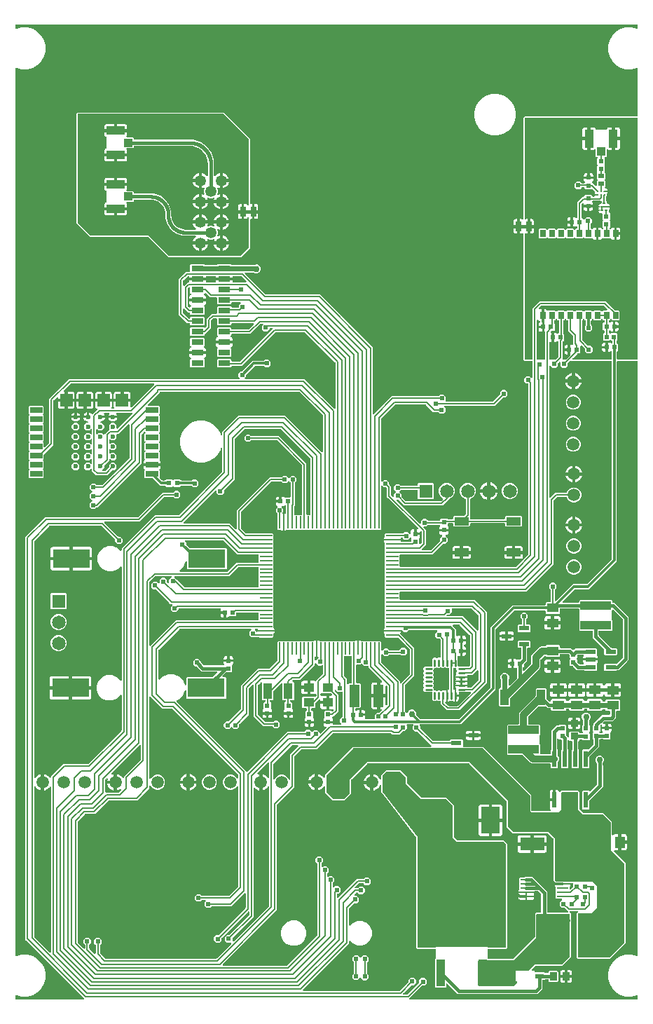
<source format=gbr>
G04 EAGLE Gerber RS-274X export*
G75*
%MOMM*%
%FSLAX34Y34*%
%LPD*%
%INTop Copper*%
%IPPOS*%
%AMOC8*
5,1,8,0,0,1.08239X$1,22.5*%
G01*
%ADD10R,1.700000X1.000000*%
%ADD11R,0.280000X1.488400*%
%ADD12R,1.488400X0.280000*%
%ADD13R,1.470000X0.740003*%
%ADD14C,1.348000*%
%ADD15R,0.622500X0.597500*%
%ADD16R,0.597500X0.622500*%
%ADD17R,1.185400X2.715300*%
%ADD18R,0.554800X0.622500*%
%ADD19R,0.622500X0.554800*%
%ADD20R,1.400000X1.110000*%
%ADD21R,0.599100X1.968500*%
%ADD22R,3.100000X2.600000*%
%ADD23R,1.300000X1.100000*%
%ADD24R,1.100000X1.900000*%
%ADD25R,4.500000X2.300000*%
%ADD26R,1.160000X1.470000*%
%ADD27R,1.480000X1.100000*%
%ADD28R,0.950000X0.859800*%
%ADD29R,1.240200X0.589100*%
%ADD30R,3.700000X0.980000*%
%ADD31R,3.000000X1.600000*%
%ADD32R,1.500000X0.700000*%
%ADD33C,0.600000*%
%ADD34R,1.500000X1.500000*%
%ADD35R,1.298200X0.601500*%
%ADD36R,0.660400X0.876300*%
%ADD37R,0.540000X0.600000*%
%ADD38R,0.350000X0.250000*%
%ADD39R,0.250000X0.250000*%
%ADD40R,0.730000X0.510000*%
%ADD41R,1.000000X1.050000*%
%ADD42R,1.050000X2.200000*%
%ADD43R,1.395600X0.280000*%
%ADD44R,3.838500X5.112300*%
%ADD45R,0.870000X0.980000*%
%ADD46R,2.300000X3.300000*%
%ADD47R,0.990000X1.920000*%
%ADD48R,1.111200X0.600800*%
%ADD49C,0.270000*%
%ADD50R,1.050000X1.000000*%
%ADD51R,2.200000X1.050000*%
%ADD52R,0.990600X3.200400*%
%ADD53R,10.414000X11.455400*%
%ADD54R,1.270000X0.533400*%
%ADD55C,1.508000*%
%ADD56R,1.650000X1.650000*%
%ADD57C,1.650000*%
%ADD58R,0.635000X1.270000*%
%ADD59C,0.406400*%
%ADD60C,0.200000*%
%ADD61C,0.606400*%
%ADD62C,0.756400*%
%ADD63C,0.304800*%
%ADD64C,0.812800*%
%ADD65C,0.609600*%

G36*
X111131Y10927D02*
X111131Y10927D01*
X111163Y10925D01*
X111270Y10947D01*
X111378Y10963D01*
X111408Y10976D01*
X111439Y10982D01*
X111536Y11034D01*
X111635Y11079D01*
X111660Y11100D01*
X111688Y11115D01*
X111766Y11191D01*
X111849Y11262D01*
X111867Y11289D01*
X111890Y11312D01*
X111944Y11407D01*
X112004Y11498D01*
X112013Y11529D01*
X112029Y11557D01*
X112054Y11664D01*
X112086Y11768D01*
X112087Y11800D01*
X112094Y11831D01*
X112089Y11941D01*
X112090Y12050D01*
X112081Y12081D01*
X112080Y12113D01*
X112044Y12216D01*
X112015Y12322D01*
X111998Y12349D01*
X111987Y12380D01*
X111934Y12453D01*
X111867Y12562D01*
X111831Y12594D01*
X111806Y12629D01*
X40975Y83459D01*
X40975Y569846D01*
X64654Y593525D01*
X176140Y593525D01*
X176235Y593538D01*
X176331Y593543D01*
X176375Y593558D01*
X176420Y593565D01*
X176507Y593604D01*
X176598Y593636D01*
X176632Y593661D01*
X176676Y593681D01*
X176774Y593764D01*
X176847Y593817D01*
X206554Y623525D01*
X219267Y623525D01*
X219362Y623538D01*
X219458Y623543D01*
X219501Y623558D01*
X219546Y623565D01*
X219633Y623604D01*
X219724Y623636D01*
X219759Y623661D01*
X219803Y623681D01*
X219900Y623764D01*
X219973Y623817D01*
X221713Y625557D01*
X225487Y625557D01*
X228157Y622887D01*
X228157Y619113D01*
X225487Y616443D01*
X221713Y616443D01*
X219973Y618183D01*
X219896Y618240D01*
X219825Y618305D01*
X219784Y618325D01*
X219748Y618352D01*
X219658Y618386D01*
X219571Y618428D01*
X219529Y618434D01*
X219484Y618451D01*
X219356Y618461D01*
X219267Y618475D01*
X209060Y618475D01*
X208965Y618462D01*
X208869Y618457D01*
X208825Y618442D01*
X208780Y618435D01*
X208693Y618396D01*
X208602Y618364D01*
X208568Y618339D01*
X208524Y618319D01*
X208426Y618236D01*
X208353Y618183D01*
X178646Y588475D01*
X137108Y588475D01*
X137076Y588471D01*
X137044Y588473D01*
X136936Y588451D01*
X136828Y588435D01*
X136799Y588422D01*
X136767Y588416D01*
X136671Y588364D01*
X136571Y588319D01*
X136547Y588298D01*
X136518Y588283D01*
X136440Y588207D01*
X136357Y588136D01*
X136339Y588109D01*
X136316Y588086D01*
X136263Y587991D01*
X136203Y587900D01*
X136193Y587869D01*
X136177Y587841D01*
X136152Y587734D01*
X136120Y587630D01*
X136120Y587598D01*
X136112Y587566D01*
X136118Y587457D01*
X136117Y587348D01*
X136125Y587317D01*
X136127Y587285D01*
X136163Y587182D01*
X136192Y587076D01*
X136209Y587049D01*
X136219Y587018D01*
X136273Y586945D01*
X136340Y586836D01*
X136376Y586804D01*
X136401Y586769D01*
X136617Y586553D01*
X136618Y586553D01*
X152621Y570549D01*
X152698Y570492D01*
X152769Y570427D01*
X152810Y570407D01*
X152847Y570380D01*
X152937Y570346D01*
X153023Y570304D01*
X153065Y570298D01*
X153111Y570281D01*
X153238Y570271D01*
X153328Y570257D01*
X155787Y570257D01*
X158457Y567587D01*
X158457Y563813D01*
X155787Y561143D01*
X152013Y561143D01*
X149343Y563813D01*
X149343Y566272D01*
X149330Y566367D01*
X149325Y566463D01*
X149310Y566507D01*
X149303Y566552D01*
X149264Y566639D01*
X149232Y566730D01*
X149207Y566764D01*
X149187Y566808D01*
X149104Y566906D01*
X149051Y566979D01*
X133047Y582983D01*
X132970Y583040D01*
X132899Y583105D01*
X132858Y583125D01*
X132821Y583152D01*
X132731Y583186D01*
X132645Y583228D01*
X132603Y583234D01*
X132557Y583251D01*
X132430Y583261D01*
X132340Y583275D01*
X70360Y583275D01*
X70265Y583262D01*
X70169Y583257D01*
X70125Y583242D01*
X70080Y583235D01*
X69993Y583196D01*
X69902Y583164D01*
X69868Y583139D01*
X69824Y583119D01*
X69726Y583036D01*
X69653Y582983D01*
X51617Y564947D01*
X51560Y564870D01*
X51495Y564799D01*
X51475Y564758D01*
X51448Y564721D01*
X51414Y564631D01*
X51372Y564545D01*
X51366Y564503D01*
X51349Y564457D01*
X51339Y564330D01*
X51325Y564240D01*
X51325Y279583D01*
X51340Y279474D01*
X51349Y279364D01*
X51360Y279335D01*
X51365Y279304D01*
X51410Y279203D01*
X51449Y279100D01*
X51468Y279075D01*
X51481Y279047D01*
X51552Y278963D01*
X51619Y278875D01*
X51644Y278856D01*
X51664Y278833D01*
X51757Y278772D01*
X51845Y278706D01*
X51874Y278695D01*
X51900Y278678D01*
X52006Y278646D01*
X52109Y278607D01*
X52140Y278605D01*
X52170Y278596D01*
X52280Y278594D01*
X52390Y278586D01*
X52421Y278592D01*
X52452Y278592D01*
X52558Y278621D01*
X52666Y278644D01*
X52694Y278659D01*
X52724Y278667D01*
X52818Y278725D01*
X52915Y278777D01*
X52936Y278798D01*
X52964Y278815D01*
X53069Y278932D01*
X53132Y278996D01*
X53911Y280067D01*
X55033Y281189D01*
X56316Y282122D01*
X57730Y282842D01*
X59239Y283333D01*
X59601Y283390D01*
X59601Y274500D01*
X59610Y274437D01*
X59609Y274372D01*
X59630Y274298D01*
X59641Y274221D01*
X59667Y274162D01*
X59684Y274100D01*
X59725Y274034D01*
X59757Y273964D01*
X59799Y273915D01*
X59832Y273860D01*
X59890Y273809D01*
X59940Y273750D01*
X59994Y273714D01*
X60042Y273671D01*
X60111Y273638D01*
X60176Y273595D01*
X60238Y273576D01*
X60295Y273548D01*
X60365Y273538D01*
X60446Y273513D01*
X60531Y273512D01*
X60600Y273501D01*
X62600Y273501D01*
X62664Y273510D01*
X62728Y273509D01*
X62803Y273530D01*
X62879Y273541D01*
X62938Y273567D01*
X63000Y273584D01*
X63066Y273625D01*
X63136Y273657D01*
X63185Y273699D01*
X63240Y273732D01*
X63292Y273790D01*
X63350Y273840D01*
X63386Y273894D01*
X63429Y273942D01*
X63462Y274011D01*
X63505Y274076D01*
X63524Y274138D01*
X63552Y274196D01*
X63562Y274265D01*
X63587Y274346D01*
X63588Y274431D01*
X63599Y274500D01*
X63599Y283390D01*
X63961Y283333D01*
X65470Y282842D01*
X66884Y282122D01*
X68167Y281189D01*
X69289Y280067D01*
X69968Y279133D01*
X69991Y279109D01*
X70008Y279081D01*
X70065Y279030D01*
X70116Y278970D01*
X70142Y278953D01*
X70164Y278931D01*
X70193Y278914D01*
X70217Y278892D01*
X70286Y278859D01*
X70352Y278816D01*
X70382Y278807D01*
X70409Y278791D01*
X70442Y278783D01*
X70471Y278769D01*
X70539Y278759D01*
X70622Y278733D01*
X70653Y278733D01*
X70683Y278726D01*
X70734Y278728D01*
X70776Y278722D01*
X70837Y278730D01*
X70904Y278730D01*
X70934Y278738D01*
X70965Y278739D01*
X71011Y278755D01*
X71055Y278762D01*
X71112Y278787D01*
X71176Y278805D01*
X71202Y278821D01*
X71232Y278831D01*
X71271Y278859D01*
X71312Y278878D01*
X71359Y278918D01*
X71416Y278953D01*
X71437Y278976D01*
X71462Y278994D01*
X71492Y279032D01*
X71526Y279061D01*
X71561Y279114D01*
X71605Y279162D01*
X71618Y279190D01*
X71638Y279215D01*
X71656Y279259D01*
X71681Y279297D01*
X71699Y279358D01*
X71728Y279416D01*
X71732Y279445D01*
X71745Y279476D01*
X71750Y279522D01*
X71763Y279567D01*
X71764Y279651D01*
X71775Y279721D01*
X71775Y280746D01*
X73547Y282517D01*
X84983Y293953D01*
X86754Y295725D01*
X116640Y295725D01*
X116735Y295738D01*
X116831Y295743D01*
X116875Y295758D01*
X116920Y295765D01*
X117007Y295804D01*
X117098Y295836D01*
X117132Y295861D01*
X117176Y295881D01*
X117274Y295964D01*
X117347Y296017D01*
X156943Y335613D01*
X157000Y335690D01*
X157065Y335761D01*
X157085Y335802D01*
X157112Y335839D01*
X157146Y335929D01*
X157188Y336015D01*
X157194Y336057D01*
X157211Y336103D01*
X157221Y336230D01*
X157235Y336320D01*
X157235Y378379D01*
X157231Y378411D01*
X157233Y378443D01*
X157211Y378550D01*
X157195Y378658D01*
X157182Y378687D01*
X157176Y378719D01*
X157124Y378815D01*
X157079Y378915D01*
X157058Y378940D01*
X157043Y378968D01*
X156967Y379046D01*
X156896Y379129D01*
X156869Y379147D01*
X156846Y379170D01*
X156751Y379224D01*
X156660Y379284D01*
X156629Y379293D01*
X156601Y379309D01*
X156494Y379334D01*
X156390Y379366D01*
X156358Y379367D01*
X156327Y379374D01*
X156217Y379368D01*
X156108Y379370D01*
X156077Y379361D01*
X156045Y379360D01*
X155942Y379324D01*
X155836Y379295D01*
X155809Y379278D01*
X155778Y379267D01*
X155705Y379214D01*
X155596Y379147D01*
X155564Y379111D01*
X155529Y379085D01*
X151079Y374635D01*
X145415Y372289D01*
X139285Y372289D01*
X133620Y374635D01*
X129285Y378970D01*
X126939Y384635D01*
X126939Y390765D01*
X129285Y396430D01*
X133620Y400765D01*
X139285Y403111D01*
X145415Y403111D01*
X151079Y400765D01*
X155529Y396315D01*
X155555Y396295D01*
X155576Y396271D01*
X155668Y396211D01*
X155755Y396145D01*
X155785Y396134D01*
X155812Y396116D01*
X155917Y396084D01*
X156019Y396046D01*
X156051Y396043D01*
X156082Y396034D01*
X156191Y396032D01*
X156300Y396024D01*
X156332Y396031D01*
X156364Y396030D01*
X156469Y396059D01*
X156576Y396082D01*
X156605Y396097D01*
X156636Y396105D01*
X156729Y396163D01*
X156825Y396214D01*
X156848Y396237D01*
X156876Y396253D01*
X156949Y396335D01*
X157027Y396411D01*
X157043Y396439D01*
X157065Y396463D01*
X157112Y396561D01*
X157166Y396656D01*
X157174Y396688D01*
X157188Y396717D01*
X157202Y396806D01*
X157231Y396931D01*
X157229Y396979D01*
X157235Y397021D01*
X157235Y533379D01*
X157231Y533411D01*
X157233Y533443D01*
X157211Y533550D01*
X157195Y533658D01*
X157182Y533687D01*
X157176Y533719D01*
X157124Y533815D01*
X157079Y533915D01*
X157058Y533940D01*
X157043Y533968D01*
X156967Y534046D01*
X156896Y534129D01*
X156869Y534147D01*
X156846Y534170D01*
X156751Y534224D01*
X156660Y534284D01*
X156629Y534293D01*
X156601Y534309D01*
X156495Y534334D01*
X156390Y534366D01*
X156358Y534367D01*
X156327Y534374D01*
X156217Y534368D01*
X156108Y534370D01*
X156077Y534361D01*
X156045Y534360D01*
X155942Y534324D01*
X155836Y534295D01*
X155809Y534278D01*
X155778Y534267D01*
X155705Y534214D01*
X155596Y534147D01*
X155564Y534111D01*
X155529Y534085D01*
X152079Y530635D01*
X146415Y528289D01*
X140285Y528289D01*
X134620Y530635D01*
X130285Y534970D01*
X127939Y540635D01*
X127939Y546765D01*
X130285Y552430D01*
X134620Y556765D01*
X140285Y559111D01*
X146415Y559111D01*
X152079Y556765D01*
X155529Y553315D01*
X155555Y553295D01*
X155576Y553271D01*
X155668Y553211D01*
X155755Y553145D01*
X155785Y553134D01*
X155812Y553116D01*
X155917Y553084D01*
X156019Y553046D01*
X156051Y553043D01*
X156082Y553034D01*
X156191Y553032D01*
X156300Y553024D01*
X156332Y553031D01*
X156364Y553030D01*
X156469Y553059D01*
X156576Y553082D01*
X156605Y553097D01*
X156636Y553105D01*
X156729Y553163D01*
X156825Y553214D01*
X156848Y553237D01*
X156876Y553253D01*
X156949Y553335D01*
X157027Y553411D01*
X157043Y553439D01*
X157065Y553463D01*
X157112Y553561D01*
X157166Y553656D01*
X157174Y553688D01*
X157188Y553717D01*
X157202Y553806D01*
X157231Y553931D01*
X157229Y553979D01*
X157235Y554021D01*
X157235Y556477D01*
X197083Y596325D01*
X226240Y596325D01*
X226335Y596338D01*
X226431Y596343D01*
X226475Y596358D01*
X226520Y596365D01*
X226607Y596404D01*
X226698Y596436D01*
X226732Y596461D01*
X226776Y596481D01*
X226874Y596564D01*
X226947Y596617D01*
X278583Y648253D01*
X278640Y648330D01*
X278705Y648401D01*
X278725Y648442D01*
X278752Y648479D01*
X278786Y648569D01*
X278828Y648655D01*
X278834Y648697D01*
X278851Y648743D01*
X278861Y648870D01*
X278875Y648960D01*
X278875Y676291D01*
X278874Y676302D01*
X278875Y676312D01*
X278854Y676441D01*
X278835Y676570D01*
X278831Y676580D01*
X278829Y676591D01*
X278773Y676709D01*
X278719Y676827D01*
X278712Y676835D01*
X278708Y676845D01*
X278620Y676943D01*
X278536Y677041D01*
X278527Y677047D01*
X278520Y677055D01*
X278409Y677124D01*
X278300Y677196D01*
X278290Y677199D01*
X278280Y677205D01*
X278155Y677240D01*
X278030Y677278D01*
X278019Y677278D01*
X278009Y677281D01*
X277878Y677280D01*
X277748Y677282D01*
X277738Y677279D01*
X277727Y677279D01*
X277603Y677242D01*
X277476Y677207D01*
X277467Y677201D01*
X277457Y677198D01*
X277348Y677128D01*
X277236Y677059D01*
X277229Y677051D01*
X277220Y677045D01*
X277135Y676947D01*
X277047Y676849D01*
X277043Y676840D01*
X277036Y676831D01*
X277003Y676758D01*
X276924Y676596D01*
X276921Y676572D01*
X276911Y676550D01*
X276546Y675188D01*
X273234Y669451D01*
X268549Y664766D01*
X262812Y661454D01*
X256413Y659739D01*
X249787Y659739D01*
X243388Y661454D01*
X237651Y664766D01*
X232966Y669451D01*
X229654Y675188D01*
X227939Y681587D01*
X227939Y688213D01*
X229654Y694612D01*
X232966Y700349D01*
X237651Y705034D01*
X243388Y708346D01*
X249787Y710061D01*
X256413Y710061D01*
X262812Y708346D01*
X268549Y705034D01*
X273234Y700349D01*
X276546Y694612D01*
X276911Y693250D01*
X276915Y693240D01*
X276917Y693230D01*
X276970Y693111D01*
X277022Y692991D01*
X277028Y692983D01*
X277033Y692973D01*
X277118Y692874D01*
X277200Y692773D01*
X277209Y692767D01*
X277216Y692759D01*
X277326Y692687D01*
X277433Y692613D01*
X277443Y692610D01*
X277452Y692604D01*
X277577Y692566D01*
X277701Y692525D01*
X277712Y692525D01*
X277722Y692522D01*
X277852Y692520D01*
X277983Y692515D01*
X277993Y692518D01*
X278004Y692518D01*
X278130Y692553D01*
X278256Y692585D01*
X278265Y692590D01*
X278276Y692593D01*
X278387Y692662D01*
X278499Y692728D01*
X278506Y692736D01*
X278516Y692741D01*
X278603Y692838D01*
X278693Y692933D01*
X278697Y692943D01*
X278705Y692951D01*
X278761Y693068D01*
X278821Y693184D01*
X278823Y693195D01*
X278828Y693204D01*
X278840Y693284D01*
X278874Y693461D01*
X278872Y693485D01*
X278875Y693509D01*
X278875Y697017D01*
X298183Y716325D01*
X355017Y716325D01*
X398769Y672572D01*
X398795Y672553D01*
X398816Y672528D01*
X398908Y672468D01*
X398995Y672403D01*
X399025Y672392D01*
X399052Y672374D01*
X399157Y672342D01*
X399259Y672303D01*
X399291Y672301D01*
X399322Y672291D01*
X399431Y672290D01*
X399540Y672282D01*
X399572Y672288D01*
X399604Y672288D01*
X399709Y672317D01*
X399816Y672339D01*
X399845Y672354D01*
X399876Y672363D01*
X399969Y672420D01*
X400065Y672472D01*
X400088Y672494D01*
X400116Y672511D01*
X400189Y672592D01*
X400267Y672668D01*
X400283Y672696D01*
X400305Y672720D01*
X400352Y672819D01*
X400406Y672914D01*
X400414Y672945D01*
X400428Y672974D01*
X400442Y673063D01*
X400471Y673188D01*
X400469Y673237D01*
X400475Y673279D01*
X400475Y716440D01*
X400467Y716500D01*
X400467Y716521D01*
X400461Y716541D01*
X400457Y716631D01*
X400442Y716675D01*
X400435Y716720D01*
X400396Y716807D01*
X400364Y716898D01*
X400339Y716932D01*
X400319Y716976D01*
X400236Y717074D01*
X400183Y717147D01*
X372147Y745183D01*
X372070Y745240D01*
X371999Y745305D01*
X371958Y745325D01*
X371921Y745352D01*
X371831Y745386D01*
X371745Y745428D01*
X371703Y745434D01*
X371657Y745451D01*
X371530Y745461D01*
X371440Y745475D01*
X204024Y745475D01*
X203960Y745466D01*
X203896Y745467D01*
X203821Y745446D01*
X203745Y745435D01*
X203686Y745409D01*
X203624Y745392D01*
X203558Y745351D01*
X203488Y745319D01*
X203439Y745277D01*
X203384Y745244D01*
X203332Y745186D01*
X203274Y745136D01*
X203238Y745082D01*
X203195Y745034D01*
X203162Y744965D01*
X203119Y744900D01*
X203100Y744838D01*
X203072Y744781D01*
X203061Y744711D01*
X203037Y744630D01*
X203036Y744545D01*
X203025Y744476D01*
X203025Y743954D01*
X188801Y729731D01*
X188782Y729705D01*
X188757Y729684D01*
X188697Y729592D01*
X188632Y729505D01*
X188620Y729475D01*
X188603Y729448D01*
X188571Y729343D01*
X188532Y729241D01*
X188530Y729209D01*
X188520Y729178D01*
X188519Y729069D01*
X188510Y728960D01*
X188517Y728928D01*
X188517Y728896D01*
X188546Y728791D01*
X188568Y728684D01*
X188583Y728655D01*
X188592Y728624D01*
X188649Y728531D01*
X188701Y728435D01*
X188723Y728412D01*
X188740Y728384D01*
X188821Y728311D01*
X188897Y728233D01*
X188925Y728217D01*
X188949Y728195D01*
X189048Y728148D01*
X189143Y728094D01*
X189174Y728086D01*
X189203Y728072D01*
X189292Y728058D01*
X189417Y728029D01*
X189466Y728031D01*
X189508Y728025D01*
X202132Y728025D01*
X203025Y727132D01*
X203025Y718868D01*
X202363Y718207D01*
X202324Y718155D01*
X202278Y718110D01*
X202240Y718043D01*
X202194Y717981D01*
X202171Y717921D01*
X202139Y717865D01*
X202121Y717790D01*
X202094Y717717D01*
X202089Y717653D01*
X202074Y717590D01*
X202078Y717513D01*
X202072Y717436D01*
X202085Y717373D01*
X202089Y717309D01*
X202114Y717236D01*
X202130Y717160D01*
X202160Y717103D01*
X202181Y717042D01*
X202223Y716986D01*
X202262Y716911D01*
X202322Y716850D01*
X202363Y716793D01*
X203025Y716132D01*
X203025Y707868D01*
X202363Y707207D01*
X202324Y707155D01*
X202278Y707110D01*
X202240Y707043D01*
X202194Y706981D01*
X202171Y706921D01*
X202139Y706865D01*
X202121Y706790D01*
X202094Y706717D01*
X202089Y706653D01*
X202074Y706590D01*
X202078Y706513D01*
X202072Y706436D01*
X202085Y706373D01*
X202089Y706309D01*
X202114Y706236D01*
X202130Y706160D01*
X202160Y706103D01*
X202181Y706042D01*
X202223Y705986D01*
X202262Y705911D01*
X202322Y705850D01*
X202363Y705793D01*
X203025Y705132D01*
X203025Y696868D01*
X202363Y696207D01*
X202324Y696155D01*
X202278Y696110D01*
X202240Y696043D01*
X202194Y695981D01*
X202171Y695921D01*
X202139Y695865D01*
X202121Y695790D01*
X202094Y695717D01*
X202089Y695653D01*
X202074Y695590D01*
X202078Y695513D01*
X202072Y695436D01*
X202085Y695373D01*
X202089Y695309D01*
X202114Y695236D01*
X202130Y695160D01*
X202160Y695103D01*
X202181Y695042D01*
X202223Y694986D01*
X202262Y694911D01*
X202322Y694850D01*
X202363Y694793D01*
X203025Y694132D01*
X203025Y685868D01*
X202363Y685207D01*
X202324Y685155D01*
X202278Y685110D01*
X202240Y685043D01*
X202194Y684981D01*
X202171Y684921D01*
X202139Y684865D01*
X202121Y684790D01*
X202094Y684717D01*
X202089Y684653D01*
X202074Y684590D01*
X202078Y684513D01*
X202072Y684436D01*
X202085Y684373D01*
X202089Y684309D01*
X202114Y684236D01*
X202130Y684160D01*
X202160Y684103D01*
X202181Y684042D01*
X202223Y683986D01*
X202262Y683911D01*
X202322Y683850D01*
X202363Y683793D01*
X203025Y683132D01*
X203025Y674868D01*
X202363Y674207D01*
X202324Y674155D01*
X202278Y674110D01*
X202240Y674043D01*
X202194Y673981D01*
X202171Y673921D01*
X202139Y673865D01*
X202121Y673790D01*
X202094Y673717D01*
X202089Y673653D01*
X202074Y673590D01*
X202078Y673513D01*
X202072Y673436D01*
X202085Y673373D01*
X202089Y673309D01*
X202114Y673236D01*
X202130Y673160D01*
X202160Y673103D01*
X202181Y673042D01*
X202223Y672986D01*
X202262Y672911D01*
X202322Y672850D01*
X202363Y672793D01*
X203025Y672132D01*
X203025Y663856D01*
X202997Y663829D01*
X202959Y663761D01*
X202912Y663699D01*
X202889Y663639D01*
X202858Y663583D01*
X202840Y663508D01*
X202812Y663436D01*
X202808Y663372D01*
X202793Y663309D01*
X202797Y663232D01*
X202791Y663154D01*
X202804Y663091D01*
X202807Y663027D01*
X202832Y662954D01*
X202848Y662878D01*
X202878Y662822D01*
X202900Y662761D01*
X202941Y662704D01*
X202981Y662629D01*
X203040Y662569D01*
X203081Y662512D01*
X203533Y662060D01*
X203868Y661481D01*
X204041Y660835D01*
X204041Y658749D01*
X194750Y658749D01*
X194687Y658740D01*
X194622Y658741D01*
X194548Y658720D01*
X194471Y658709D01*
X194413Y658683D01*
X194351Y658666D01*
X194285Y658625D01*
X194214Y658593D01*
X194165Y658551D01*
X194111Y658518D01*
X194059Y658460D01*
X194000Y658410D01*
X193998Y658407D01*
X193960Y658442D01*
X193910Y658500D01*
X193856Y658536D01*
X193808Y658579D01*
X193739Y658612D01*
X193674Y658655D01*
X193612Y658674D01*
X193554Y658702D01*
X193485Y658713D01*
X193404Y658737D01*
X193319Y658738D01*
X193250Y658749D01*
X183959Y658749D01*
X183959Y660835D01*
X184132Y661481D01*
X184467Y662060D01*
X184919Y662512D01*
X184957Y662563D01*
X185003Y662608D01*
X185042Y662676D01*
X185088Y662737D01*
X185111Y662798D01*
X185142Y662854D01*
X185160Y662929D01*
X185188Y663001D01*
X185192Y663065D01*
X185207Y663128D01*
X185203Y663205D01*
X185209Y663282D01*
X185196Y663345D01*
X185193Y663410D01*
X185168Y663483D01*
X185152Y663559D01*
X185121Y663615D01*
X185100Y663676D01*
X185059Y663733D01*
X185019Y663808D01*
X184975Y663853D01*
X184975Y672132D01*
X185637Y672793D01*
X185676Y672845D01*
X185722Y672890D01*
X185760Y672957D01*
X185806Y673019D01*
X185829Y673079D01*
X185861Y673135D01*
X185879Y673210D01*
X185906Y673283D01*
X185911Y673347D01*
X185926Y673409D01*
X185922Y673487D01*
X185928Y673564D01*
X185915Y673627D01*
X185911Y673691D01*
X185886Y673764D01*
X185870Y673840D01*
X185840Y673897D01*
X185819Y673958D01*
X185778Y674014D01*
X185738Y674089D01*
X185678Y674150D01*
X185637Y674207D01*
X184975Y674868D01*
X184975Y683132D01*
X185637Y683793D01*
X185676Y683845D01*
X185722Y683890D01*
X185760Y683957D01*
X185806Y684019D01*
X185829Y684079D01*
X185861Y684135D01*
X185879Y684210D01*
X185906Y684283D01*
X185911Y684347D01*
X185926Y684409D01*
X185922Y684487D01*
X185928Y684564D01*
X185915Y684627D01*
X185911Y684691D01*
X185886Y684764D01*
X185870Y684840D01*
X185840Y684897D01*
X185819Y684958D01*
X185778Y685014D01*
X185738Y685089D01*
X185678Y685150D01*
X185637Y685207D01*
X184975Y685868D01*
X184975Y694132D01*
X185637Y694793D01*
X185676Y694845D01*
X185722Y694890D01*
X185760Y694957D01*
X185806Y695019D01*
X185829Y695079D01*
X185861Y695135D01*
X185879Y695210D01*
X185906Y695283D01*
X185911Y695347D01*
X185926Y695409D01*
X185922Y695487D01*
X185928Y695564D01*
X185915Y695627D01*
X185911Y695691D01*
X185886Y695764D01*
X185870Y695840D01*
X185840Y695897D01*
X185819Y695958D01*
X185778Y696014D01*
X185738Y696089D01*
X185679Y696150D01*
X185637Y696207D01*
X185414Y696430D01*
X185362Y696469D01*
X185317Y696515D01*
X185250Y696553D01*
X185188Y696599D01*
X185128Y696622D01*
X185072Y696654D01*
X184997Y696671D01*
X184924Y696699D01*
X184860Y696704D01*
X184798Y696719D01*
X184720Y696715D01*
X184643Y696721D01*
X184580Y696708D01*
X184516Y696704D01*
X184443Y696679D01*
X184367Y696663D01*
X184310Y696633D01*
X184250Y696612D01*
X184193Y696570D01*
X184118Y696531D01*
X184057Y696471D01*
X184001Y696430D01*
X181817Y694247D01*
X181760Y694170D01*
X181695Y694099D01*
X181675Y694058D01*
X181648Y694021D01*
X181614Y693931D01*
X181572Y693845D01*
X181566Y693803D01*
X181549Y693757D01*
X181539Y693630D01*
X181525Y693540D01*
X181525Y658954D01*
X128046Y605475D01*
X127333Y605475D01*
X127238Y605462D01*
X127142Y605457D01*
X127099Y605442D01*
X127054Y605435D01*
X126967Y605396D01*
X126876Y605364D01*
X126841Y605339D01*
X126797Y605319D01*
X126700Y605236D01*
X126627Y605183D01*
X124887Y603443D01*
X121113Y603443D01*
X118443Y606113D01*
X118443Y609887D01*
X121349Y612793D01*
X121360Y612807D01*
X121364Y612811D01*
X121373Y612825D01*
X121388Y612845D01*
X121434Y612890D01*
X121472Y612957D01*
X121519Y613019D01*
X121541Y613079D01*
X121573Y613135D01*
X121591Y613210D01*
X121618Y613283D01*
X121623Y613347D01*
X121638Y613410D01*
X121634Y613487D01*
X121640Y613564D01*
X121627Y613627D01*
X121623Y613691D01*
X121598Y613764D01*
X121582Y613840D01*
X121552Y613897D01*
X121531Y613958D01*
X121490Y614014D01*
X121450Y614089D01*
X121391Y614150D01*
X121349Y614207D01*
X118443Y617113D01*
X118443Y620887D01*
X121349Y623793D01*
X121388Y623845D01*
X121434Y623890D01*
X121472Y623957D01*
X121519Y624019D01*
X121541Y624079D01*
X121573Y624135D01*
X121591Y624210D01*
X121618Y624283D01*
X121623Y624347D01*
X121638Y624410D01*
X121634Y624487D01*
X121640Y624564D01*
X121627Y624627D01*
X121623Y624691D01*
X121598Y624764D01*
X121582Y624840D01*
X121552Y624897D01*
X121531Y624958D01*
X121490Y625014D01*
X121450Y625089D01*
X121391Y625150D01*
X121349Y625207D01*
X118443Y628113D01*
X118443Y631887D01*
X121113Y634557D01*
X124887Y634557D01*
X126627Y632817D01*
X126704Y632760D01*
X126775Y632695D01*
X126816Y632675D01*
X126852Y632648D01*
X126942Y632614D01*
X127029Y632572D01*
X127071Y632566D01*
X127116Y632549D01*
X127244Y632539D01*
X127333Y632525D01*
X133540Y632525D01*
X133635Y632538D01*
X133731Y632543D01*
X133775Y632558D01*
X133820Y632565D01*
X133907Y632604D01*
X133998Y632636D01*
X134032Y632661D01*
X134076Y632681D01*
X134174Y632764D01*
X134247Y632817D01*
X166183Y664753D01*
X166193Y664767D01*
X166198Y664772D01*
X166210Y664790D01*
X166240Y664830D01*
X166305Y664901D01*
X166325Y664942D01*
X166352Y664979D01*
X166386Y665069D01*
X166428Y665155D01*
X166434Y665197D01*
X166451Y665243D01*
X166461Y665370D01*
X166475Y665460D01*
X166475Y704992D01*
X166471Y705024D01*
X166473Y705056D01*
X166451Y705163D01*
X166435Y705272D01*
X166422Y705301D01*
X166416Y705333D01*
X166364Y705429D01*
X166319Y705529D01*
X166298Y705553D01*
X166283Y705581D01*
X166207Y705660D01*
X166136Y705743D01*
X166109Y705760D01*
X166086Y705784D01*
X165991Y705837D01*
X165900Y705897D01*
X165869Y705907D01*
X165841Y705923D01*
X165734Y705948D01*
X165630Y705980D01*
X165598Y705980D01*
X165567Y705988D01*
X165457Y705982D01*
X165348Y705983D01*
X165317Y705975D01*
X165285Y705973D01*
X165182Y705937D01*
X165076Y705908D01*
X165049Y705891D01*
X165018Y705881D01*
X164945Y705827D01*
X164836Y705760D01*
X164804Y705724D01*
X164769Y705699D01*
X153422Y694351D01*
X151960Y694351D01*
X151928Y694347D01*
X151896Y694349D01*
X151789Y694327D01*
X151681Y694311D01*
X151651Y694298D01*
X151620Y694291D01*
X151523Y694240D01*
X151424Y694195D01*
X151399Y694174D01*
X151371Y694159D01*
X151293Y694083D01*
X151210Y694012D01*
X151192Y693985D01*
X151169Y693962D01*
X151115Y693867D01*
X151055Y693776D01*
X151046Y693745D01*
X151030Y693717D01*
X151005Y693610D01*
X150973Y693506D01*
X150972Y693474D01*
X150965Y693442D01*
X150971Y693333D01*
X150969Y693224D01*
X150978Y693193D01*
X150979Y693161D01*
X151015Y693058D01*
X151025Y693023D01*
X151025Y689126D01*
X148374Y686475D01*
X144626Y686475D01*
X143631Y687471D01*
X143605Y687490D01*
X143584Y687514D01*
X143492Y687574D01*
X143405Y687640D01*
X143375Y687651D01*
X143348Y687669D01*
X143243Y687701D01*
X143141Y687739D01*
X143109Y687742D01*
X143078Y687751D01*
X142969Y687753D01*
X142860Y687761D01*
X142828Y687755D01*
X142796Y687755D01*
X142691Y687726D01*
X142584Y687704D01*
X142555Y687688D01*
X142524Y687680D01*
X142431Y687622D01*
X142335Y687571D01*
X142312Y687549D01*
X142284Y687532D01*
X142211Y687451D01*
X142133Y687374D01*
X142117Y687346D01*
X142095Y687322D01*
X142048Y687224D01*
X141994Y687129D01*
X141986Y687098D01*
X141972Y687069D01*
X141958Y686979D01*
X141929Y686854D01*
X141931Y686806D01*
X141925Y686764D01*
X141925Y683236D01*
X141929Y683204D01*
X141927Y683172D01*
X141949Y683065D01*
X141965Y682957D01*
X141978Y682927D01*
X141984Y682896D01*
X142036Y682799D01*
X142081Y682700D01*
X142102Y682675D01*
X142117Y682647D01*
X142193Y682569D01*
X142264Y682486D01*
X142291Y682468D01*
X142314Y682445D01*
X142409Y682391D01*
X142500Y682331D01*
X142531Y682322D01*
X142559Y682306D01*
X142665Y682281D01*
X142770Y682249D01*
X142802Y682248D01*
X142833Y682241D01*
X142943Y682246D01*
X143052Y682245D01*
X143083Y682254D01*
X143115Y682255D01*
X143218Y682291D01*
X143324Y682320D01*
X143351Y682337D01*
X143382Y682348D01*
X143455Y682401D01*
X143564Y682468D01*
X143596Y682504D01*
X143631Y682529D01*
X144626Y683525D01*
X148374Y683525D01*
X151025Y680874D01*
X151025Y677126D01*
X148374Y674475D01*
X144626Y674475D01*
X143631Y675471D01*
X143605Y675490D01*
X143584Y675514D01*
X143492Y675574D01*
X143405Y675640D01*
X143375Y675651D01*
X143348Y675669D01*
X143243Y675701D01*
X143141Y675739D01*
X143109Y675742D01*
X143078Y675751D01*
X142969Y675753D01*
X142860Y675761D01*
X142828Y675755D01*
X142796Y675755D01*
X142691Y675726D01*
X142584Y675704D01*
X142555Y675688D01*
X142524Y675680D01*
X142431Y675622D01*
X142335Y675571D01*
X142312Y675549D01*
X142284Y675532D01*
X142211Y675451D01*
X142133Y675374D01*
X142117Y675346D01*
X142095Y675322D01*
X142048Y675224D01*
X141994Y675129D01*
X141986Y675098D01*
X141972Y675069D01*
X141958Y674979D01*
X141929Y674854D01*
X141931Y674806D01*
X141925Y674764D01*
X141925Y671236D01*
X141929Y671204D01*
X141927Y671172D01*
X141949Y671065D01*
X141965Y670957D01*
X141978Y670927D01*
X141984Y670896D01*
X142036Y670799D01*
X142081Y670700D01*
X142102Y670675D01*
X142117Y670647D01*
X142193Y670569D01*
X142264Y670486D01*
X142291Y670468D01*
X142314Y670445D01*
X142409Y670391D01*
X142500Y670331D01*
X142531Y670322D01*
X142559Y670306D01*
X142665Y670281D01*
X142770Y670249D01*
X142802Y670248D01*
X142833Y670241D01*
X142943Y670246D01*
X143052Y670245D01*
X143083Y670254D01*
X143115Y670255D01*
X143218Y670291D01*
X143324Y670320D01*
X143351Y670337D01*
X143382Y670348D01*
X143455Y670401D01*
X143564Y670468D01*
X143596Y670504D01*
X143631Y670529D01*
X144626Y671525D01*
X148374Y671525D01*
X151025Y668874D01*
X151025Y665126D01*
X148374Y662475D01*
X144626Y662475D01*
X143631Y663471D01*
X143605Y663490D01*
X143584Y663514D01*
X143492Y663574D01*
X143405Y663640D01*
X143375Y663651D01*
X143348Y663669D01*
X143243Y663701D01*
X143141Y663739D01*
X143109Y663742D01*
X143078Y663751D01*
X142969Y663753D01*
X142860Y663761D01*
X142828Y663755D01*
X142796Y663755D01*
X142691Y663726D01*
X142584Y663704D01*
X142555Y663688D01*
X142524Y663680D01*
X142431Y663622D01*
X142335Y663571D01*
X142312Y663549D01*
X142284Y663532D01*
X142211Y663451D01*
X142133Y663374D01*
X142117Y663346D01*
X142095Y663322D01*
X142048Y663224D01*
X141994Y663129D01*
X141986Y663098D01*
X141972Y663069D01*
X141958Y662979D01*
X141929Y662854D01*
X141931Y662806D01*
X141925Y662764D01*
X141925Y661854D01*
X136317Y656247D01*
X136260Y656170D01*
X136195Y656099D01*
X136175Y656058D01*
X136148Y656021D01*
X136114Y655931D01*
X136072Y655845D01*
X136066Y655803D01*
X136049Y655757D01*
X136039Y655630D01*
X136025Y655540D01*
X136025Y653126D01*
X134205Y651306D01*
X134186Y651281D01*
X134162Y651260D01*
X134101Y651168D01*
X134036Y651081D01*
X134025Y651051D01*
X134007Y651024D01*
X133975Y650919D01*
X133937Y650817D01*
X133934Y650785D01*
X133925Y650754D01*
X133923Y650645D01*
X133915Y650536D01*
X133921Y650504D01*
X133921Y650472D01*
X133950Y650366D01*
X133972Y650260D01*
X133987Y650231D01*
X133996Y650200D01*
X134054Y650107D01*
X134105Y650011D01*
X134127Y649988D01*
X134144Y649960D01*
X134225Y649887D01*
X134302Y649809D01*
X134330Y649793D01*
X134354Y649771D01*
X134452Y649724D01*
X134547Y649670D01*
X134578Y649662D01*
X134607Y649648D01*
X134697Y649634D01*
X134821Y649605D01*
X134870Y649607D01*
X134912Y649601D01*
X137116Y649601D01*
X137211Y649614D01*
X137307Y649619D01*
X137350Y649634D01*
X137395Y649640D01*
X137483Y649680D01*
X137574Y649712D01*
X137608Y649737D01*
X137652Y649757D01*
X137750Y649840D01*
X137823Y649893D01*
X141683Y653753D01*
X141696Y653771D01*
X141706Y653780D01*
X141732Y653820D01*
X141740Y653830D01*
X141805Y653901D01*
X141825Y653942D01*
X141852Y653979D01*
X141886Y654069D01*
X141928Y654155D01*
X141934Y654197D01*
X141951Y654243D01*
X141961Y654370D01*
X141975Y654460D01*
X141975Y656874D01*
X144626Y659525D01*
X148374Y659525D01*
X151025Y656874D01*
X151025Y653126D01*
X148374Y650475D01*
X145960Y650475D01*
X145865Y650462D01*
X145769Y650457D01*
X145725Y650442D01*
X145680Y650435D01*
X145593Y650396D01*
X145502Y650364D01*
X145468Y650339D01*
X145424Y650319D01*
X145326Y650236D01*
X145253Y650183D01*
X139622Y644551D01*
X126466Y644551D01*
X121451Y649566D01*
X121451Y651140D01*
X121447Y651172D01*
X121449Y651204D01*
X121427Y651311D01*
X121411Y651419D01*
X121398Y651448D01*
X121391Y651480D01*
X121340Y651576D01*
X121295Y651676D01*
X121274Y651701D01*
X121259Y651729D01*
X121183Y651807D01*
X121112Y651890D01*
X121085Y651908D01*
X121062Y651931D01*
X120967Y651985D01*
X120876Y652045D01*
X120845Y652054D01*
X120817Y652070D01*
X120710Y652095D01*
X120606Y652127D01*
X120574Y652128D01*
X120542Y652135D01*
X120433Y652129D01*
X120324Y652131D01*
X120293Y652122D01*
X120261Y652121D01*
X120158Y652085D01*
X120052Y652056D01*
X120025Y652039D01*
X119994Y652028D01*
X119921Y651975D01*
X119812Y651908D01*
X119780Y651872D01*
X119745Y651846D01*
X118374Y650475D01*
X114626Y650475D01*
X111975Y653126D01*
X111975Y656874D01*
X114626Y659525D01*
X118374Y659525D01*
X119745Y658154D01*
X119771Y658134D01*
X119792Y658110D01*
X119884Y658050D01*
X119971Y657984D01*
X120001Y657973D01*
X120028Y657955D01*
X120133Y657923D01*
X120235Y657885D01*
X120267Y657882D01*
X120298Y657873D01*
X120407Y657871D01*
X120516Y657863D01*
X120548Y657870D01*
X120580Y657869D01*
X120685Y657898D01*
X120792Y657921D01*
X120821Y657936D01*
X120852Y657944D01*
X120945Y658002D01*
X121041Y658053D01*
X121064Y658076D01*
X121092Y658092D01*
X121165Y658174D01*
X121243Y658250D01*
X121259Y658278D01*
X121281Y658302D01*
X121328Y658400D01*
X121382Y658495D01*
X121390Y658527D01*
X121404Y658556D01*
X121418Y658645D01*
X121447Y658770D01*
X121445Y658818D01*
X121451Y658860D01*
X121451Y663140D01*
X121447Y663172D01*
X121449Y663204D01*
X121427Y663311D01*
X121411Y663419D01*
X121398Y663448D01*
X121391Y663480D01*
X121340Y663576D01*
X121295Y663676D01*
X121274Y663701D01*
X121259Y663729D01*
X121183Y663807D01*
X121112Y663890D01*
X121085Y663908D01*
X121062Y663931D01*
X120967Y663985D01*
X120876Y664045D01*
X120845Y664054D01*
X120817Y664070D01*
X120710Y664095D01*
X120606Y664127D01*
X120574Y664128D01*
X120542Y664135D01*
X120433Y664129D01*
X120324Y664131D01*
X120293Y664122D01*
X120261Y664121D01*
X120158Y664085D01*
X120052Y664056D01*
X120025Y664039D01*
X119994Y664028D01*
X119921Y663975D01*
X119812Y663908D01*
X119780Y663872D01*
X119745Y663846D01*
X118374Y662475D01*
X114626Y662475D01*
X111975Y665126D01*
X111975Y668874D01*
X114626Y671525D01*
X118374Y671525D01*
X119745Y670154D01*
X119771Y670134D01*
X119792Y670110D01*
X119884Y670050D01*
X119971Y669984D01*
X120001Y669973D01*
X120028Y669955D01*
X120133Y669923D01*
X120235Y669885D01*
X120267Y669882D01*
X120298Y669873D01*
X120407Y669871D01*
X120516Y669863D01*
X120548Y669870D01*
X120580Y669869D01*
X120685Y669898D01*
X120792Y669921D01*
X120821Y669936D01*
X120852Y669944D01*
X120945Y670002D01*
X121041Y670053D01*
X121064Y670076D01*
X121092Y670092D01*
X121165Y670174D01*
X121243Y670250D01*
X121259Y670278D01*
X121281Y670302D01*
X121328Y670400D01*
X121382Y670495D01*
X121390Y670527D01*
X121404Y670556D01*
X121418Y670645D01*
X121447Y670770D01*
X121445Y670818D01*
X121451Y670860D01*
X121451Y675140D01*
X121447Y675172D01*
X121449Y675204D01*
X121427Y675311D01*
X121411Y675419D01*
X121398Y675448D01*
X121391Y675480D01*
X121340Y675576D01*
X121295Y675676D01*
X121274Y675701D01*
X121259Y675729D01*
X121183Y675807D01*
X121112Y675890D01*
X121085Y675908D01*
X121062Y675931D01*
X120967Y675985D01*
X120876Y676045D01*
X120845Y676054D01*
X120817Y676070D01*
X120710Y676095D01*
X120606Y676127D01*
X120574Y676128D01*
X120542Y676135D01*
X120433Y676129D01*
X120324Y676131D01*
X120293Y676122D01*
X120261Y676121D01*
X120158Y676085D01*
X120052Y676056D01*
X120025Y676039D01*
X119994Y676028D01*
X119921Y675975D01*
X119812Y675908D01*
X119780Y675872D01*
X119745Y675846D01*
X118374Y674475D01*
X114626Y674475D01*
X111975Y677126D01*
X111975Y680874D01*
X114626Y683525D01*
X118374Y683525D01*
X119745Y682154D01*
X119771Y682134D01*
X119792Y682110D01*
X119884Y682050D01*
X119971Y681984D01*
X120001Y681973D01*
X120028Y681955D01*
X120133Y681923D01*
X120235Y681885D01*
X120267Y681882D01*
X120298Y681873D01*
X120407Y681871D01*
X120516Y681863D01*
X120548Y681870D01*
X120580Y681869D01*
X120685Y681898D01*
X120792Y681921D01*
X120821Y681936D01*
X120852Y681944D01*
X120945Y682002D01*
X121041Y682053D01*
X121064Y682076D01*
X121092Y682092D01*
X121165Y682174D01*
X121243Y682250D01*
X121259Y682278D01*
X121281Y682302D01*
X121328Y682400D01*
X121382Y682495D01*
X121390Y682527D01*
X121404Y682556D01*
X121418Y682645D01*
X121447Y682770D01*
X121445Y682818D01*
X121451Y682860D01*
X121451Y687140D01*
X121447Y687172D01*
X121449Y687204D01*
X121427Y687311D01*
X121411Y687419D01*
X121398Y687448D01*
X121391Y687480D01*
X121340Y687576D01*
X121295Y687676D01*
X121274Y687701D01*
X121259Y687729D01*
X121183Y687807D01*
X121112Y687890D01*
X121085Y687908D01*
X121062Y687931D01*
X120967Y687985D01*
X120876Y688045D01*
X120845Y688054D01*
X120817Y688070D01*
X120710Y688095D01*
X120606Y688127D01*
X120574Y688128D01*
X120542Y688135D01*
X120433Y688129D01*
X120324Y688131D01*
X120293Y688122D01*
X120261Y688121D01*
X120158Y688085D01*
X120052Y688056D01*
X120025Y688039D01*
X119994Y688028D01*
X119921Y687975D01*
X119812Y687908D01*
X119780Y687872D01*
X119745Y687846D01*
X118374Y686475D01*
X114626Y686475D01*
X111975Y689126D01*
X111975Y692874D01*
X114626Y695525D01*
X118374Y695525D01*
X119745Y694154D01*
X119771Y694134D01*
X119792Y694110D01*
X119884Y694050D01*
X119971Y693984D01*
X120001Y693973D01*
X120028Y693955D01*
X120133Y693923D01*
X120235Y693885D01*
X120267Y693882D01*
X120298Y693873D01*
X120407Y693871D01*
X120516Y693863D01*
X120548Y693870D01*
X120580Y693869D01*
X120685Y693898D01*
X120792Y693921D01*
X120821Y693936D01*
X120852Y693944D01*
X120945Y694002D01*
X121041Y694053D01*
X121064Y694076D01*
X121092Y694092D01*
X121165Y694174D01*
X121243Y694250D01*
X121259Y694278D01*
X121281Y694302D01*
X121328Y694400D01*
X121382Y694495D01*
X121390Y694527D01*
X121404Y694556D01*
X121418Y694645D01*
X121447Y694770D01*
X121445Y694818D01*
X121451Y694860D01*
X121451Y699140D01*
X121447Y699172D01*
X121449Y699204D01*
X121427Y699311D01*
X121411Y699419D01*
X121398Y699448D01*
X121391Y699480D01*
X121340Y699576D01*
X121295Y699676D01*
X121274Y699701D01*
X121259Y699729D01*
X121183Y699807D01*
X121112Y699890D01*
X121085Y699908D01*
X121062Y699931D01*
X120967Y699985D01*
X120876Y700045D01*
X120845Y700054D01*
X120817Y700070D01*
X120710Y700095D01*
X120606Y700127D01*
X120574Y700128D01*
X120542Y700135D01*
X120433Y700129D01*
X120324Y700131D01*
X120293Y700122D01*
X120261Y700121D01*
X120158Y700085D01*
X120052Y700056D01*
X120025Y700039D01*
X119994Y700028D01*
X119921Y699975D01*
X119812Y699908D01*
X119780Y699872D01*
X119745Y699846D01*
X118374Y698475D01*
X114626Y698475D01*
X111975Y701126D01*
X111975Y704874D01*
X114626Y707525D01*
X115534Y707525D01*
X115578Y707531D01*
X115621Y707529D01*
X115717Y707551D01*
X115814Y707565D01*
X115853Y707582D01*
X115896Y707592D01*
X115981Y707640D01*
X116070Y707681D01*
X116104Y707709D01*
X116142Y707730D01*
X116210Y707800D01*
X116285Y707864D01*
X116309Y707901D01*
X116339Y707932D01*
X116385Y708018D01*
X116439Y708100D01*
X116452Y708142D01*
X116473Y708180D01*
X116493Y708276D01*
X116522Y708370D01*
X116522Y708413D01*
X116531Y708456D01*
X116524Y708554D01*
X116525Y708652D01*
X116514Y708694D01*
X116511Y708737D01*
X116476Y708829D01*
X116450Y708924D01*
X116427Y708961D01*
X116412Y709002D01*
X116354Y709080D01*
X116302Y709164D01*
X116270Y709193D01*
X116244Y709228D01*
X116166Y709287D01*
X116093Y709353D01*
X116053Y709372D01*
X116019Y709398D01*
X115939Y709427D01*
X115839Y709476D01*
X115783Y709484D01*
X115729Y709504D01*
X114884Y709672D01*
X113875Y710090D01*
X112968Y710696D01*
X112196Y711468D01*
X111590Y712375D01*
X111172Y713384D01*
X111149Y713501D01*
X116000Y713501D01*
X116063Y713510D01*
X116128Y713509D01*
X116202Y713530D01*
X116279Y713541D01*
X116337Y713567D01*
X116399Y713584D01*
X116465Y713625D01*
X116536Y713657D01*
X116585Y713698D01*
X116639Y713732D01*
X116691Y713790D01*
X116750Y713840D01*
X116785Y713894D01*
X116828Y713942D01*
X116862Y714011D01*
X116905Y714076D01*
X116923Y714138D01*
X116951Y714195D01*
X116962Y714265D01*
X116987Y714346D01*
X116988Y714431D01*
X116999Y714500D01*
X116999Y714501D01*
X117000Y714501D01*
X117064Y714510D01*
X117128Y714509D01*
X117203Y714530D01*
X117279Y714541D01*
X117338Y714567D01*
X117400Y714584D01*
X117466Y714625D01*
X117536Y714657D01*
X117585Y714699D01*
X117640Y714733D01*
X117692Y714790D01*
X117750Y714840D01*
X117786Y714894D01*
X117829Y714942D01*
X117862Y715011D01*
X117905Y715076D01*
X117924Y715138D01*
X117952Y715196D01*
X117963Y715265D01*
X117987Y715346D01*
X117988Y715431D01*
X117999Y715500D01*
X117999Y720351D01*
X118116Y720328D01*
X119125Y719910D01*
X120032Y719304D01*
X120804Y718532D01*
X120947Y718318D01*
X120961Y718303D01*
X120970Y718284D01*
X121054Y718198D01*
X121135Y718108D01*
X121153Y718097D01*
X121167Y718082D01*
X121272Y718023D01*
X121374Y717959D01*
X121394Y717953D01*
X121413Y717943D01*
X121530Y717915D01*
X121646Y717883D01*
X121667Y717883D01*
X121687Y717878D01*
X121808Y717884D01*
X121928Y717885D01*
X121948Y717891D01*
X121969Y717893D01*
X122083Y717932D01*
X122198Y717967D01*
X122215Y717978D01*
X122235Y717985D01*
X122309Y718039D01*
X122434Y718120D01*
X122458Y718148D01*
X122484Y718167D01*
X127446Y723129D01*
X127670Y723353D01*
X127696Y723387D01*
X127728Y723416D01*
X127780Y723499D01*
X127839Y723578D01*
X127855Y723619D01*
X127877Y723655D01*
X127904Y723750D01*
X127939Y723842D01*
X127942Y723885D01*
X127954Y723926D01*
X127953Y724025D01*
X127961Y724123D01*
X127952Y724165D01*
X127952Y724208D01*
X127923Y724303D01*
X127903Y724399D01*
X127883Y724437D01*
X127871Y724478D01*
X127817Y724561D01*
X127771Y724648D01*
X127741Y724679D01*
X127717Y724715D01*
X127643Y724780D01*
X127574Y724850D01*
X127536Y724872D01*
X127504Y724900D01*
X127426Y724934D01*
X127329Y724989D01*
X127270Y725003D01*
X127222Y725025D01*
X126819Y725132D01*
X126240Y725467D01*
X125767Y725940D01*
X125432Y726519D01*
X125259Y727165D01*
X125259Y733001D01*
X134300Y733001D01*
X134364Y733010D01*
X134428Y733009D01*
X134502Y733030D01*
X134579Y733041D01*
X134638Y733067D01*
X134700Y733084D01*
X134766Y733125D01*
X134836Y733157D01*
X134885Y733199D01*
X134940Y733232D01*
X134991Y733290D01*
X135050Y733340D01*
X135086Y733394D01*
X135129Y733442D01*
X135162Y733511D01*
X135205Y733576D01*
X135224Y733638D01*
X135252Y733695D01*
X135262Y733765D01*
X135287Y733846D01*
X135288Y733931D01*
X135299Y734000D01*
X135299Y735001D01*
X135301Y735001D01*
X135301Y734000D01*
X135310Y733936D01*
X135309Y733872D01*
X135330Y733797D01*
X135341Y733721D01*
X135367Y733662D01*
X135384Y733600D01*
X135425Y733534D01*
X135457Y733464D01*
X135499Y733415D01*
X135532Y733360D01*
X135590Y733308D01*
X135640Y733250D01*
X135694Y733214D01*
X135742Y733171D01*
X135811Y733138D01*
X135876Y733095D01*
X135938Y733076D01*
X135996Y733048D01*
X136065Y733038D01*
X136146Y733013D01*
X136231Y733012D01*
X136300Y733001D01*
X145341Y733001D01*
X145341Y727165D01*
X145168Y726519D01*
X145098Y726400D01*
X145082Y726360D01*
X145059Y726324D01*
X145030Y726229D01*
X144993Y726138D01*
X144989Y726095D01*
X144977Y726054D01*
X144975Y725956D01*
X144965Y725857D01*
X144973Y725815D01*
X144973Y725772D01*
X144999Y725677D01*
X145017Y725580D01*
X145036Y725542D01*
X145048Y725500D01*
X145100Y725416D01*
X145144Y725328D01*
X145174Y725297D01*
X145196Y725260D01*
X145269Y725194D01*
X145337Y725122D01*
X145374Y725100D01*
X145405Y725071D01*
X145494Y725028D01*
X145579Y724978D01*
X145621Y724967D01*
X145659Y724948D01*
X145744Y724935D01*
X145852Y724907D01*
X145912Y724909D01*
X145964Y724901D01*
X147136Y724901D01*
X147179Y724907D01*
X147222Y724904D01*
X147318Y724927D01*
X147415Y724940D01*
X147455Y724958D01*
X147496Y724968D01*
X147583Y725016D01*
X147672Y725057D01*
X147705Y725085D01*
X147743Y725106D01*
X147812Y725176D01*
X147887Y725240D01*
X147910Y725276D01*
X147940Y725307D01*
X147987Y725393D01*
X148041Y725476D01*
X148054Y725517D01*
X148074Y725555D01*
X148095Y725651D01*
X148123Y725746D01*
X148124Y725789D01*
X148133Y725831D01*
X148126Y725929D01*
X148127Y726028D01*
X148116Y726069D01*
X148113Y726112D01*
X148082Y726192D01*
X148052Y726300D01*
X148020Y726351D01*
X148002Y726400D01*
X147932Y726519D01*
X147759Y727165D01*
X147759Y733001D01*
X156800Y733001D01*
X156864Y733010D01*
X156928Y733009D01*
X157002Y733030D01*
X157079Y733041D01*
X157138Y733067D01*
X157200Y733084D01*
X157266Y733125D01*
X157336Y733157D01*
X157385Y733199D01*
X157440Y733232D01*
X157491Y733290D01*
X157550Y733340D01*
X157586Y733394D01*
X157629Y733442D01*
X157662Y733511D01*
X157705Y733576D01*
X157724Y733638D01*
X157752Y733695D01*
X157762Y733765D01*
X157787Y733846D01*
X157788Y733931D01*
X157799Y734000D01*
X157799Y735001D01*
X157801Y735001D01*
X157801Y734000D01*
X157810Y733936D01*
X157809Y733872D01*
X157830Y733797D01*
X157841Y733721D01*
X157867Y733662D01*
X157884Y733600D01*
X157925Y733534D01*
X157957Y733464D01*
X157999Y733415D01*
X158032Y733360D01*
X158090Y733308D01*
X158140Y733250D01*
X158194Y733214D01*
X158242Y733171D01*
X158311Y733138D01*
X158376Y733095D01*
X158438Y733076D01*
X158496Y733048D01*
X158565Y733038D01*
X158646Y733013D01*
X158731Y733012D01*
X158800Y733001D01*
X167841Y733001D01*
X167841Y727424D01*
X167845Y727392D01*
X167843Y727360D01*
X167865Y727253D01*
X167881Y727144D01*
X167894Y727115D01*
X167900Y727083D01*
X167952Y726987D01*
X167997Y726887D01*
X168018Y726863D01*
X168033Y726835D01*
X168109Y726756D01*
X168180Y726673D01*
X168207Y726656D01*
X168230Y726632D01*
X168325Y726579D01*
X168416Y726519D01*
X168447Y726509D01*
X168475Y726493D01*
X168582Y726468D01*
X168686Y726436D01*
X168718Y726436D01*
X168749Y726428D01*
X168859Y726434D01*
X168968Y726433D01*
X168999Y726441D01*
X169031Y726443D01*
X169134Y726479D01*
X169240Y726508D01*
X169267Y726525D01*
X169298Y726535D01*
X169371Y726589D01*
X169480Y726656D01*
X169512Y726692D01*
X169547Y726717D01*
X196599Y753769D01*
X196618Y753795D01*
X196643Y753816D01*
X196703Y753908D01*
X196768Y753995D01*
X196780Y754025D01*
X196797Y754052D01*
X196829Y754157D01*
X196868Y754259D01*
X196870Y754291D01*
X196880Y754322D01*
X196881Y754431D01*
X196890Y754540D01*
X196883Y754572D01*
X196883Y754604D01*
X196854Y754709D01*
X196832Y754816D01*
X196817Y754845D01*
X196808Y754876D01*
X196751Y754969D01*
X196699Y755065D01*
X196677Y755088D01*
X196660Y755116D01*
X196579Y755189D01*
X196503Y755267D01*
X196475Y755283D01*
X196451Y755305D01*
X196352Y755352D01*
X196257Y755406D01*
X196226Y755414D01*
X196197Y755428D01*
X196108Y755442D01*
X195983Y755471D01*
X195934Y755469D01*
X195892Y755475D01*
X96190Y755475D01*
X96095Y755462D01*
X95999Y755457D01*
X95956Y755442D01*
X95911Y755435D01*
X95823Y755396D01*
X95732Y755364D01*
X95698Y755339D01*
X95654Y755319D01*
X95557Y755236D01*
X95483Y755183D01*
X87047Y746747D01*
X87028Y746721D01*
X87004Y746700D01*
X86944Y746608D01*
X86878Y746521D01*
X86867Y746491D01*
X86849Y746464D01*
X86817Y746359D01*
X86779Y746257D01*
X86776Y746225D01*
X86767Y746194D01*
X86765Y746085D01*
X86757Y745976D01*
X86763Y745944D01*
X86763Y745912D01*
X86792Y745807D01*
X86814Y745700D01*
X86830Y745671D01*
X86838Y745640D01*
X86896Y745547D01*
X86947Y745451D01*
X86969Y745428D01*
X86986Y745400D01*
X87067Y745327D01*
X87144Y745249D01*
X87172Y745233D01*
X87196Y745211D01*
X87294Y745164D01*
X87389Y745110D01*
X87420Y745102D01*
X87449Y745088D01*
X87539Y745074D01*
X87663Y745045D01*
X87712Y745047D01*
X87754Y745041D01*
X88301Y745041D01*
X88301Y736999D01*
X80259Y736999D01*
X80259Y737546D01*
X80255Y737578D01*
X80257Y737610D01*
X80235Y737717D01*
X80219Y737825D01*
X80206Y737855D01*
X80200Y737886D01*
X80148Y737983D01*
X80103Y738082D01*
X80082Y738107D01*
X80067Y738135D01*
X79991Y738213D01*
X79920Y738296D01*
X79893Y738314D01*
X79870Y738337D01*
X79775Y738391D01*
X79684Y738451D01*
X79653Y738460D01*
X79625Y738476D01*
X79519Y738501D01*
X79414Y738533D01*
X79382Y738534D01*
X79351Y738541D01*
X79241Y738536D01*
X79132Y738537D01*
X79101Y738528D01*
X79069Y738527D01*
X78966Y738491D01*
X78860Y738462D01*
X78833Y738445D01*
X78802Y738434D01*
X78729Y738381D01*
X78620Y738314D01*
X78588Y738278D01*
X78553Y738253D01*
X74967Y734667D01*
X74910Y734590D01*
X74845Y734518D01*
X74825Y734477D01*
X74798Y734441D01*
X74764Y734351D01*
X74722Y734265D01*
X74716Y734222D01*
X74699Y734177D01*
X74689Y734049D01*
X74675Y733960D01*
X74675Y681104D01*
X63317Y669747D01*
X63260Y669670D01*
X63195Y669599D01*
X63175Y669558D01*
X63148Y669521D01*
X63114Y669431D01*
X63072Y669345D01*
X63066Y669303D01*
X63049Y669257D01*
X63039Y669130D01*
X63025Y669040D01*
X63025Y663868D01*
X62363Y663207D01*
X62324Y663155D01*
X62278Y663110D01*
X62240Y663043D01*
X62194Y662981D01*
X62171Y662921D01*
X62139Y662865D01*
X62121Y662790D01*
X62094Y662717D01*
X62089Y662653D01*
X62074Y662591D01*
X62078Y662513D01*
X62072Y662436D01*
X62085Y662373D01*
X62089Y662309D01*
X62114Y662236D01*
X62130Y662160D01*
X62160Y662103D01*
X62181Y662042D01*
X62222Y661986D01*
X62262Y661911D01*
X62322Y661850D01*
X62363Y661793D01*
X63025Y661132D01*
X63025Y652868D01*
X62363Y652207D01*
X62324Y652155D01*
X62278Y652110D01*
X62240Y652043D01*
X62194Y651981D01*
X62171Y651921D01*
X62139Y651865D01*
X62121Y651790D01*
X62094Y651717D01*
X62089Y651653D01*
X62074Y651591D01*
X62078Y651513D01*
X62072Y651436D01*
X62085Y651373D01*
X62089Y651309D01*
X62114Y651236D01*
X62130Y651160D01*
X62160Y651103D01*
X62181Y651042D01*
X62222Y650986D01*
X62262Y650911D01*
X62322Y650850D01*
X62363Y650793D01*
X63025Y650132D01*
X63025Y641868D01*
X62132Y640975D01*
X45868Y640975D01*
X44975Y641868D01*
X44975Y650132D01*
X45637Y650793D01*
X45676Y650845D01*
X45722Y650890D01*
X45760Y650957D01*
X45806Y651019D01*
X45829Y651079D01*
X45861Y651135D01*
X45879Y651210D01*
X45906Y651283D01*
X45911Y651347D01*
X45926Y651410D01*
X45922Y651487D01*
X45928Y651564D01*
X45915Y651627D01*
X45911Y651691D01*
X45886Y651764D01*
X45870Y651840D01*
X45840Y651897D01*
X45819Y651958D01*
X45777Y652014D01*
X45738Y652089D01*
X45679Y652150D01*
X45637Y652207D01*
X44975Y652868D01*
X44975Y661132D01*
X45637Y661793D01*
X45676Y661845D01*
X45722Y661890D01*
X45760Y661957D01*
X45806Y662019D01*
X45829Y662079D01*
X45861Y662135D01*
X45879Y662210D01*
X45906Y662283D01*
X45911Y662347D01*
X45926Y662410D01*
X45922Y662487D01*
X45928Y662564D01*
X45915Y662627D01*
X45911Y662691D01*
X45886Y662764D01*
X45870Y662840D01*
X45840Y662897D01*
X45819Y662958D01*
X45777Y663014D01*
X45738Y663089D01*
X45679Y663150D01*
X45637Y663207D01*
X44975Y663868D01*
X44975Y672132D01*
X45637Y672793D01*
X45676Y672845D01*
X45722Y672890D01*
X45760Y672957D01*
X45806Y673019D01*
X45829Y673079D01*
X45861Y673135D01*
X45879Y673210D01*
X45906Y673283D01*
X45911Y673347D01*
X45926Y673410D01*
X45922Y673487D01*
X45928Y673564D01*
X45915Y673627D01*
X45911Y673691D01*
X45886Y673764D01*
X45870Y673840D01*
X45840Y673897D01*
X45819Y673958D01*
X45777Y674014D01*
X45738Y674089D01*
X45679Y674150D01*
X45637Y674207D01*
X44975Y674868D01*
X44975Y683132D01*
X45637Y683793D01*
X45676Y683845D01*
X45722Y683890D01*
X45760Y683957D01*
X45806Y684019D01*
X45829Y684079D01*
X45861Y684135D01*
X45879Y684210D01*
X45906Y684283D01*
X45911Y684347D01*
X45926Y684410D01*
X45922Y684487D01*
X45928Y684564D01*
X45915Y684627D01*
X45911Y684691D01*
X45886Y684764D01*
X45870Y684840D01*
X45840Y684897D01*
X45819Y684958D01*
X45777Y685014D01*
X45738Y685089D01*
X45679Y685150D01*
X45637Y685207D01*
X44975Y685868D01*
X44975Y694132D01*
X45637Y694793D01*
X45676Y694845D01*
X45722Y694890D01*
X45760Y694957D01*
X45806Y695019D01*
X45829Y695079D01*
X45861Y695135D01*
X45879Y695210D01*
X45906Y695283D01*
X45911Y695347D01*
X45926Y695410D01*
X45922Y695487D01*
X45928Y695564D01*
X45915Y695627D01*
X45911Y695691D01*
X45886Y695764D01*
X45870Y695840D01*
X45840Y695897D01*
X45819Y695958D01*
X45777Y696014D01*
X45738Y696089D01*
X45679Y696150D01*
X45637Y696207D01*
X44975Y696868D01*
X44975Y705132D01*
X45637Y705793D01*
X45676Y705845D01*
X45722Y705890D01*
X45760Y705957D01*
X45806Y706019D01*
X45829Y706079D01*
X45861Y706135D01*
X45879Y706210D01*
X45906Y706283D01*
X45911Y706347D01*
X45926Y706410D01*
X45922Y706487D01*
X45928Y706564D01*
X45915Y706627D01*
X45911Y706691D01*
X45886Y706764D01*
X45870Y706840D01*
X45840Y706897D01*
X45819Y706958D01*
X45777Y707014D01*
X45738Y707089D01*
X45679Y707150D01*
X45637Y707207D01*
X44975Y707868D01*
X44975Y716132D01*
X45637Y716793D01*
X45676Y716845D01*
X45722Y716890D01*
X45760Y716957D01*
X45806Y717019D01*
X45829Y717079D01*
X45861Y717135D01*
X45879Y717210D01*
X45906Y717283D01*
X45911Y717347D01*
X45926Y717410D01*
X45922Y717487D01*
X45928Y717564D01*
X45915Y717627D01*
X45911Y717691D01*
X45886Y717764D01*
X45870Y717840D01*
X45840Y717897D01*
X45819Y717958D01*
X45777Y718014D01*
X45738Y718089D01*
X45679Y718150D01*
X45637Y718207D01*
X44975Y718868D01*
X44975Y727132D01*
X45868Y728025D01*
X62132Y728025D01*
X63025Y727132D01*
X63025Y718868D01*
X62363Y718207D01*
X62324Y718155D01*
X62278Y718110D01*
X62240Y718043D01*
X62194Y717981D01*
X62171Y717921D01*
X62139Y717865D01*
X62121Y717790D01*
X62094Y717717D01*
X62089Y717653D01*
X62074Y717591D01*
X62078Y717513D01*
X62072Y717436D01*
X62085Y717373D01*
X62089Y717309D01*
X62114Y717236D01*
X62130Y717160D01*
X62160Y717103D01*
X62181Y717042D01*
X62222Y716986D01*
X62262Y716911D01*
X62322Y716850D01*
X62363Y716793D01*
X63025Y716132D01*
X63025Y707868D01*
X62363Y707207D01*
X62324Y707155D01*
X62278Y707110D01*
X62240Y707043D01*
X62194Y706981D01*
X62171Y706921D01*
X62139Y706865D01*
X62121Y706790D01*
X62094Y706717D01*
X62089Y706653D01*
X62074Y706591D01*
X62078Y706513D01*
X62072Y706436D01*
X62085Y706373D01*
X62089Y706309D01*
X62114Y706236D01*
X62130Y706160D01*
X62160Y706103D01*
X62181Y706042D01*
X62222Y705986D01*
X62262Y705911D01*
X62322Y705850D01*
X62363Y705793D01*
X63025Y705132D01*
X63025Y696868D01*
X62363Y696207D01*
X62324Y696155D01*
X62278Y696110D01*
X62240Y696043D01*
X62194Y695981D01*
X62171Y695921D01*
X62139Y695865D01*
X62121Y695790D01*
X62094Y695717D01*
X62089Y695653D01*
X62074Y695591D01*
X62078Y695513D01*
X62072Y695436D01*
X62085Y695373D01*
X62089Y695309D01*
X62114Y695236D01*
X62130Y695160D01*
X62160Y695103D01*
X62181Y695042D01*
X62222Y694986D01*
X62262Y694911D01*
X62322Y694850D01*
X62363Y694793D01*
X63025Y694132D01*
X63025Y685868D01*
X62363Y685207D01*
X62324Y685155D01*
X62278Y685110D01*
X62240Y685043D01*
X62194Y684981D01*
X62171Y684921D01*
X62139Y684865D01*
X62121Y684790D01*
X62094Y684717D01*
X62089Y684653D01*
X62074Y684591D01*
X62078Y684513D01*
X62072Y684436D01*
X62085Y684373D01*
X62089Y684309D01*
X62114Y684236D01*
X62130Y684160D01*
X62160Y684103D01*
X62181Y684042D01*
X62222Y683986D01*
X62262Y683911D01*
X62322Y683850D01*
X62363Y683793D01*
X63025Y683132D01*
X63025Y679008D01*
X63029Y678976D01*
X63027Y678944D01*
X63049Y678837D01*
X63065Y678728D01*
X63078Y678699D01*
X63084Y678667D01*
X63136Y678571D01*
X63181Y678471D01*
X63202Y678447D01*
X63217Y678419D01*
X63293Y678340D01*
X63364Y678257D01*
X63391Y678240D01*
X63414Y678216D01*
X63509Y678163D01*
X63600Y678103D01*
X63631Y678093D01*
X63659Y678077D01*
X63766Y678052D01*
X63870Y678020D01*
X63902Y678020D01*
X63933Y678012D01*
X64043Y678018D01*
X64152Y678017D01*
X64183Y678025D01*
X64215Y678027D01*
X64318Y678063D01*
X64424Y678092D01*
X64451Y678109D01*
X64482Y678119D01*
X64555Y678173D01*
X64664Y678240D01*
X64696Y678276D01*
X64731Y678301D01*
X69333Y682903D01*
X69390Y682980D01*
X69455Y683051D01*
X69475Y683092D01*
X69502Y683129D01*
X69536Y683219D01*
X69578Y683305D01*
X69584Y683347D01*
X69601Y683393D01*
X69611Y683520D01*
X69625Y683610D01*
X69625Y736465D01*
X93685Y760525D01*
X299019Y760525D01*
X299051Y760529D01*
X299083Y760527D01*
X299190Y760549D01*
X299298Y760565D01*
X299327Y760578D01*
X299359Y760584D01*
X299455Y760636D01*
X299555Y760681D01*
X299579Y760702D01*
X299608Y760717D01*
X299686Y760793D01*
X299769Y760864D01*
X299787Y760891D01*
X299810Y760914D01*
X299864Y761009D01*
X299924Y761100D01*
X299933Y761131D01*
X299949Y761159D01*
X299974Y761265D01*
X300006Y761370D01*
X300006Y761402D01*
X300014Y761433D01*
X300008Y761543D01*
X300010Y761652D01*
X300001Y761683D01*
X299999Y761715D01*
X299964Y761818D01*
X299935Y761924D01*
X299918Y761951D01*
X299907Y761982D01*
X299854Y762055D01*
X299786Y762164D01*
X299750Y762196D01*
X299725Y762231D01*
X298443Y763513D01*
X298443Y767287D01*
X301113Y769957D01*
X302831Y769957D01*
X302926Y769970D01*
X303022Y769975D01*
X303066Y769990D01*
X303110Y769997D01*
X303198Y770036D01*
X303289Y770068D01*
X303323Y770093D01*
X303367Y770113D01*
X303465Y770196D01*
X303538Y770249D01*
X315837Y782549D01*
X328591Y782549D01*
X328686Y782562D01*
X328782Y782567D01*
X328825Y782582D01*
X328870Y782589D01*
X328957Y782628D01*
X329048Y782660D01*
X329083Y782685D01*
X329127Y782705D01*
X329224Y782788D01*
X329297Y782841D01*
X330513Y784057D01*
X334287Y784057D01*
X336957Y781387D01*
X336957Y777613D01*
X334287Y774943D01*
X330513Y774943D01*
X329297Y776159D01*
X329220Y776216D01*
X329149Y776281D01*
X329108Y776301D01*
X329072Y776328D01*
X328982Y776362D01*
X328895Y776404D01*
X328853Y776410D01*
X328808Y776427D01*
X328680Y776437D01*
X328591Y776451D01*
X318777Y776451D01*
X318682Y776438D01*
X318586Y776433D01*
X318542Y776418D01*
X318498Y776411D01*
X318410Y776372D01*
X318319Y776340D01*
X318285Y776315D01*
X318241Y776295D01*
X318143Y776212D01*
X318070Y776159D01*
X307849Y765938D01*
X307792Y765861D01*
X307727Y765790D01*
X307707Y765749D01*
X307680Y765712D01*
X307646Y765622D01*
X307604Y765536D01*
X307598Y765494D01*
X307581Y765448D01*
X307571Y765321D01*
X307557Y765231D01*
X307557Y763513D01*
X306275Y762231D01*
X306255Y762205D01*
X306231Y762184D01*
X306171Y762092D01*
X306105Y762005D01*
X306094Y761975D01*
X306076Y761948D01*
X306044Y761843D01*
X306006Y761741D01*
X306003Y761709D01*
X305994Y761678D01*
X305993Y761569D01*
X305984Y761460D01*
X305991Y761428D01*
X305990Y761396D01*
X306019Y761291D01*
X306042Y761184D01*
X306057Y761155D01*
X306065Y761124D01*
X306123Y761031D01*
X306174Y760935D01*
X306197Y760912D01*
X306214Y760884D01*
X306295Y760811D01*
X306371Y760733D01*
X306399Y760717D01*
X306423Y760695D01*
X306521Y760648D01*
X306616Y760594D01*
X306648Y760586D01*
X306677Y760572D01*
X306766Y760558D01*
X306891Y760529D01*
X306939Y760531D01*
X306981Y760525D01*
X378088Y760525D01*
X413769Y724843D01*
X413795Y724824D01*
X413816Y724799D01*
X413908Y724740D01*
X413995Y724674D01*
X414025Y724663D01*
X414052Y724645D01*
X414157Y724613D01*
X414259Y724575D01*
X414291Y724572D01*
X414322Y724563D01*
X414431Y724561D01*
X414540Y724553D01*
X414572Y724559D01*
X414604Y724559D01*
X414709Y724588D01*
X414816Y724610D01*
X414845Y724625D01*
X414876Y724634D01*
X414969Y724691D01*
X415065Y724743D01*
X415088Y724765D01*
X415116Y724782D01*
X415189Y724863D01*
X415267Y724940D01*
X415283Y724968D01*
X415305Y724992D01*
X415352Y725090D01*
X415406Y725185D01*
X415414Y725216D01*
X415428Y725245D01*
X415442Y725335D01*
X415471Y725459D01*
X415469Y725508D01*
X415475Y725550D01*
X415475Y780040D01*
X415462Y780135D01*
X415457Y780231D01*
X415442Y780275D01*
X415435Y780320D01*
X415396Y780407D01*
X415364Y780498D01*
X415339Y780532D01*
X415319Y780576D01*
X415236Y780674D01*
X415183Y780747D01*
X378747Y817183D01*
X378670Y817240D01*
X378599Y817305D01*
X378558Y817325D01*
X378521Y817352D01*
X378431Y817386D01*
X378345Y817428D01*
X378303Y817434D01*
X378257Y817451D01*
X378130Y817461D01*
X378040Y817475D01*
X343760Y817475D01*
X343665Y817462D01*
X343569Y817457D01*
X343525Y817442D01*
X343480Y817435D01*
X343393Y817396D01*
X343302Y817364D01*
X343268Y817339D01*
X343224Y817319D01*
X343126Y817236D01*
X343053Y817183D01*
X302646Y776775D01*
X291004Y776775D01*
X290940Y776766D01*
X290876Y776767D01*
X290801Y776746D01*
X290725Y776735D01*
X290666Y776709D01*
X290604Y776692D01*
X290538Y776651D01*
X290468Y776619D01*
X290419Y776577D01*
X290364Y776544D01*
X290312Y776486D01*
X290254Y776436D01*
X290218Y776382D01*
X290175Y776334D01*
X290142Y776265D01*
X290099Y776200D01*
X290080Y776138D01*
X290052Y776081D01*
X290041Y776011D01*
X290017Y775930D01*
X290016Y775845D01*
X290005Y775776D01*
X290005Y775418D01*
X289112Y774525D01*
X273148Y774525D01*
X272255Y775418D01*
X272255Y784082D01*
X273148Y784975D01*
X289112Y784975D01*
X290005Y784082D01*
X290005Y782824D01*
X290014Y782760D01*
X290013Y782696D01*
X290034Y782621D01*
X290045Y782545D01*
X290071Y782486D01*
X290088Y782424D01*
X290129Y782358D01*
X290161Y782288D01*
X290203Y782239D01*
X290236Y782184D01*
X290294Y782132D01*
X290344Y782074D01*
X290398Y782038D01*
X290446Y781995D01*
X290515Y781962D01*
X290580Y781919D01*
X290642Y781900D01*
X290699Y781872D01*
X290769Y781861D01*
X290850Y781837D01*
X290935Y781836D01*
X291004Y781825D01*
X300140Y781825D01*
X300235Y781838D01*
X300331Y781843D01*
X300375Y781858D01*
X300420Y781865D01*
X300507Y781904D01*
X300598Y781936D01*
X300632Y781961D01*
X300676Y781981D01*
X300774Y782064D01*
X300847Y782117D01*
X339482Y820752D01*
X339498Y820769D01*
X339518Y820795D01*
X339543Y820816D01*
X339602Y820907D01*
X339668Y820994D01*
X339679Y821025D01*
X339697Y821052D01*
X339729Y821156D01*
X339768Y821258D01*
X339770Y821291D01*
X339780Y821322D01*
X339781Y821431D01*
X339790Y821539D01*
X339783Y821571D01*
X339783Y821604D01*
X339754Y821709D01*
X339732Y821815D01*
X339717Y821844D01*
X339708Y821876D01*
X339651Y821968D01*
X339600Y822064D01*
X339577Y822088D01*
X339560Y822116D01*
X339479Y822189D01*
X339403Y822267D01*
X339375Y822283D01*
X339351Y822305D01*
X339253Y822352D01*
X339158Y822406D01*
X339126Y822413D01*
X339097Y822428D01*
X339008Y822442D01*
X338884Y822471D01*
X338835Y822469D01*
X338792Y822475D01*
X336856Y822475D01*
X336792Y822466D01*
X336728Y822467D01*
X336653Y822446D01*
X336577Y822435D01*
X336518Y822409D01*
X336456Y822392D01*
X336390Y822351D01*
X336320Y822319D01*
X336271Y822277D01*
X336216Y822244D01*
X336164Y822186D01*
X336106Y822136D01*
X336070Y822082D01*
X336027Y822034D01*
X335994Y821965D01*
X335951Y821900D01*
X335932Y821838D01*
X335904Y821781D01*
X335893Y821711D01*
X335869Y821630D01*
X335868Y821545D01*
X335857Y821476D01*
X335857Y820813D01*
X333187Y818143D01*
X329413Y818143D01*
X326743Y820813D01*
X326743Y824587D01*
X327925Y825769D01*
X327945Y825795D01*
X327969Y825816D01*
X328029Y825908D01*
X328095Y825995D01*
X328106Y826025D01*
X328124Y826052D01*
X328156Y826157D01*
X328194Y826259D01*
X328197Y826291D01*
X328206Y826322D01*
X328207Y826431D01*
X328216Y826540D01*
X328209Y826572D01*
X328210Y826604D01*
X328181Y826709D01*
X328158Y826816D01*
X328143Y826845D01*
X328135Y826876D01*
X328077Y826969D01*
X328026Y827065D01*
X328003Y827088D01*
X327986Y827116D01*
X327905Y827189D01*
X327829Y827267D01*
X327801Y827283D01*
X327777Y827305D01*
X327679Y827352D01*
X327584Y827406D01*
X327552Y827414D01*
X327523Y827428D01*
X327434Y827442D01*
X327309Y827471D01*
X327261Y827469D01*
X327219Y827475D01*
X325460Y827475D01*
X325365Y827462D01*
X325269Y827457D01*
X325225Y827442D01*
X325180Y827435D01*
X325093Y827396D01*
X325002Y827364D01*
X324968Y827339D01*
X324924Y827319D01*
X324826Y827236D01*
X324753Y827183D01*
X312646Y815075D01*
X291004Y815075D01*
X290940Y815066D01*
X290876Y815067D01*
X290801Y815046D01*
X290725Y815035D01*
X290666Y815009D01*
X290604Y814992D01*
X290538Y814951D01*
X290468Y814919D01*
X290419Y814877D01*
X290364Y814844D01*
X290312Y814786D01*
X290254Y814736D01*
X290218Y814682D01*
X290175Y814634D01*
X290142Y814565D01*
X290099Y814500D01*
X290080Y814438D01*
X290052Y814381D01*
X290041Y814311D01*
X290017Y814230D01*
X290016Y814145D01*
X290005Y814076D01*
X290005Y813518D01*
X289268Y812781D01*
X289236Y812739D01*
X289196Y812702D01*
X289151Y812626D01*
X289098Y812556D01*
X289080Y812506D01*
X289052Y812460D01*
X289030Y812374D01*
X288999Y812292D01*
X288995Y812238D01*
X288981Y812187D01*
X288984Y812099D01*
X288977Y812011D01*
X288988Y811958D01*
X288990Y811905D01*
X289017Y811821D01*
X289035Y811735D01*
X289060Y811687D01*
X289076Y811636D01*
X289126Y811563D01*
X289167Y811486D01*
X289205Y811447D01*
X289235Y811403D01*
X289296Y811354D01*
X289364Y811284D01*
X289427Y811248D01*
X289475Y811209D01*
X290040Y810883D01*
X290513Y810410D01*
X290848Y809831D01*
X291021Y809185D01*
X291021Y806999D01*
X281980Y806999D01*
X281917Y806990D01*
X281852Y806991D01*
X281778Y806970D01*
X281701Y806959D01*
X281643Y806933D01*
X281581Y806916D01*
X281515Y806875D01*
X281444Y806843D01*
X281395Y806801D01*
X281341Y806768D01*
X281289Y806710D01*
X281230Y806660D01*
X281195Y806606D01*
X281152Y806558D01*
X281132Y806517D01*
X281123Y806536D01*
X281081Y806585D01*
X281047Y806640D01*
X280990Y806692D01*
X280940Y806750D01*
X280886Y806786D01*
X280838Y806829D01*
X280769Y806862D01*
X280704Y806905D01*
X280642Y806924D01*
X280584Y806952D01*
X280515Y806963D01*
X280434Y806987D01*
X280349Y806988D01*
X280280Y806999D01*
X271239Y806999D01*
X271239Y809185D01*
X271412Y809831D01*
X271747Y810410D01*
X272220Y810883D01*
X272785Y811209D01*
X272827Y811243D01*
X272875Y811268D01*
X272938Y811329D01*
X273007Y811384D01*
X273038Y811427D01*
X273077Y811465D01*
X273120Y811541D01*
X273172Y811613D01*
X273189Y811663D01*
X273216Y811710D01*
X273236Y811796D01*
X273265Y811879D01*
X273268Y811932D01*
X273281Y811984D01*
X273276Y812072D01*
X273281Y812160D01*
X273269Y812212D01*
X273266Y812266D01*
X273238Y812349D01*
X273218Y812435D01*
X273192Y812482D01*
X273174Y812532D01*
X273128Y812596D01*
X273080Y812681D01*
X273028Y812732D01*
X272992Y812781D01*
X272255Y813518D01*
X272255Y822182D01*
X273148Y823075D01*
X289112Y823075D01*
X290005Y822182D01*
X290005Y821124D01*
X290014Y821060D01*
X290013Y820996D01*
X290034Y820921D01*
X290045Y820845D01*
X290071Y820786D01*
X290088Y820724D01*
X290129Y820658D01*
X290161Y820588D01*
X290203Y820539D01*
X290236Y820484D01*
X290294Y820432D01*
X290344Y820374D01*
X290398Y820338D01*
X290446Y820295D01*
X290515Y820262D01*
X290580Y820219D01*
X290642Y820200D01*
X290699Y820172D01*
X290769Y820161D01*
X290850Y820137D01*
X290935Y820136D01*
X291004Y820125D01*
X310140Y820125D01*
X310235Y820138D01*
X310331Y820143D01*
X310375Y820158D01*
X310420Y820165D01*
X310507Y820204D01*
X310598Y820236D01*
X310632Y820261D01*
X310676Y820281D01*
X310774Y820364D01*
X310847Y820417D01*
X316749Y826319D01*
X316768Y826345D01*
X316793Y826366D01*
X316853Y826458D01*
X316918Y826545D01*
X316930Y826575D01*
X316947Y826602D01*
X316979Y826707D01*
X317018Y826809D01*
X317020Y826841D01*
X317030Y826872D01*
X317031Y826981D01*
X317040Y827090D01*
X317033Y827122D01*
X317033Y827154D01*
X317004Y827259D01*
X316982Y827366D01*
X316967Y827395D01*
X316958Y827426D01*
X316901Y827519D01*
X316849Y827615D01*
X316827Y827638D01*
X316810Y827666D01*
X316729Y827739D01*
X316653Y827817D01*
X316625Y827833D01*
X316601Y827855D01*
X316502Y827902D01*
X316407Y827956D01*
X316376Y827964D01*
X316347Y827978D01*
X316258Y827992D01*
X316133Y828021D01*
X316084Y828019D01*
X316042Y828025D01*
X291004Y828025D01*
X290940Y828016D01*
X290876Y828017D01*
X290801Y827996D01*
X290725Y827985D01*
X290666Y827959D01*
X290604Y827942D01*
X290538Y827901D01*
X290468Y827869D01*
X290419Y827827D01*
X290364Y827794D01*
X290312Y827736D01*
X290254Y827686D01*
X290218Y827632D01*
X290175Y827584D01*
X290142Y827515D01*
X290099Y827450D01*
X290080Y827388D01*
X290052Y827331D01*
X290041Y827261D01*
X290017Y827180D01*
X290016Y827095D01*
X290005Y827026D01*
X290005Y826218D01*
X289112Y825325D01*
X273148Y825325D01*
X272255Y826218D01*
X272255Y833276D01*
X272246Y833340D01*
X272247Y833404D01*
X272226Y833479D01*
X272215Y833555D01*
X272189Y833614D01*
X272172Y833676D01*
X272131Y833742D01*
X272099Y833812D01*
X272057Y833861D01*
X272024Y833916D01*
X271966Y833968D01*
X271916Y834026D01*
X271862Y834062D01*
X271814Y834105D01*
X271745Y834138D01*
X271680Y834181D01*
X271618Y834200D01*
X271561Y834228D01*
X271491Y834239D01*
X271410Y834263D01*
X271325Y834264D01*
X271256Y834275D01*
X268660Y834275D01*
X268565Y834262D01*
X268469Y834257D01*
X268425Y834242D01*
X268380Y834235D01*
X268293Y834196D01*
X268202Y834164D01*
X268168Y834139D01*
X268124Y834119D01*
X268026Y834036D01*
X267953Y833983D01*
X265417Y831447D01*
X265360Y831370D01*
X265295Y831299D01*
X265275Y831258D01*
X265248Y831221D01*
X265214Y831131D01*
X265172Y831045D01*
X265166Y831003D01*
X265149Y830957D01*
X265139Y830830D01*
X265125Y830740D01*
X265125Y821954D01*
X258449Y815278D01*
X258406Y815259D01*
X258344Y815242D01*
X258278Y815201D01*
X258208Y815169D01*
X258159Y815127D01*
X258104Y815094D01*
X258052Y815036D01*
X257994Y814986D01*
X257958Y814932D01*
X257915Y814884D01*
X257882Y814815D01*
X257839Y814750D01*
X257820Y814688D01*
X257792Y814631D01*
X257781Y814561D01*
X257757Y814480D01*
X257756Y814395D01*
X257745Y814326D01*
X257745Y813518D01*
X256852Y812625D01*
X240888Y812625D01*
X239995Y813518D01*
X239995Y822182D01*
X240888Y823075D01*
X256852Y823075D01*
X257271Y822655D01*
X257323Y822616D01*
X257368Y822570D01*
X257435Y822532D01*
X257497Y822486D01*
X257557Y822463D01*
X257613Y822431D01*
X257688Y822413D01*
X257761Y822386D01*
X257825Y822381D01*
X257887Y822366D01*
X257965Y822370D01*
X258042Y822364D01*
X258105Y822377D01*
X258169Y822381D01*
X258242Y822406D01*
X258318Y822422D01*
X258375Y822452D01*
X258435Y822473D01*
X258492Y822515D01*
X258567Y822554D01*
X258628Y822614D01*
X258684Y822655D01*
X259783Y823753D01*
X259840Y823830D01*
X259905Y823901D01*
X259925Y823942D01*
X259952Y823979D01*
X259986Y824069D01*
X260028Y824155D01*
X260034Y824197D01*
X260051Y824243D01*
X260061Y824370D01*
X260075Y824460D01*
X260075Y833246D01*
X266154Y839325D01*
X271256Y839325D01*
X271320Y839334D01*
X271384Y839333D01*
X271459Y839354D01*
X271535Y839365D01*
X271594Y839391D01*
X271656Y839408D01*
X271722Y839449D01*
X271792Y839481D01*
X271841Y839523D01*
X271896Y839556D01*
X271948Y839614D01*
X272006Y839664D01*
X272042Y839718D01*
X272085Y839766D01*
X272118Y839835D01*
X272161Y839900D01*
X272180Y839962D01*
X272208Y840019D01*
X272219Y840089D01*
X272243Y840170D01*
X272244Y840255D01*
X272255Y840324D01*
X272255Y847582D01*
X273148Y848475D01*
X289112Y848475D01*
X290037Y847550D01*
X290045Y847495D01*
X290071Y847436D01*
X290088Y847374D01*
X290129Y847308D01*
X290161Y847238D01*
X290203Y847189D01*
X290236Y847134D01*
X290294Y847082D01*
X290344Y847024D01*
X290398Y846988D01*
X290446Y846945D01*
X290515Y846912D01*
X290580Y846869D01*
X290642Y846850D01*
X290699Y846822D01*
X290769Y846811D01*
X290850Y846787D01*
X290935Y846786D01*
X291004Y846775D01*
X297744Y846775D01*
X297808Y846784D01*
X297872Y846783D01*
X297947Y846804D01*
X298023Y846815D01*
X298082Y846841D01*
X298144Y846858D01*
X298210Y846899D01*
X298280Y846931D01*
X298329Y846973D01*
X298384Y847006D01*
X298436Y847064D01*
X298494Y847114D01*
X298530Y847168D01*
X298573Y847216D01*
X298606Y847285D01*
X298649Y847350D01*
X298668Y847412D01*
X298696Y847469D01*
X298707Y847539D01*
X298731Y847620D01*
X298732Y847705D01*
X298743Y847774D01*
X298743Y849687D01*
X300775Y851719D01*
X300795Y851745D01*
X300819Y851766D01*
X300879Y851858D01*
X300945Y851945D01*
X300956Y851975D01*
X300974Y852002D01*
X301006Y852107D01*
X301044Y852209D01*
X301047Y852241D01*
X301056Y852272D01*
X301057Y852381D01*
X301066Y852490D01*
X301059Y852522D01*
X301060Y852554D01*
X301031Y852659D01*
X301008Y852766D01*
X300993Y852795D01*
X300985Y852826D01*
X300927Y852919D01*
X300876Y853015D01*
X300853Y853038D01*
X300836Y853066D01*
X300755Y853139D01*
X300679Y853217D01*
X300651Y853233D01*
X300627Y853255D01*
X300529Y853302D01*
X300434Y853356D01*
X300402Y853364D01*
X300373Y853378D01*
X300284Y853392D01*
X300159Y853421D01*
X300111Y853419D01*
X300069Y853425D01*
X291004Y853425D01*
X290940Y853416D01*
X290876Y853417D01*
X290801Y853396D01*
X290725Y853385D01*
X290666Y853359D01*
X290604Y853342D01*
X290538Y853301D01*
X290468Y853269D01*
X290419Y853227D01*
X290364Y853194D01*
X290312Y853136D01*
X290254Y853086D01*
X290218Y853032D01*
X290175Y852984D01*
X290142Y852915D01*
X290099Y852850D01*
X290080Y852788D01*
X290052Y852731D01*
X290041Y852661D01*
X290017Y852580D01*
X290016Y852495D01*
X290005Y852426D01*
X290005Y851618D01*
X289112Y850725D01*
X273148Y850725D01*
X272255Y851618D01*
X272255Y858776D01*
X272246Y858840D01*
X272247Y858904D01*
X272226Y858979D01*
X272215Y859055D01*
X272189Y859114D01*
X272172Y859176D01*
X272131Y859242D01*
X272099Y859312D01*
X272057Y859361D01*
X272024Y859416D01*
X271966Y859468D01*
X271916Y859526D01*
X271862Y859562D01*
X271814Y859605D01*
X271745Y859638D01*
X271680Y859681D01*
X271618Y859700D01*
X271561Y859728D01*
X271491Y859739D01*
X271410Y859763D01*
X271325Y859764D01*
X271256Y859775D01*
X263954Y859775D01*
X259284Y864445D01*
X259233Y864484D01*
X259188Y864530D01*
X259121Y864568D01*
X259059Y864614D01*
X258999Y864637D01*
X258943Y864669D01*
X258867Y864687D01*
X258795Y864714D01*
X258731Y864719D01*
X258668Y864734D01*
X258591Y864730D01*
X258514Y864736D01*
X258451Y864723D01*
X258387Y864719D01*
X258313Y864694D01*
X258238Y864678D01*
X258181Y864648D01*
X258120Y864627D01*
X258064Y864585D01*
X257989Y864546D01*
X257928Y864486D01*
X257871Y864445D01*
X257008Y863581D01*
X256976Y863539D01*
X256936Y863502D01*
X256891Y863426D01*
X256838Y863356D01*
X256820Y863306D01*
X256792Y863260D01*
X256770Y863174D01*
X256739Y863092D01*
X256735Y863038D01*
X256721Y862987D01*
X256724Y862899D01*
X256717Y862811D01*
X256728Y862758D01*
X256730Y862705D01*
X256757Y862621D01*
X256775Y862535D01*
X256800Y862487D01*
X256816Y862436D01*
X256866Y862364D01*
X256907Y862286D01*
X256945Y862247D01*
X256975Y862203D01*
X257036Y862154D01*
X257104Y862084D01*
X257167Y862048D01*
X257215Y862009D01*
X257780Y861683D01*
X258253Y861210D01*
X258588Y860631D01*
X258761Y859985D01*
X258761Y857799D01*
X249720Y857799D01*
X249657Y857790D01*
X249592Y857791D01*
X249518Y857770D01*
X249441Y857759D01*
X249383Y857733D01*
X249321Y857716D01*
X249255Y857675D01*
X249184Y857643D01*
X249135Y857601D01*
X249081Y857568D01*
X249029Y857510D01*
X248970Y857460D01*
X248935Y857406D01*
X248892Y857358D01*
X248872Y857317D01*
X248863Y857336D01*
X248821Y857385D01*
X248787Y857440D01*
X248730Y857492D01*
X248680Y857550D01*
X248626Y857586D01*
X248578Y857629D01*
X248509Y857662D01*
X248444Y857705D01*
X248382Y857724D01*
X248324Y857752D01*
X248255Y857763D01*
X248174Y857787D01*
X248089Y857788D01*
X248020Y857799D01*
X238979Y857799D01*
X238979Y859985D01*
X239152Y860631D01*
X239487Y861210D01*
X239960Y861683D01*
X240525Y862009D01*
X240568Y862043D01*
X240615Y862068D01*
X240678Y862129D01*
X240747Y862184D01*
X240779Y862227D01*
X240817Y862265D01*
X240860Y862341D01*
X240912Y862413D01*
X240930Y862463D01*
X240956Y862510D01*
X240976Y862596D01*
X241005Y862679D01*
X241008Y862732D01*
X241021Y862784D01*
X241016Y862872D01*
X241021Y862960D01*
X241009Y863012D01*
X241006Y863066D01*
X240978Y863149D01*
X240958Y863235D01*
X240932Y863282D01*
X240914Y863332D01*
X240868Y863396D01*
X240820Y863481D01*
X240769Y863532D01*
X240732Y863581D01*
X239995Y864318D01*
X239995Y870612D01*
X239991Y870644D01*
X239993Y870676D01*
X239971Y870783D01*
X239955Y870892D01*
X239942Y870921D01*
X239936Y870953D01*
X239884Y871049D01*
X239839Y871149D01*
X239818Y871173D01*
X239803Y871202D01*
X239727Y871280D01*
X239656Y871363D01*
X239629Y871380D01*
X239606Y871404D01*
X239511Y871457D01*
X239420Y871517D01*
X239389Y871527D01*
X239361Y871543D01*
X239255Y871568D01*
X239150Y871600D01*
X239118Y871600D01*
X239087Y871608D01*
X238977Y871602D01*
X238868Y871603D01*
X238837Y871595D01*
X238805Y871593D01*
X238702Y871557D01*
X238596Y871528D01*
X238569Y871511D01*
X238538Y871501D01*
X238465Y871447D01*
X238356Y871380D01*
X238324Y871344D01*
X238289Y871319D01*
X237217Y870247D01*
X237160Y870170D01*
X237095Y870099D01*
X237075Y870058D01*
X237048Y870021D01*
X237014Y869931D01*
X236972Y869845D01*
X236966Y869803D01*
X236949Y869757D01*
X236939Y869630D01*
X236925Y869540D01*
X236925Y849060D01*
X236938Y848965D01*
X236943Y848869D01*
X236958Y848825D01*
X236965Y848780D01*
X237004Y848693D01*
X237036Y848602D01*
X237061Y848568D01*
X237081Y848524D01*
X237164Y848426D01*
X237217Y848353D01*
X238289Y847281D01*
X238315Y847262D01*
X238336Y847237D01*
X238384Y847206D01*
X238386Y847204D01*
X238392Y847201D01*
X238428Y847177D01*
X238515Y847112D01*
X238545Y847100D01*
X238572Y847083D01*
X238677Y847051D01*
X238779Y847012D01*
X238811Y847010D01*
X238842Y847000D01*
X238951Y846999D01*
X239060Y846990D01*
X239092Y846997D01*
X239124Y846997D01*
X239229Y847026D01*
X239336Y847048D01*
X239365Y847063D01*
X239396Y847072D01*
X239452Y847107D01*
X239454Y847107D01*
X239457Y847110D01*
X239489Y847129D01*
X239585Y847181D01*
X239608Y847203D01*
X239636Y847220D01*
X239689Y847279D01*
X239703Y847289D01*
X240732Y848319D01*
X240764Y848361D01*
X240804Y848398D01*
X240849Y848474D01*
X240902Y848544D01*
X240920Y848594D01*
X240948Y848640D01*
X240970Y848726D01*
X241001Y848808D01*
X241005Y848862D01*
X241019Y848913D01*
X241016Y849001D01*
X241023Y849089D01*
X241012Y849142D01*
X241010Y849195D01*
X240983Y849279D01*
X240965Y849365D01*
X240940Y849413D01*
X240924Y849464D01*
X240874Y849536D01*
X240833Y849614D01*
X240795Y849653D01*
X240765Y849697D01*
X240704Y849746D01*
X240636Y849816D01*
X240573Y849852D01*
X240525Y849891D01*
X239960Y850217D01*
X239487Y850690D01*
X239152Y851269D01*
X238979Y851915D01*
X238979Y854101D01*
X248020Y854101D01*
X248083Y854110D01*
X248148Y854109D01*
X248222Y854130D01*
X248299Y854141D01*
X248357Y854167D01*
X248419Y854184D01*
X248485Y854225D01*
X248556Y854257D01*
X248605Y854298D01*
X248659Y854332D01*
X248711Y854390D01*
X248770Y854440D01*
X248805Y854494D01*
X248848Y854542D01*
X248868Y854583D01*
X248877Y854564D01*
X248919Y854515D01*
X248953Y854460D01*
X249010Y854408D01*
X249060Y854350D01*
X249114Y854314D01*
X249162Y854271D01*
X249231Y854238D01*
X249296Y854195D01*
X249358Y854176D01*
X249416Y854148D01*
X249485Y854137D01*
X249566Y854113D01*
X249651Y854112D01*
X249720Y854101D01*
X258761Y854101D01*
X258761Y851915D01*
X258588Y851269D01*
X258253Y850690D01*
X257780Y850217D01*
X257215Y849891D01*
X257173Y849857D01*
X257125Y849832D01*
X257062Y849771D01*
X256993Y849716D01*
X256962Y849673D01*
X256923Y849635D01*
X256880Y849559D01*
X256828Y849487D01*
X256811Y849437D01*
X256784Y849390D01*
X256764Y849304D01*
X256735Y849221D01*
X256732Y849168D01*
X256719Y849116D01*
X256724Y849028D01*
X256719Y848940D01*
X256731Y848888D01*
X256734Y848834D01*
X256762Y848751D01*
X256782Y848665D01*
X256808Y848618D01*
X256826Y848568D01*
X256872Y848504D01*
X256920Y848419D01*
X256972Y848368D01*
X257008Y848319D01*
X257745Y847582D01*
X257745Y838918D01*
X256852Y838025D01*
X240888Y838025D01*
X239995Y838918D01*
X239995Y839726D01*
X239986Y839790D01*
X239987Y839854D01*
X239966Y839929D01*
X239955Y840005D01*
X239929Y840064D01*
X239912Y840126D01*
X239871Y840192D01*
X239839Y840262D01*
X239797Y840311D01*
X239764Y840366D01*
X239706Y840418D01*
X239656Y840476D01*
X239602Y840512D01*
X239554Y840555D01*
X239485Y840588D01*
X239420Y840631D01*
X239358Y840650D01*
X239301Y840678D01*
X239231Y840689D01*
X239150Y840713D01*
X239065Y840714D01*
X238996Y840725D01*
X237704Y840725D01*
X233131Y845299D01*
X233105Y845318D01*
X233084Y845343D01*
X232992Y845403D01*
X232905Y845468D01*
X232875Y845480D01*
X232848Y845497D01*
X232743Y845529D01*
X232641Y845568D01*
X232609Y845570D01*
X232578Y845580D01*
X232469Y845581D01*
X232360Y845590D01*
X232328Y845583D01*
X232296Y845583D01*
X232191Y845554D01*
X232084Y845532D01*
X232055Y845517D01*
X232024Y845508D01*
X231931Y845451D01*
X231835Y845399D01*
X231812Y845377D01*
X231784Y845360D01*
X231711Y845279D01*
X231633Y845203D01*
X231617Y845175D01*
X231595Y845151D01*
X231548Y845052D01*
X231494Y844957D01*
X231486Y844926D01*
X231472Y844897D01*
X231458Y844808D01*
X231429Y844683D01*
X231431Y844634D01*
X231425Y844592D01*
X231425Y840660D01*
X231438Y840565D01*
X231443Y840469D01*
X231458Y840425D01*
X231465Y840380D01*
X231504Y840293D01*
X231536Y840202D01*
X231561Y840168D01*
X231581Y840124D01*
X231664Y840026D01*
X231717Y839953D01*
X238289Y833381D01*
X238315Y833362D01*
X238336Y833337D01*
X238428Y833277D01*
X238515Y833212D01*
X238545Y833200D01*
X238572Y833183D01*
X238677Y833151D01*
X238779Y833112D01*
X238811Y833110D01*
X238842Y833100D01*
X238951Y833099D01*
X239060Y833090D01*
X239092Y833097D01*
X239124Y833097D01*
X239229Y833126D01*
X239336Y833148D01*
X239365Y833163D01*
X239396Y833172D01*
X239489Y833229D01*
X239585Y833281D01*
X239608Y833303D01*
X239636Y833320D01*
X239709Y833401D01*
X239787Y833477D01*
X239803Y833505D01*
X239825Y833529D01*
X239872Y833628D01*
X239926Y833723D01*
X239934Y833754D01*
X239948Y833783D01*
X239962Y833872D01*
X239991Y833997D01*
X239989Y834046D01*
X239995Y834088D01*
X239995Y834882D01*
X240888Y835775D01*
X256852Y835775D01*
X257745Y834882D01*
X257745Y826218D01*
X256852Y825325D01*
X240888Y825325D01*
X239995Y826218D01*
X239995Y827026D01*
X239986Y827090D01*
X239987Y827154D01*
X239966Y827229D01*
X239955Y827305D01*
X239929Y827364D01*
X239912Y827426D01*
X239871Y827492D01*
X239839Y827562D01*
X239797Y827611D01*
X239764Y827666D01*
X239706Y827718D01*
X239656Y827776D01*
X239602Y827812D01*
X239554Y827855D01*
X239485Y827888D01*
X239420Y827931D01*
X239358Y827950D01*
X239301Y827978D01*
X239231Y827989D01*
X239150Y828013D01*
X239065Y828014D01*
X238996Y828025D01*
X236504Y828025D01*
X234733Y829797D01*
X226375Y838154D01*
X226375Y881446D01*
X235154Y890225D01*
X238996Y890225D01*
X239060Y890234D01*
X239124Y890233D01*
X239199Y890254D01*
X239275Y890265D01*
X239334Y890291D01*
X239396Y890308D01*
X239462Y890349D01*
X239532Y890381D01*
X239581Y890423D01*
X239636Y890456D01*
X239688Y890514D01*
X239746Y890564D01*
X239782Y890618D01*
X239825Y890666D01*
X239858Y890735D01*
X239901Y890800D01*
X239920Y890862D01*
X239948Y890919D01*
X239959Y890989D01*
X239983Y891070D01*
X239984Y891155D01*
X239995Y891224D01*
X239995Y898382D01*
X240888Y899275D01*
X256852Y899275D01*
X257211Y898915D01*
X257288Y898858D01*
X257359Y898793D01*
X257400Y898773D01*
X257436Y898746D01*
X257526Y898712D01*
X257613Y898670D01*
X257655Y898664D01*
X257700Y898647D01*
X257828Y898637D01*
X257917Y898623D01*
X272083Y898623D01*
X272178Y898636D01*
X272274Y898641D01*
X272317Y898656D01*
X272362Y898663D01*
X272449Y898702D01*
X272540Y898734D01*
X272575Y898759D01*
X272619Y898779D01*
X272716Y898862D01*
X272789Y898915D01*
X273148Y899275D01*
X289112Y899275D01*
X289471Y898915D01*
X289548Y898858D01*
X289619Y898793D01*
X289660Y898773D01*
X289696Y898746D01*
X289786Y898712D01*
X289873Y898670D01*
X289915Y898664D01*
X289960Y898647D01*
X290088Y898637D01*
X290177Y898623D01*
X317960Y898623D01*
X318001Y898629D01*
X318043Y898626D01*
X318127Y898646D01*
X318239Y898663D01*
X318293Y898687D01*
X318342Y898699D01*
X318844Y898907D01*
X320956Y898907D01*
X322906Y898099D01*
X324399Y896606D01*
X325207Y894656D01*
X325207Y892544D01*
X324399Y890594D01*
X322906Y889101D01*
X320956Y888293D01*
X318844Y888293D01*
X316894Y889101D01*
X316811Y889185D01*
X316734Y889242D01*
X316662Y889307D01*
X316621Y889327D01*
X316585Y889354D01*
X316495Y889388D01*
X316409Y889430D01*
X316367Y889436D01*
X316321Y889453D01*
X316193Y889463D01*
X316104Y889477D01*
X307006Y889477D01*
X306974Y889473D01*
X306942Y889475D01*
X306835Y889453D01*
X306726Y889437D01*
X306697Y889424D01*
X306665Y889418D01*
X306569Y889366D01*
X306469Y889321D01*
X306445Y889300D01*
X306417Y889285D01*
X306338Y889209D01*
X306255Y889138D01*
X306238Y889111D01*
X306214Y889088D01*
X306161Y888993D01*
X306101Y888902D01*
X306091Y888871D01*
X306075Y888843D01*
X306050Y888736D01*
X306018Y888632D01*
X306018Y888600D01*
X306010Y888569D01*
X306016Y888459D01*
X306015Y888350D01*
X306023Y888319D01*
X306025Y888287D01*
X306061Y888184D01*
X306090Y888078D01*
X306107Y888051D01*
X306117Y888020D01*
X306171Y887947D01*
X306238Y887838D01*
X306274Y887806D01*
X306299Y887771D01*
X331253Y862817D01*
X331330Y862760D01*
X331401Y862695D01*
X331442Y862675D01*
X331479Y862648D01*
X331569Y862614D01*
X331655Y862572D01*
X331697Y862566D01*
X331743Y862549D01*
X331870Y862539D01*
X331960Y862525D01*
X397115Y862525D01*
X460525Y799115D01*
X460525Y719179D01*
X460529Y719147D01*
X460527Y719115D01*
X460549Y719008D01*
X460565Y718900D01*
X460578Y718870D01*
X460584Y718839D01*
X460636Y718742D01*
X460681Y718643D01*
X460702Y718618D01*
X460717Y718590D01*
X460793Y718511D01*
X460864Y718428D01*
X460891Y718411D01*
X460914Y718388D01*
X461009Y718334D01*
X461100Y718274D01*
X461131Y718264D01*
X461159Y718249D01*
X461266Y718223D01*
X461370Y718191D01*
X461402Y718191D01*
X461433Y718184D01*
X461543Y718189D01*
X461652Y718188D01*
X461683Y718196D01*
X461715Y718198D01*
X461818Y718234D01*
X461924Y718263D01*
X461951Y718280D01*
X461982Y718290D01*
X462055Y718344D01*
X462164Y718411D01*
X462196Y718447D01*
X462231Y718472D01*
X483583Y739825D01*
X539867Y739825D01*
X539962Y739838D01*
X540058Y739843D01*
X540101Y739858D01*
X540146Y739865D01*
X540233Y739904D01*
X540324Y739936D01*
X540359Y739961D01*
X540403Y739981D01*
X540500Y740064D01*
X540573Y740117D01*
X542313Y741857D01*
X546087Y741857D01*
X548757Y739187D01*
X548757Y735413D01*
X548575Y735231D01*
X548555Y735205D01*
X548531Y735184D01*
X548471Y735092D01*
X548405Y735005D01*
X548394Y734975D01*
X548376Y734948D01*
X548344Y734843D01*
X548306Y734741D01*
X548303Y734709D01*
X548294Y734678D01*
X548293Y734569D01*
X548284Y734460D01*
X548291Y734428D01*
X548290Y734396D01*
X548319Y734291D01*
X548342Y734184D01*
X548357Y734155D01*
X548365Y734124D01*
X548423Y734031D01*
X548474Y733935D01*
X548497Y733912D01*
X548514Y733884D01*
X548595Y733811D01*
X548671Y733733D01*
X548699Y733717D01*
X548723Y733695D01*
X548821Y733648D01*
X548916Y733594D01*
X548948Y733586D01*
X548977Y733572D01*
X549066Y733558D01*
X549191Y733529D01*
X549239Y733531D01*
X549281Y733525D01*
X605540Y733525D01*
X605635Y733538D01*
X605731Y733543D01*
X605775Y733558D01*
X605820Y733565D01*
X605907Y733604D01*
X605998Y733636D01*
X606032Y733661D01*
X606076Y733681D01*
X606174Y733764D01*
X606247Y733817D01*
X614151Y741721D01*
X614208Y741798D01*
X614273Y741869D01*
X614293Y741910D01*
X614320Y741947D01*
X614354Y742037D01*
X614396Y742123D01*
X614402Y742165D01*
X614419Y742211D01*
X614429Y742338D01*
X614443Y742428D01*
X614443Y744887D01*
X617113Y747557D01*
X620887Y747557D01*
X623557Y744887D01*
X623557Y741113D01*
X620887Y738443D01*
X618428Y738443D01*
X618333Y738430D01*
X618237Y738425D01*
X618193Y738410D01*
X618148Y738403D01*
X618061Y738364D01*
X617970Y738332D01*
X617936Y738307D01*
X617892Y738287D01*
X617794Y738204D01*
X617721Y738151D01*
X608046Y728475D01*
X547681Y728475D01*
X547649Y728471D01*
X547617Y728473D01*
X547510Y728451D01*
X547402Y728435D01*
X547373Y728422D01*
X547341Y728416D01*
X547245Y728364D01*
X547145Y728319D01*
X547121Y728298D01*
X547092Y728283D01*
X547014Y728207D01*
X546931Y728136D01*
X546913Y728109D01*
X546890Y728086D01*
X546836Y727991D01*
X546776Y727900D01*
X546767Y727869D01*
X546751Y727841D01*
X546726Y727735D01*
X546694Y727630D01*
X546694Y727598D01*
X546686Y727567D01*
X546692Y727457D01*
X546690Y727348D01*
X546699Y727317D01*
X546701Y727285D01*
X546736Y727182D01*
X546765Y727076D01*
X546782Y727049D01*
X546793Y727018D01*
X546846Y726945D01*
X546914Y726836D01*
X546950Y726804D01*
X546975Y726769D01*
X548457Y725287D01*
X548457Y721513D01*
X545787Y718843D01*
X542013Y718843D01*
X540273Y720583D01*
X540196Y720640D01*
X540125Y720705D01*
X540084Y720725D01*
X540048Y720752D01*
X539958Y720786D01*
X539871Y720828D01*
X539829Y720834D01*
X539784Y720851D01*
X539656Y720861D01*
X539567Y720875D01*
X533854Y720875D01*
X525247Y729483D01*
X525170Y729540D01*
X525099Y729605D01*
X525058Y729625D01*
X525021Y729652D01*
X524931Y729686D01*
X524845Y729728D01*
X524803Y729734D01*
X524757Y729751D01*
X524630Y729761D01*
X524540Y729775D01*
X488160Y729775D01*
X488065Y729762D01*
X487969Y729757D01*
X487925Y729742D01*
X487880Y729735D01*
X487793Y729696D01*
X487702Y729664D01*
X487668Y729639D01*
X487624Y729619D01*
X487526Y729536D01*
X487453Y729483D01*
X470817Y712847D01*
X470760Y712770D01*
X470695Y712699D01*
X470675Y712658D01*
X470648Y712621D01*
X470614Y712531D01*
X470572Y712445D01*
X470566Y712403D01*
X470549Y712357D01*
X470539Y712230D01*
X470525Y712140D01*
X470525Y637781D01*
X470529Y637749D01*
X470527Y637717D01*
X470549Y637610D01*
X470565Y637502D01*
X470578Y637473D01*
X470584Y637441D01*
X470636Y637345D01*
X470681Y637245D01*
X470702Y637221D01*
X470717Y637192D01*
X470793Y637114D01*
X470864Y637031D01*
X470891Y637013D01*
X470914Y636990D01*
X471009Y636936D01*
X471100Y636876D01*
X471131Y636867D01*
X471159Y636851D01*
X471265Y636826D01*
X471370Y636794D01*
X471402Y636794D01*
X471433Y636786D01*
X471543Y636792D01*
X471652Y636790D01*
X471683Y636799D01*
X471715Y636801D01*
X471818Y636836D01*
X471924Y636865D01*
X471951Y636882D01*
X471982Y636893D01*
X472055Y636946D01*
X472164Y637014D01*
X472196Y637050D01*
X472231Y637075D01*
X473913Y638757D01*
X477687Y638757D01*
X480357Y636087D01*
X480357Y633628D01*
X480370Y633533D01*
X480375Y633437D01*
X480390Y633393D01*
X480397Y633348D01*
X480436Y633261D01*
X480468Y633170D01*
X480493Y633136D01*
X480513Y633092D01*
X480596Y632994D01*
X480649Y632921D01*
X482725Y630846D01*
X482725Y620860D01*
X482738Y620765D01*
X482743Y620669D01*
X482758Y620625D01*
X482765Y620580D01*
X482804Y620493D01*
X482836Y620402D01*
X482861Y620368D01*
X482881Y620324D01*
X482964Y620226D01*
X483017Y620153D01*
X484537Y618633D01*
X484563Y618614D01*
X484584Y618589D01*
X484676Y618529D01*
X484763Y618464D01*
X484793Y618452D01*
X484820Y618435D01*
X484925Y618403D01*
X485027Y618364D01*
X485059Y618362D01*
X485090Y618352D01*
X485199Y618351D01*
X485308Y618342D01*
X485340Y618349D01*
X485372Y618349D01*
X485477Y618378D01*
X485584Y618400D01*
X485613Y618415D01*
X485644Y618424D01*
X485737Y618481D01*
X485833Y618533D01*
X485856Y618555D01*
X485884Y618572D01*
X485957Y618653D01*
X486035Y618729D01*
X486051Y618757D01*
X486073Y618781D01*
X486120Y618879D01*
X486174Y618975D01*
X486182Y619006D01*
X486196Y619035D01*
X486210Y619124D01*
X486239Y619249D01*
X486237Y619298D01*
X486243Y619340D01*
X486243Y621387D01*
X488549Y623693D01*
X488588Y623745D01*
X488634Y623790D01*
X488672Y623857D01*
X488719Y623919D01*
X488741Y623979D01*
X488773Y624035D01*
X488791Y624110D01*
X488818Y624183D01*
X488823Y624247D01*
X488838Y624309D01*
X488834Y624387D01*
X488840Y624464D01*
X488827Y624527D01*
X488823Y624591D01*
X488798Y624664D01*
X488782Y624740D01*
X488752Y624797D01*
X488731Y624858D01*
X488690Y624914D01*
X488650Y624989D01*
X488591Y625050D01*
X488549Y625107D01*
X486343Y627313D01*
X486343Y631087D01*
X489013Y633757D01*
X492787Y633757D01*
X494527Y632017D01*
X494604Y631960D01*
X494675Y631895D01*
X494716Y631875D01*
X494752Y631848D01*
X494842Y631814D01*
X494929Y631772D01*
X494971Y631766D01*
X495016Y631749D01*
X495144Y631739D01*
X495233Y631725D01*
X513926Y631725D01*
X513990Y631734D01*
X514054Y631733D01*
X514129Y631754D01*
X514205Y631765D01*
X514264Y631791D01*
X514326Y631808D01*
X514392Y631849D01*
X514462Y631881D01*
X514511Y631923D01*
X514566Y631956D01*
X514618Y632014D01*
X514676Y632064D01*
X514712Y632118D01*
X514755Y632166D01*
X514788Y632235D01*
X514831Y632300D01*
X514850Y632362D01*
X514878Y632419D01*
X514889Y632489D01*
X514913Y632570D01*
X514914Y632655D01*
X514925Y632724D01*
X514925Y634082D01*
X515818Y634975D01*
X533582Y634975D01*
X534475Y634082D01*
X534475Y616318D01*
X533582Y615425D01*
X515818Y615425D01*
X514925Y616318D01*
X514925Y625676D01*
X514916Y625740D01*
X514917Y625804D01*
X514896Y625879D01*
X514885Y625955D01*
X514859Y626014D01*
X514842Y626076D01*
X514801Y626142D01*
X514769Y626212D01*
X514727Y626261D01*
X514694Y626316D01*
X514636Y626368D01*
X514586Y626426D01*
X514532Y626462D01*
X514484Y626505D01*
X514415Y626538D01*
X514350Y626581D01*
X514288Y626600D01*
X514231Y626628D01*
X514161Y626639D01*
X514080Y626663D01*
X513995Y626664D01*
X513926Y626675D01*
X495233Y626675D01*
X495138Y626662D01*
X495042Y626657D01*
X494999Y626642D01*
X494954Y626635D01*
X494867Y626596D01*
X494776Y626564D01*
X494741Y626539D01*
X494697Y626519D01*
X494600Y626436D01*
X494527Y626383D01*
X493151Y625007D01*
X493112Y624955D01*
X493066Y624910D01*
X493028Y624843D01*
X492981Y624781D01*
X492959Y624721D01*
X492927Y624665D01*
X492909Y624590D01*
X492882Y624517D01*
X492877Y624453D01*
X492862Y624390D01*
X492866Y624313D01*
X492860Y624236D01*
X492873Y624173D01*
X492877Y624109D01*
X492902Y624036D01*
X492918Y623960D01*
X492948Y623903D01*
X492969Y623842D01*
X493010Y623786D01*
X493050Y623711D01*
X493109Y623650D01*
X493151Y623593D01*
X495357Y621387D01*
X495357Y618928D01*
X495370Y618833D01*
X495375Y618737D01*
X495390Y618693D01*
X495397Y618648D01*
X495436Y618561D01*
X495468Y618470D01*
X495493Y618436D01*
X495513Y618392D01*
X495596Y618294D01*
X495649Y618221D01*
X500653Y613217D01*
X500730Y613160D01*
X500801Y613095D01*
X500842Y613075D01*
X500879Y613048D01*
X500969Y613014D01*
X501055Y612972D01*
X501097Y612966D01*
X501143Y612949D01*
X501270Y612939D01*
X501360Y612925D01*
X542540Y612925D01*
X542635Y612938D01*
X542731Y612943D01*
X542775Y612958D01*
X542820Y612965D01*
X542907Y613004D01*
X542998Y613036D01*
X543032Y613061D01*
X543076Y613081D01*
X543174Y613164D01*
X543247Y613217D01*
X545188Y615159D01*
X545259Y615253D01*
X545335Y615345D01*
X545344Y615366D01*
X545358Y615384D01*
X545400Y615495D01*
X545446Y615604D01*
X545449Y615627D01*
X545457Y615648D01*
X545466Y615767D01*
X545481Y615884D01*
X545477Y615907D01*
X545479Y615930D01*
X545455Y616045D01*
X545436Y616163D01*
X545426Y616183D01*
X545421Y616206D01*
X545366Y616310D01*
X545315Y616417D01*
X545300Y616434D01*
X545289Y616455D01*
X545206Y616540D01*
X545127Y616628D01*
X545109Y616639D01*
X545092Y616657D01*
X544930Y616749D01*
X544864Y616789D01*
X544563Y616913D01*
X541813Y619663D01*
X540325Y623256D01*
X540325Y627144D01*
X541813Y630737D01*
X544563Y633487D01*
X548156Y634975D01*
X552044Y634975D01*
X555637Y633487D01*
X558387Y630737D01*
X559875Y627144D01*
X559875Y623256D01*
X558387Y619663D01*
X555637Y616913D01*
X553169Y615891D01*
X553133Y615870D01*
X553094Y615856D01*
X553025Y615806D01*
X552927Y615748D01*
X552886Y615705D01*
X552845Y615675D01*
X550853Y613683D01*
X550853Y613682D01*
X545046Y607875D01*
X498854Y607875D01*
X492079Y614651D01*
X492002Y614708D01*
X491931Y614773D01*
X491890Y614793D01*
X491853Y614820D01*
X491763Y614854D01*
X491677Y614896D01*
X491635Y614902D01*
X491589Y614919D01*
X491462Y614929D01*
X491372Y614943D01*
X490640Y614943D01*
X490608Y614939D01*
X490576Y614941D01*
X490469Y614919D01*
X490360Y614903D01*
X490331Y614890D01*
X490299Y614884D01*
X490203Y614832D01*
X490103Y614787D01*
X490079Y614766D01*
X490051Y614751D01*
X489972Y614675D01*
X489889Y614604D01*
X489872Y614577D01*
X489848Y614554D01*
X489795Y614459D01*
X489735Y614368D01*
X489725Y614337D01*
X489709Y614309D01*
X489684Y614202D01*
X489652Y614098D01*
X489652Y614066D01*
X489644Y614035D01*
X489650Y613925D01*
X489649Y613816D01*
X489657Y613785D01*
X489659Y613753D01*
X489695Y613650D01*
X489724Y613544D01*
X489741Y613517D01*
X489751Y613486D01*
X489805Y613413D01*
X489872Y613304D01*
X489908Y613272D01*
X489933Y613237D01*
X517137Y586033D01*
X517163Y586014D01*
X517184Y585989D01*
X517276Y585929D01*
X517363Y585864D01*
X517393Y585852D01*
X517420Y585835D01*
X517525Y585803D01*
X517627Y585764D01*
X517659Y585762D01*
X517690Y585752D01*
X517799Y585751D01*
X517908Y585742D01*
X517940Y585749D01*
X517972Y585749D01*
X518077Y585778D01*
X518184Y585800D01*
X518213Y585815D01*
X518244Y585824D01*
X518337Y585881D01*
X518433Y585933D01*
X518456Y585955D01*
X518484Y585972D01*
X518557Y586053D01*
X518635Y586129D01*
X518651Y586157D01*
X518673Y586181D01*
X518720Y586280D01*
X518774Y586375D01*
X518782Y586406D01*
X518796Y586435D01*
X518810Y586524D01*
X518839Y586649D01*
X518837Y586698D01*
X518843Y586740D01*
X518843Y589087D01*
X521513Y591757D01*
X525287Y591757D01*
X527027Y590017D01*
X527104Y589960D01*
X527175Y589895D01*
X527216Y589875D01*
X527252Y589848D01*
X527342Y589814D01*
X527429Y589772D01*
X527471Y589766D01*
X527516Y589749D01*
X527644Y589739D01*
X527733Y589725D01*
X541189Y589725D01*
X541253Y589734D01*
X541317Y589733D01*
X541392Y589754D01*
X541469Y589765D01*
X541527Y589791D01*
X541589Y589808D01*
X541655Y589849D01*
X541725Y589881D01*
X541774Y589923D01*
X541829Y589956D01*
X541881Y590014D01*
X541940Y590064D01*
X541975Y590118D01*
X542018Y590166D01*
X542052Y590235D01*
X542094Y590300D01*
X542113Y590362D01*
X542141Y590419D01*
X542152Y590489D01*
X542177Y590570D01*
X542178Y590655D01*
X542189Y590724D01*
X542189Y590926D01*
X543082Y591819D01*
X550570Y591819D01*
X550630Y591760D01*
X550706Y591702D01*
X550778Y591638D01*
X550819Y591618D01*
X550855Y591591D01*
X550945Y591557D01*
X551032Y591515D01*
X551074Y591508D01*
X551119Y591491D01*
X551247Y591481D01*
X551336Y591467D01*
X556876Y591467D01*
X556940Y591476D01*
X557004Y591475D01*
X557079Y591496D01*
X557156Y591507D01*
X557214Y591533D01*
X557276Y591551D01*
X557342Y591591D01*
X557413Y591623D01*
X557461Y591665D01*
X557516Y591699D01*
X557568Y591756D01*
X557627Y591807D01*
X557662Y591860D01*
X557705Y591908D01*
X557739Y591978D01*
X557781Y592043D01*
X557800Y592104D01*
X557828Y592162D01*
X557839Y592231D01*
X557864Y592312D01*
X557865Y592397D01*
X557876Y592466D01*
X557876Y594574D01*
X558769Y595467D01*
X570441Y595467D01*
X570536Y595481D01*
X570632Y595486D01*
X570675Y595501D01*
X570720Y595507D01*
X570807Y595547D01*
X570898Y595578D01*
X570933Y595603D01*
X570977Y595623D01*
X571074Y595707D01*
X571147Y595760D01*
X572683Y597295D01*
X572740Y597372D01*
X572805Y597443D01*
X572825Y597484D01*
X572852Y597521D01*
X572886Y597611D01*
X572928Y597697D01*
X572934Y597739D01*
X572951Y597785D01*
X572961Y597912D01*
X572975Y598002D01*
X572975Y614998D01*
X572974Y615007D01*
X572975Y615017D01*
X572954Y615147D01*
X572935Y615277D01*
X572932Y615286D01*
X572930Y615295D01*
X572873Y615415D01*
X572819Y615534D01*
X572813Y615541D01*
X572809Y615550D01*
X572721Y615649D01*
X572636Y615748D01*
X572628Y615754D01*
X572622Y615761D01*
X572556Y615801D01*
X572400Y615903D01*
X572377Y615910D01*
X572358Y615921D01*
X569963Y616913D01*
X567213Y619663D01*
X565725Y623256D01*
X565725Y627144D01*
X567213Y630737D01*
X569963Y633487D01*
X573556Y634975D01*
X577444Y634975D01*
X581037Y633487D01*
X583787Y630737D01*
X585275Y627144D01*
X585275Y623256D01*
X583787Y619663D01*
X581037Y616913D01*
X578642Y615921D01*
X578633Y615916D01*
X578624Y615914D01*
X578512Y615845D01*
X578399Y615778D01*
X578392Y615771D01*
X578384Y615766D01*
X578296Y615668D01*
X578206Y615572D01*
X578202Y615563D01*
X578195Y615556D01*
X578138Y615438D01*
X578078Y615320D01*
X578076Y615311D01*
X578072Y615303D01*
X578060Y615227D01*
X578026Y615043D01*
X578028Y615019D01*
X578025Y614998D01*
X578025Y595401D01*
X578015Y595374D01*
X577973Y595287D01*
X577966Y595245D01*
X577949Y595200D01*
X577939Y595072D01*
X577925Y594983D01*
X577925Y592466D01*
X577934Y592404D01*
X577933Y592358D01*
X577934Y592357D01*
X577933Y592339D01*
X577954Y592264D01*
X577965Y592187D01*
X577991Y592129D01*
X578009Y592067D01*
X578049Y592001D01*
X578081Y591930D01*
X578123Y591881D01*
X578157Y591827D01*
X578214Y591775D01*
X578265Y591716D01*
X578318Y591681D01*
X578366Y591638D01*
X578436Y591604D01*
X578501Y591561D01*
X578562Y591543D01*
X578620Y591515D01*
X578689Y591504D01*
X578770Y591479D01*
X578855Y591478D01*
X578924Y591467D01*
X619876Y591467D01*
X619940Y591476D01*
X620004Y591475D01*
X620079Y591496D01*
X620156Y591507D01*
X620214Y591533D01*
X620276Y591551D01*
X620342Y591591D01*
X620413Y591623D01*
X620461Y591665D01*
X620516Y591699D01*
X620568Y591756D01*
X620627Y591807D01*
X620662Y591860D01*
X620705Y591908D01*
X620739Y591978D01*
X620781Y592043D01*
X620800Y592104D01*
X620828Y592162D01*
X620839Y592231D01*
X620864Y592312D01*
X620865Y592397D01*
X620876Y592466D01*
X620876Y594574D01*
X621769Y595467D01*
X640032Y595467D01*
X640925Y594574D01*
X640925Y583311D01*
X640032Y582418D01*
X621769Y582418D01*
X620876Y583311D01*
X620876Y585418D01*
X620867Y585482D01*
X620867Y585546D01*
X620847Y585621D01*
X620836Y585698D01*
X620809Y585756D01*
X620792Y585818D01*
X620752Y585884D01*
X620720Y585955D01*
X620678Y586003D01*
X620644Y586058D01*
X620587Y586110D01*
X620536Y586169D01*
X620482Y586204D01*
X620435Y586247D01*
X620365Y586281D01*
X620300Y586323D01*
X620239Y586342D01*
X620181Y586370D01*
X620112Y586381D01*
X620031Y586406D01*
X619946Y586407D01*
X619876Y586418D01*
X578924Y586418D01*
X578861Y586409D01*
X578797Y586409D01*
X578722Y586389D01*
X578645Y586378D01*
X578587Y586351D01*
X578525Y586334D01*
X578459Y586294D01*
X578388Y586262D01*
X578339Y586220D01*
X578285Y586186D01*
X578233Y586129D01*
X578174Y586078D01*
X578139Y586024D01*
X578096Y585977D01*
X578062Y585907D01*
X578019Y585842D01*
X578001Y585781D01*
X577973Y585723D01*
X577962Y585654D01*
X577937Y585573D01*
X577936Y585488D01*
X577925Y585418D01*
X577925Y583311D01*
X577032Y582418D01*
X558769Y582418D01*
X557876Y583311D01*
X557876Y585418D01*
X557867Y585482D01*
X557867Y585546D01*
X557847Y585621D01*
X557836Y585698D01*
X557809Y585756D01*
X557792Y585818D01*
X557752Y585884D01*
X557720Y585955D01*
X557678Y586003D01*
X557644Y586058D01*
X557587Y586110D01*
X557536Y586169D01*
X557482Y586204D01*
X557435Y586247D01*
X557365Y586281D01*
X557300Y586323D01*
X557239Y586342D01*
X557181Y586370D01*
X557112Y586381D01*
X557031Y586406D01*
X556946Y586407D01*
X556876Y586418D01*
X552462Y586418D01*
X552399Y586409D01*
X552334Y586409D01*
X552260Y586389D01*
X552183Y586378D01*
X552125Y586351D01*
X552063Y586334D01*
X551997Y586294D01*
X551926Y586262D01*
X551877Y586220D01*
X551823Y586186D01*
X551771Y586129D01*
X551712Y586078D01*
X551677Y586024D01*
X551634Y585977D01*
X551600Y585907D01*
X551557Y585842D01*
X551539Y585781D01*
X551511Y585723D01*
X551500Y585654D01*
X551475Y585573D01*
X551474Y585488D01*
X551463Y585418D01*
X551463Y583527D01*
X551477Y583432D01*
X551481Y583336D01*
X551496Y583293D01*
X551503Y583248D01*
X551542Y583160D01*
X551574Y583069D01*
X551599Y583035D01*
X551619Y582991D01*
X551703Y582893D01*
X551712Y582881D01*
X551729Y582853D01*
X551738Y582845D01*
X551756Y582821D01*
X551971Y582605D01*
X552306Y582025D01*
X552479Y581379D01*
X552479Y579550D01*
X547320Y579550D01*
X547256Y579541D01*
X547192Y579542D01*
X547117Y579521D01*
X547041Y579510D01*
X546982Y579484D01*
X546920Y579467D01*
X546854Y579426D01*
X546823Y579412D01*
X546821Y579413D01*
X546756Y579456D01*
X546694Y579475D01*
X546636Y579503D01*
X546567Y579514D01*
X546486Y579538D01*
X546401Y579539D01*
X546332Y579550D01*
X541173Y579550D01*
X541173Y581379D01*
X541346Y582025D01*
X541680Y582605D01*
X541896Y582821D01*
X541905Y582832D01*
X541906Y582833D01*
X541908Y582836D01*
X541954Y582897D01*
X542018Y582969D01*
X542038Y583010D01*
X542065Y583046D01*
X542099Y583136D01*
X542141Y583222D01*
X542148Y583265D01*
X542165Y583310D01*
X542175Y583438D01*
X542189Y583527D01*
X542189Y583676D01*
X542180Y583740D01*
X542180Y583804D01*
X542160Y583879D01*
X542149Y583955D01*
X542122Y584014D01*
X542105Y584076D01*
X542064Y584142D01*
X542033Y584212D01*
X541991Y584261D01*
X541957Y584316D01*
X541900Y584368D01*
X541849Y584426D01*
X541795Y584462D01*
X541748Y584505D01*
X541678Y584538D01*
X541613Y584581D01*
X541552Y584600D01*
X541494Y584628D01*
X541425Y584639D01*
X541343Y584663D01*
X541259Y584664D01*
X541189Y584675D01*
X527733Y584675D01*
X527638Y584662D01*
X527542Y584657D01*
X527499Y584642D01*
X527454Y584635D01*
X527367Y584596D01*
X527276Y584564D01*
X527241Y584539D01*
X527197Y584519D01*
X527100Y584436D01*
X527027Y584383D01*
X525287Y582643D01*
X522940Y582643D01*
X522908Y582639D01*
X522876Y582641D01*
X522769Y582619D01*
X522660Y582603D01*
X522631Y582590D01*
X522599Y582584D01*
X522503Y582532D01*
X522403Y582487D01*
X522379Y582466D01*
X522351Y582451D01*
X522272Y582375D01*
X522189Y582304D01*
X522172Y582277D01*
X522148Y582254D01*
X522095Y582159D01*
X522035Y582068D01*
X522025Y582037D01*
X522009Y582009D01*
X521984Y581903D01*
X521952Y581798D01*
X521952Y581766D01*
X521944Y581735D01*
X521950Y581625D01*
X521949Y581516D01*
X521957Y581485D01*
X521959Y581453D01*
X521995Y581350D01*
X522024Y581244D01*
X522041Y581217D01*
X522051Y581186D01*
X522105Y581113D01*
X522172Y581004D01*
X522208Y580972D01*
X522233Y580937D01*
X524825Y578346D01*
X524825Y560554D01*
X523053Y558783D01*
X519801Y555531D01*
X519782Y555505D01*
X519757Y555484D01*
X519697Y555392D01*
X519632Y555305D01*
X519620Y555275D01*
X519603Y555248D01*
X519571Y555143D01*
X519532Y555041D01*
X519530Y555009D01*
X519520Y554978D01*
X519519Y554869D01*
X519510Y554760D01*
X519517Y554728D01*
X519517Y554696D01*
X519546Y554591D01*
X519568Y554484D01*
X519583Y554455D01*
X519592Y554424D01*
X519649Y554331D01*
X519701Y554235D01*
X519723Y554212D01*
X519740Y554184D01*
X519821Y554111D01*
X519897Y554033D01*
X519925Y554017D01*
X519949Y553995D01*
X520048Y553948D01*
X520143Y553894D01*
X520174Y553886D01*
X520203Y553872D01*
X520292Y553858D01*
X520417Y553829D01*
X520466Y553831D01*
X520508Y553825D01*
X530040Y553825D01*
X530135Y553838D01*
X530231Y553843D01*
X530275Y553858D01*
X530320Y553865D01*
X530407Y553904D01*
X530498Y553936D01*
X530532Y553961D01*
X530576Y553981D01*
X530674Y554064D01*
X530747Y554117D01*
X541751Y565121D01*
X541808Y565198D01*
X541873Y565269D01*
X541893Y565310D01*
X541920Y565347D01*
X541954Y565437D01*
X541996Y565523D01*
X542002Y565565D01*
X542019Y565611D01*
X542029Y565738D01*
X542043Y565828D01*
X542043Y568287D01*
X544579Y570823D01*
X544590Y570838D01*
X544595Y570842D01*
X544601Y570851D01*
X544623Y570870D01*
X544683Y570961D01*
X544748Y571049D01*
X544760Y571079D01*
X544777Y571106D01*
X544809Y571210D01*
X544848Y571313D01*
X544850Y571345D01*
X544860Y571376D01*
X544861Y571485D01*
X544870Y571594D01*
X544863Y571625D01*
X544863Y571658D01*
X544834Y571763D01*
X544812Y571870D01*
X544797Y571898D01*
X544788Y571929D01*
X544731Y572023D01*
X544680Y572119D01*
X544657Y572142D01*
X544640Y572169D01*
X544559Y572243D01*
X544483Y572321D01*
X544455Y572337D01*
X544431Y572358D01*
X544333Y572406D01*
X544237Y572460D01*
X544206Y572467D01*
X544177Y572481D01*
X544088Y572495D01*
X543963Y572525D01*
X543914Y572522D01*
X543872Y572529D01*
X543379Y572529D01*
X542733Y572702D01*
X542153Y573037D01*
X541680Y573510D01*
X541346Y574089D01*
X541173Y574735D01*
X541173Y576564D01*
X546332Y576564D01*
X546395Y576573D01*
X546460Y576572D01*
X546534Y576593D01*
X546611Y576604D01*
X546670Y576630D01*
X546732Y576648D01*
X546798Y576688D01*
X546828Y576702D01*
X546831Y576701D01*
X546896Y576659D01*
X546957Y576640D01*
X547015Y576612D01*
X547085Y576601D01*
X547166Y576576D01*
X547250Y576575D01*
X547320Y576564D01*
X552479Y576564D01*
X552479Y574735D01*
X552306Y574089D01*
X551971Y573510D01*
X551498Y573037D01*
X550919Y572702D01*
X550273Y572529D01*
X549328Y572529D01*
X549296Y572524D01*
X549263Y572527D01*
X549157Y572505D01*
X549048Y572489D01*
X549019Y572476D01*
X548987Y572469D01*
X548891Y572418D01*
X548791Y572373D01*
X548767Y572352D01*
X548738Y572337D01*
X548660Y572261D01*
X548577Y572190D01*
X548559Y572163D01*
X548536Y572140D01*
X548483Y572045D01*
X548423Y571954D01*
X548413Y571923D01*
X548397Y571895D01*
X548372Y571788D01*
X548340Y571684D01*
X548340Y571652D01*
X548332Y571620D01*
X548338Y571511D01*
X548337Y571402D01*
X548345Y571371D01*
X548347Y571339D01*
X548383Y571236D01*
X548412Y571130D01*
X548429Y571103D01*
X548439Y571072D01*
X548493Y570999D01*
X548560Y570890D01*
X548584Y570868D01*
X548588Y570862D01*
X548602Y570850D01*
X548621Y570823D01*
X551157Y568287D01*
X551157Y564513D01*
X548487Y561843D01*
X546028Y561843D01*
X545933Y561830D01*
X545837Y561825D01*
X545793Y561810D01*
X545748Y561803D01*
X545661Y561764D01*
X545570Y561732D01*
X545536Y561707D01*
X545492Y561687D01*
X545394Y561604D01*
X545321Y561551D01*
X532546Y548775D01*
X494170Y548775D01*
X494106Y548766D01*
X494042Y548767D01*
X493967Y548746D01*
X493891Y548735D01*
X493832Y548709D01*
X493770Y548692D01*
X493704Y548651D01*
X493634Y548619D01*
X493585Y548577D01*
X493530Y548544D01*
X493478Y548486D01*
X493420Y548436D01*
X493384Y548382D01*
X493341Y548334D01*
X493308Y548265D01*
X493265Y548200D01*
X493246Y548138D01*
X493218Y548081D01*
X493207Y548011D01*
X493183Y547930D01*
X493182Y547845D01*
X493171Y547776D01*
X493171Y544104D01*
X493167Y544090D01*
X493140Y544017D01*
X493135Y543953D01*
X493120Y543890D01*
X493124Y543813D01*
X493118Y543736D01*
X493131Y543673D01*
X493135Y543609D01*
X493160Y543535D01*
X493171Y543485D01*
X493171Y539104D01*
X493167Y539090D01*
X493140Y539017D01*
X493135Y538953D01*
X493120Y538890D01*
X493124Y538813D01*
X493118Y538736D01*
X493131Y538673D01*
X493135Y538609D01*
X493160Y538535D01*
X493171Y538485D01*
X493171Y534824D01*
X493180Y534760D01*
X493179Y534696D01*
X493200Y534621D01*
X493211Y534545D01*
X493237Y534486D01*
X493254Y534424D01*
X493295Y534358D01*
X493327Y534288D01*
X493369Y534239D01*
X493402Y534184D01*
X493460Y534132D01*
X493510Y534074D01*
X493564Y534038D01*
X493612Y533995D01*
X493681Y533962D01*
X493746Y533919D01*
X493808Y533900D01*
X493865Y533872D01*
X493935Y533861D01*
X494016Y533837D01*
X494101Y533836D01*
X494170Y533825D01*
X633440Y533825D01*
X633535Y533838D01*
X633631Y533843D01*
X633675Y533858D01*
X633720Y533865D01*
X633807Y533904D01*
X633898Y533936D01*
X633932Y533961D01*
X633976Y533981D01*
X634074Y534064D01*
X634147Y534117D01*
X648683Y548653D01*
X648740Y548730D01*
X648805Y548801D01*
X648825Y548842D01*
X648852Y548879D01*
X648886Y548969D01*
X648928Y549055D01*
X648934Y549097D01*
X648951Y549143D01*
X648961Y549270D01*
X648975Y549360D01*
X648975Y753944D01*
X648966Y754008D01*
X648967Y754072D01*
X648946Y754147D01*
X648935Y754223D01*
X648909Y754282D01*
X648892Y754344D01*
X648851Y754410D01*
X648819Y754480D01*
X648777Y754529D01*
X648744Y754584D01*
X648686Y754636D01*
X648636Y754694D01*
X648582Y754730D01*
X648534Y754773D01*
X648465Y754806D01*
X648400Y754849D01*
X648338Y754868D01*
X648281Y754896D01*
X648211Y754907D01*
X648130Y754931D01*
X648045Y754932D01*
X647976Y754943D01*
X646413Y754943D01*
X643743Y757613D01*
X643743Y761387D01*
X646413Y764057D01*
X650187Y764057D01*
X652269Y761975D01*
X652295Y761955D01*
X652316Y761931D01*
X652408Y761871D01*
X652495Y761805D01*
X652525Y761794D01*
X652552Y761776D01*
X652657Y761744D01*
X652759Y761706D01*
X652791Y761703D01*
X652822Y761694D01*
X652931Y761693D01*
X653040Y761684D01*
X653072Y761691D01*
X653104Y761690D01*
X653209Y761719D01*
X653316Y761742D01*
X653345Y761757D01*
X653376Y761765D01*
X653469Y761823D01*
X653565Y761874D01*
X653588Y761897D01*
X653616Y761914D01*
X653689Y761995D01*
X653767Y762071D01*
X653783Y762099D01*
X653805Y762123D01*
X653852Y762221D01*
X653906Y762316D01*
X653914Y762348D01*
X653928Y762377D01*
X653942Y762466D01*
X653971Y762591D01*
X653969Y762639D01*
X653975Y762681D01*
X653975Y781476D01*
X653966Y781540D01*
X653967Y781604D01*
X653946Y781679D01*
X653935Y781755D01*
X653909Y781814D01*
X653892Y781876D01*
X653851Y781942D01*
X653819Y782012D01*
X653777Y782061D01*
X653744Y782116D01*
X653686Y782168D01*
X653636Y782226D01*
X653582Y782262D01*
X653534Y782305D01*
X653465Y782338D01*
X653400Y782381D01*
X653338Y782400D01*
X653281Y782428D01*
X653211Y782439D01*
X653130Y782463D01*
X653045Y782464D01*
X652976Y782475D01*
X643954Y782475D01*
X642475Y783954D01*
X642475Y935516D01*
X642469Y935558D01*
X642472Y935601D01*
X642449Y935697D01*
X642435Y935795D01*
X642418Y935834D01*
X642408Y935876D01*
X642360Y935962D01*
X642319Y936052D01*
X642291Y936084D01*
X642270Y936122D01*
X642200Y936191D01*
X642136Y936266D01*
X642100Y936290D01*
X642069Y936320D01*
X641982Y936366D01*
X641900Y936421D01*
X641859Y936433D01*
X641821Y936453D01*
X641725Y936474D01*
X641630Y936503D01*
X641587Y936503D01*
X641545Y936512D01*
X641447Y936505D01*
X641348Y936507D01*
X641307Y936495D01*
X641264Y936492D01*
X641184Y936461D01*
X641076Y936431D01*
X641025Y936400D01*
X640976Y936381D01*
X640806Y936282D01*
X640160Y936109D01*
X638237Y936109D01*
X638237Y940444D01*
X638228Y940508D01*
X638229Y940572D01*
X638208Y940647D01*
X638197Y940723D01*
X638171Y940782D01*
X638153Y940844D01*
X638113Y940910D01*
X638081Y940980D01*
X638039Y941029D01*
X638005Y941084D01*
X637948Y941136D01*
X637897Y941194D01*
X637844Y941230D01*
X637796Y941273D01*
X637726Y941306D01*
X637661Y941349D01*
X637600Y941368D01*
X637542Y941396D01*
X637473Y941407D01*
X637392Y941431D01*
X637307Y941432D01*
X637238Y941443D01*
X636062Y941443D01*
X635999Y941434D01*
X635935Y941435D01*
X635860Y941414D01*
X635783Y941403D01*
X635725Y941377D01*
X635663Y941360D01*
X635597Y941319D01*
X635526Y941287D01*
X635478Y941245D01*
X635423Y941212D01*
X635371Y941154D01*
X635312Y941104D01*
X635277Y941050D01*
X635234Y941002D01*
X635200Y940933D01*
X635158Y940868D01*
X635139Y940806D01*
X635111Y940749D01*
X635100Y940679D01*
X635075Y940598D01*
X635074Y940513D01*
X635063Y940444D01*
X635063Y936109D01*
X633140Y936109D01*
X632494Y936282D01*
X631915Y936617D01*
X631442Y937090D01*
X631107Y937669D01*
X630934Y938315D01*
X630934Y943413D01*
X632094Y943413D01*
X632158Y943422D01*
X632222Y943421D01*
X632297Y943442D01*
X632373Y943453D01*
X632432Y943479D01*
X632494Y943497D01*
X632560Y943537D01*
X632630Y943569D01*
X632679Y943611D01*
X632734Y943645D01*
X632786Y943702D01*
X632844Y943753D01*
X632880Y943806D01*
X632923Y943854D01*
X632956Y943924D01*
X632999Y943989D01*
X633018Y944050D01*
X633046Y944108D01*
X633057Y944177D01*
X633081Y944258D01*
X633082Y944343D01*
X633093Y944412D01*
X633093Y945588D01*
X633084Y945651D01*
X633085Y945715D01*
X633064Y945790D01*
X633053Y945867D01*
X633027Y945925D01*
X633010Y945987D01*
X632969Y946053D01*
X632937Y946124D01*
X632895Y946172D01*
X632862Y946227D01*
X632804Y946279D01*
X632754Y946338D01*
X632700Y946373D01*
X632652Y946416D01*
X632583Y946450D01*
X632518Y946492D01*
X632456Y946511D01*
X632399Y946539D01*
X632329Y946550D01*
X632248Y946575D01*
X632163Y946576D01*
X632094Y946587D01*
X630934Y946587D01*
X630934Y951685D01*
X631107Y952331D01*
X631442Y952910D01*
X631915Y953383D01*
X632494Y953718D01*
X633140Y953891D01*
X635063Y953891D01*
X635063Y949556D01*
X635072Y949492D01*
X635071Y949428D01*
X635092Y949353D01*
X635103Y949277D01*
X635129Y949218D01*
X635147Y949156D01*
X635187Y949090D01*
X635219Y949020D01*
X635261Y948971D01*
X635295Y948916D01*
X635352Y948864D01*
X635403Y948806D01*
X635456Y948770D01*
X635504Y948727D01*
X635574Y948694D01*
X635639Y948651D01*
X635700Y948632D01*
X635758Y948604D01*
X635827Y948593D01*
X635908Y948569D01*
X635993Y948568D01*
X636062Y948557D01*
X637238Y948557D01*
X637301Y948566D01*
X637365Y948565D01*
X637440Y948586D01*
X637517Y948597D01*
X637575Y948623D01*
X637637Y948640D01*
X637703Y948681D01*
X637774Y948713D01*
X637822Y948755D01*
X637877Y948788D01*
X637929Y948846D01*
X637988Y948896D01*
X638023Y948950D01*
X638066Y948998D01*
X638100Y949067D01*
X638142Y949132D01*
X638161Y949194D01*
X638189Y949251D01*
X638200Y949321D01*
X638225Y949402D01*
X638226Y949487D01*
X638237Y949556D01*
X638237Y953891D01*
X640160Y953891D01*
X640806Y953718D01*
X640976Y953619D01*
X641016Y953603D01*
X641052Y953579D01*
X641147Y953551D01*
X641238Y953514D01*
X641281Y953510D01*
X641322Y953497D01*
X641420Y953496D01*
X641519Y953486D01*
X641561Y953494D01*
X641604Y953493D01*
X641699Y953520D01*
X641796Y953538D01*
X641834Y953557D01*
X641876Y953569D01*
X641960Y953620D01*
X642048Y953665D01*
X642079Y953694D01*
X642116Y953717D01*
X642182Y953790D01*
X642254Y953857D01*
X642276Y953894D01*
X642305Y953926D01*
X642348Y954015D01*
X642398Y954100D01*
X642409Y954141D01*
X642428Y954180D01*
X642441Y954264D01*
X642469Y954373D01*
X642467Y954433D01*
X642475Y954484D01*
X642475Y1076046D01*
X643954Y1077525D01*
X780000Y1077525D01*
X780064Y1077534D01*
X780128Y1077533D01*
X780203Y1077554D01*
X780279Y1077565D01*
X780338Y1077591D01*
X780400Y1077608D01*
X780466Y1077649D01*
X780536Y1077681D01*
X780585Y1077723D01*
X780640Y1077756D01*
X780692Y1077814D01*
X780750Y1077864D01*
X780786Y1077918D01*
X780829Y1077966D01*
X780862Y1078035D01*
X780905Y1078100D01*
X780924Y1078162D01*
X780952Y1078219D01*
X780963Y1078289D01*
X780987Y1078370D01*
X780988Y1078455D01*
X780999Y1078524D01*
X780999Y1135597D01*
X780992Y1135650D01*
X780994Y1135703D01*
X780972Y1135789D01*
X780959Y1135876D01*
X780937Y1135925D01*
X780924Y1135977D01*
X780879Y1136053D01*
X780843Y1136133D01*
X780808Y1136174D01*
X780781Y1136220D01*
X780717Y1136280D01*
X780660Y1136347D01*
X780615Y1136376D01*
X780576Y1136413D01*
X780498Y1136453D01*
X780424Y1136502D01*
X780373Y1136517D01*
X780325Y1136542D01*
X780238Y1136558D01*
X780154Y1136584D01*
X780101Y1136585D01*
X780048Y1136595D01*
X779970Y1136586D01*
X779872Y1136588D01*
X779802Y1136568D01*
X779741Y1136562D01*
X773313Y1134839D01*
X766687Y1134839D01*
X760288Y1136554D01*
X754551Y1139866D01*
X749866Y1144551D01*
X746554Y1150288D01*
X744839Y1156687D01*
X744839Y1163313D01*
X746554Y1169712D01*
X749866Y1175449D01*
X754551Y1180134D01*
X760288Y1183446D01*
X766687Y1185161D01*
X773313Y1185161D01*
X779741Y1183438D01*
X779795Y1183432D01*
X779846Y1183416D01*
X779934Y1183415D01*
X780021Y1183404D01*
X780074Y1183413D01*
X780128Y1183412D01*
X780213Y1183436D01*
X780300Y1183450D01*
X780348Y1183473D01*
X780400Y1183487D01*
X780475Y1183534D01*
X780554Y1183572D01*
X780594Y1183607D01*
X780640Y1183636D01*
X780699Y1183701D01*
X780764Y1183760D01*
X780793Y1183805D01*
X780829Y1183845D01*
X780867Y1183924D01*
X780914Y1183999D01*
X780928Y1184051D01*
X780952Y1184099D01*
X780964Y1184176D01*
X780990Y1184270D01*
X780990Y1184343D01*
X780999Y1184403D01*
X780999Y1188078D01*
X780991Y1188138D01*
X780991Y1188167D01*
X780991Y1188169D01*
X780991Y1188206D01*
X780970Y1188281D01*
X780959Y1188357D01*
X780933Y1188416D01*
X780916Y1188478D01*
X780875Y1188544D01*
X780843Y1188614D01*
X780801Y1188663D01*
X780768Y1188718D01*
X780710Y1188770D01*
X780660Y1188828D01*
X780606Y1188864D01*
X780558Y1188907D01*
X780489Y1188940D01*
X780424Y1188983D01*
X780362Y1189002D01*
X780305Y1189030D01*
X780235Y1189041D01*
X780154Y1189065D01*
X780069Y1189066D01*
X780000Y1189077D01*
X30000Y1189077D01*
X29936Y1189068D01*
X29872Y1189069D01*
X29797Y1189048D01*
X29721Y1189037D01*
X29662Y1189011D01*
X29600Y1188994D01*
X29534Y1188953D01*
X29464Y1188921D01*
X29415Y1188879D01*
X29360Y1188846D01*
X29308Y1188788D01*
X29250Y1188738D01*
X29214Y1188684D01*
X29171Y1188636D01*
X29138Y1188567D01*
X29095Y1188502D01*
X29076Y1188440D01*
X29048Y1188383D01*
X29037Y1188313D01*
X29013Y1188232D01*
X29012Y1188147D01*
X29001Y1188078D01*
X29001Y1184403D01*
X29008Y1184350D01*
X29006Y1184297D01*
X29028Y1184211D01*
X29041Y1184124D01*
X29063Y1184075D01*
X29076Y1184023D01*
X29120Y1183947D01*
X29157Y1183867D01*
X29192Y1183826D01*
X29219Y1183780D01*
X29283Y1183720D01*
X29340Y1183653D01*
X29385Y1183624D01*
X29424Y1183587D01*
X29502Y1183547D01*
X29576Y1183498D01*
X29627Y1183483D01*
X29675Y1183458D01*
X29762Y1183442D01*
X29846Y1183416D01*
X29899Y1183415D01*
X29952Y1183405D01*
X30030Y1183414D01*
X30128Y1183412D01*
X30198Y1183432D01*
X30259Y1183438D01*
X36687Y1185161D01*
X43313Y1185161D01*
X49712Y1183446D01*
X55449Y1180134D01*
X60134Y1175449D01*
X63446Y1169712D01*
X65161Y1163313D01*
X65161Y1156687D01*
X63446Y1150288D01*
X60134Y1144551D01*
X55449Y1139866D01*
X49712Y1136554D01*
X43313Y1134839D01*
X36687Y1134839D01*
X30259Y1136562D01*
X30205Y1136568D01*
X30154Y1136584D01*
X30066Y1136585D01*
X29979Y1136596D01*
X29926Y1136587D01*
X29872Y1136588D01*
X29787Y1136564D01*
X29700Y1136550D01*
X29652Y1136527D01*
X29600Y1136513D01*
X29525Y1136466D01*
X29446Y1136428D01*
X29406Y1136393D01*
X29360Y1136364D01*
X29301Y1136299D01*
X29236Y1136240D01*
X29207Y1136195D01*
X29171Y1136155D01*
X29133Y1136076D01*
X29086Y1136001D01*
X29072Y1135949D01*
X29048Y1135901D01*
X29036Y1135824D01*
X29010Y1135730D01*
X29010Y1135657D01*
X29001Y1135597D01*
X29001Y64403D01*
X29008Y64350D01*
X29006Y64297D01*
X29028Y64211D01*
X29041Y64124D01*
X29063Y64075D01*
X29076Y64023D01*
X29120Y63947D01*
X29157Y63867D01*
X29192Y63826D01*
X29219Y63780D01*
X29283Y63720D01*
X29340Y63653D01*
X29385Y63624D01*
X29424Y63587D01*
X29502Y63547D01*
X29576Y63498D01*
X29627Y63483D01*
X29675Y63458D01*
X29762Y63442D01*
X29846Y63416D01*
X29899Y63415D01*
X29952Y63405D01*
X30030Y63414D01*
X30128Y63412D01*
X30198Y63432D01*
X30259Y63438D01*
X36687Y65161D01*
X43313Y65161D01*
X49712Y63446D01*
X55449Y60134D01*
X60134Y55449D01*
X63446Y49712D01*
X65161Y43313D01*
X65161Y36687D01*
X63446Y30288D01*
X60134Y24551D01*
X55449Y19866D01*
X49712Y16554D01*
X43313Y14839D01*
X36687Y14839D01*
X30259Y16562D01*
X30205Y16568D01*
X30154Y16584D01*
X30066Y16585D01*
X29979Y16596D01*
X29926Y16587D01*
X29872Y16588D01*
X29787Y16564D01*
X29700Y16550D01*
X29652Y16527D01*
X29600Y16513D01*
X29525Y16466D01*
X29446Y16428D01*
X29406Y16393D01*
X29360Y16364D01*
X29301Y16299D01*
X29236Y16240D01*
X29207Y16195D01*
X29171Y16155D01*
X29133Y16076D01*
X29086Y16001D01*
X29072Y15949D01*
X29048Y15901D01*
X29036Y15824D01*
X29010Y15730D01*
X29010Y15657D01*
X29001Y15597D01*
X29001Y11922D01*
X29010Y11858D01*
X29009Y11794D01*
X29030Y11719D01*
X29041Y11643D01*
X29067Y11584D01*
X29084Y11522D01*
X29125Y11456D01*
X29157Y11386D01*
X29199Y11337D01*
X29232Y11282D01*
X29290Y11230D01*
X29340Y11172D01*
X29394Y11136D01*
X29442Y11093D01*
X29511Y11060D01*
X29576Y11017D01*
X29638Y10998D01*
X29695Y10970D01*
X29765Y10959D01*
X29846Y10935D01*
X29931Y10934D01*
X30000Y10923D01*
X111099Y10923D01*
X111131Y10927D01*
G37*
G36*
X780064Y10932D02*
X780064Y10932D01*
X780128Y10931D01*
X780203Y10952D01*
X780279Y10963D01*
X780338Y10989D01*
X780400Y11006D01*
X780466Y11047D01*
X780536Y11079D01*
X780585Y11121D01*
X780640Y11154D01*
X780692Y11212D01*
X780750Y11262D01*
X780786Y11316D01*
X780829Y11364D01*
X780862Y11433D01*
X780905Y11498D01*
X780924Y11560D01*
X780952Y11617D01*
X780963Y11687D01*
X780987Y11768D01*
X780988Y11853D01*
X780999Y11922D01*
X780999Y15597D01*
X780992Y15650D01*
X780994Y15703D01*
X780972Y15789D01*
X780959Y15876D01*
X780937Y15925D01*
X780924Y15977D01*
X780880Y16053D01*
X780843Y16133D01*
X780808Y16174D01*
X780781Y16220D01*
X780717Y16280D01*
X780660Y16347D01*
X780615Y16377D01*
X780576Y16413D01*
X780498Y16453D01*
X780424Y16502D01*
X780373Y16517D01*
X780325Y16542D01*
X780238Y16558D01*
X780154Y16584D01*
X780101Y16585D01*
X780048Y16595D01*
X779970Y16586D01*
X779872Y16588D01*
X779802Y16568D01*
X779741Y16562D01*
X773313Y14839D01*
X766687Y14839D01*
X760288Y16554D01*
X754551Y19866D01*
X749866Y24551D01*
X746554Y30288D01*
X744839Y36687D01*
X744839Y43313D01*
X746554Y49712D01*
X749866Y55449D01*
X754551Y60134D01*
X760288Y63446D01*
X766687Y65161D01*
X773313Y65161D01*
X779741Y63438D01*
X779795Y63432D01*
X779846Y63416D01*
X779934Y63415D01*
X780021Y63404D01*
X780074Y63413D01*
X780128Y63412D01*
X780213Y63436D01*
X780300Y63450D01*
X780348Y63473D01*
X780400Y63487D01*
X780475Y63534D01*
X780554Y63572D01*
X780594Y63607D01*
X780640Y63636D01*
X780699Y63701D01*
X780764Y63760D01*
X780793Y63805D01*
X780829Y63845D01*
X780867Y63924D01*
X780914Y63999D01*
X780928Y64050D01*
X780952Y64099D01*
X780964Y64176D01*
X780990Y64270D01*
X780990Y64343D01*
X780999Y64403D01*
X780999Y781476D01*
X780990Y781540D01*
X780991Y781604D01*
X780970Y781679D01*
X780959Y781755D01*
X780933Y781814D01*
X780916Y781876D01*
X780875Y781942D01*
X780843Y782012D01*
X780801Y782061D01*
X780768Y782116D01*
X780710Y782168D01*
X780660Y782226D01*
X780606Y782262D01*
X780558Y782305D01*
X780489Y782338D01*
X780424Y782381D01*
X780362Y782400D01*
X780305Y782428D01*
X780235Y782439D01*
X780154Y782463D01*
X780069Y782464D01*
X780000Y782475D01*
X756673Y782475D01*
X756609Y782466D01*
X756545Y782467D01*
X756470Y782446D01*
X756394Y782435D01*
X756335Y782409D01*
X756273Y782392D01*
X756207Y782351D01*
X756137Y782319D01*
X756088Y782277D01*
X756033Y782244D01*
X755981Y782186D01*
X755923Y782136D01*
X755887Y782082D01*
X755844Y782034D01*
X755811Y781965D01*
X755768Y781900D01*
X755749Y781838D01*
X755721Y781781D01*
X755710Y781711D01*
X755686Y781630D01*
X755685Y781545D01*
X755674Y781476D01*
X755674Y540562D01*
X721863Y506751D01*
X705381Y506751D01*
X705286Y506738D01*
X705190Y506733D01*
X705146Y506718D01*
X705102Y506711D01*
X705014Y506672D01*
X704923Y506640D01*
X704889Y506615D01*
X704845Y506595D01*
X704747Y506512D01*
X704674Y506459D01*
X690328Y492113D01*
X690309Y492087D01*
X690284Y492066D01*
X690224Y491974D01*
X690159Y491887D01*
X690147Y491857D01*
X690130Y491830D01*
X690098Y491725D01*
X690059Y491623D01*
X690057Y491591D01*
X690047Y491560D01*
X690046Y491451D01*
X690037Y491342D01*
X690044Y491310D01*
X690044Y491278D01*
X690073Y491172D01*
X690095Y491066D01*
X690110Y491037D01*
X690119Y491006D01*
X690176Y490913D01*
X690228Y490817D01*
X690250Y490794D01*
X690267Y490766D01*
X690348Y490693D01*
X690424Y490615D01*
X690452Y490599D01*
X690476Y490577D01*
X690575Y490530D01*
X690670Y490476D01*
X690701Y490468D01*
X690730Y490454D01*
X690819Y490440D01*
X690944Y490411D01*
X690993Y490413D01*
X691035Y490407D01*
X708976Y490407D01*
X709040Y490416D01*
X709104Y490415D01*
X709179Y490436D01*
X709255Y490447D01*
X709314Y490473D01*
X709376Y490490D01*
X709442Y490531D01*
X709512Y490563D01*
X709561Y490605D01*
X709616Y490638D01*
X709668Y490696D01*
X709726Y490746D01*
X709762Y490800D01*
X709805Y490848D01*
X709838Y490917D01*
X709881Y490982D01*
X709900Y491044D01*
X709928Y491101D01*
X709939Y491171D01*
X709963Y491252D01*
X709964Y491337D01*
X709975Y491406D01*
X709975Y492382D01*
X710868Y493275D01*
X749132Y493275D01*
X750025Y492382D01*
X750025Y491406D01*
X750034Y491342D01*
X750033Y491278D01*
X750054Y491203D01*
X750065Y491127D01*
X750091Y491068D01*
X750108Y491006D01*
X750149Y490940D01*
X750181Y490870D01*
X750223Y490821D01*
X750256Y490766D01*
X750314Y490714D01*
X750364Y490656D01*
X750418Y490620D01*
X750466Y490577D01*
X750535Y490544D01*
X750600Y490501D01*
X750662Y490482D01*
X750719Y490454D01*
X750789Y490443D01*
X750870Y490419D01*
X750955Y490418D01*
X751024Y490407D01*
X752723Y490407D01*
X770057Y473073D01*
X770057Y421327D01*
X767681Y418951D01*
X757775Y409045D01*
X756222Y409045D01*
X756128Y409032D01*
X756031Y409027D01*
X755988Y409012D01*
X755943Y409005D01*
X755856Y408966D01*
X755765Y408934D01*
X755730Y408909D01*
X755686Y408889D01*
X755589Y408806D01*
X755516Y408753D01*
X755174Y408410D01*
X741210Y408410D01*
X740317Y409303D01*
X740317Y415901D01*
X741210Y416794D01*
X755050Y416794D01*
X755145Y416807D01*
X755241Y416812D01*
X755284Y416827D01*
X755329Y416834D01*
X755417Y416873D01*
X755507Y416905D01*
X755542Y416930D01*
X755586Y416950D01*
X755683Y417033D01*
X755756Y417086D01*
X762651Y423981D01*
X762708Y424057D01*
X762773Y424129D01*
X762793Y424170D01*
X762820Y424206D01*
X762854Y424296D01*
X762896Y424383D01*
X762902Y424425D01*
X762919Y424470D01*
X762929Y424597D01*
X762943Y424687D01*
X762943Y469713D01*
X762930Y469808D01*
X762925Y469904D01*
X762910Y469947D01*
X762903Y469992D01*
X762864Y470080D01*
X762832Y470170D01*
X762807Y470205D01*
X762787Y470249D01*
X762704Y470346D01*
X762651Y470419D01*
X751595Y481475D01*
X751543Y481514D01*
X751499Y481560D01*
X751431Y481598D01*
X751369Y481645D01*
X751309Y481667D01*
X751253Y481699D01*
X751178Y481717D01*
X751105Y481744D01*
X751041Y481749D01*
X750979Y481764D01*
X750901Y481760D01*
X750824Y481766D01*
X750761Y481753D01*
X750697Y481750D01*
X750624Y481724D01*
X750548Y481708D01*
X750491Y481678D01*
X750431Y481657D01*
X750374Y481616D01*
X750299Y481576D01*
X750238Y481517D01*
X750182Y481475D01*
X749793Y481087D01*
X749736Y481010D01*
X749671Y480939D01*
X749651Y480898D01*
X749624Y480862D01*
X749590Y480771D01*
X749548Y480685D01*
X749542Y480643D01*
X749525Y480598D01*
X749515Y480470D01*
X749501Y480381D01*
X749501Y469619D01*
X749514Y469524D01*
X749519Y469428D01*
X749534Y469385D01*
X749541Y469340D01*
X749580Y469253D01*
X749612Y469162D01*
X749637Y469127D01*
X749657Y469083D01*
X749740Y468986D01*
X749767Y468949D01*
X749773Y468939D01*
X749777Y468936D01*
X749793Y468913D01*
X750025Y468682D01*
X750025Y457618D01*
X749132Y456725D01*
X734556Y456725D01*
X734492Y456716D01*
X734428Y456717D01*
X734353Y456696D01*
X734277Y456685D01*
X734218Y456659D01*
X734156Y456642D01*
X734090Y456601D01*
X734020Y456569D01*
X733971Y456527D01*
X733916Y456494D01*
X733864Y456436D01*
X733806Y456386D01*
X733770Y456332D01*
X733727Y456284D01*
X733694Y456215D01*
X733651Y456150D01*
X733632Y456088D01*
X733604Y456031D01*
X733593Y455961D01*
X733569Y455880D01*
X733568Y455795D01*
X733557Y455726D01*
X733557Y451477D01*
X733570Y451382D01*
X733575Y451286D01*
X733590Y451243D01*
X733597Y451198D01*
X733636Y451110D01*
X733668Y451020D01*
X733693Y450985D01*
X733713Y450941D01*
X733796Y450844D01*
X733849Y450771D01*
X748738Y435882D01*
X748814Y435825D01*
X748886Y435760D01*
X748927Y435740D01*
X748963Y435713D01*
X749053Y435679D01*
X749140Y435637D01*
X749182Y435631D01*
X749227Y435614D01*
X749355Y435604D01*
X749444Y435590D01*
X755174Y435590D01*
X756067Y434697D01*
X756067Y428099D01*
X755174Y427206D01*
X741210Y427206D01*
X740317Y428099D01*
X740317Y433829D01*
X740304Y433924D01*
X740299Y434020D01*
X740284Y434063D01*
X740277Y434108D01*
X740238Y434196D01*
X740206Y434286D01*
X740181Y434321D01*
X740161Y434365D01*
X740078Y434462D01*
X740025Y434535D01*
X726443Y448117D01*
X726443Y455726D01*
X726434Y455790D01*
X726435Y455854D01*
X726414Y455929D01*
X726403Y456005D01*
X726377Y456064D01*
X726360Y456126D01*
X726319Y456192D01*
X726287Y456262D01*
X726245Y456311D01*
X726212Y456366D01*
X726154Y456418D01*
X726104Y456476D01*
X726050Y456512D01*
X726002Y456555D01*
X725933Y456588D01*
X725868Y456631D01*
X725806Y456650D01*
X725749Y456678D01*
X725679Y456689D01*
X725598Y456713D01*
X725513Y456714D01*
X725444Y456725D01*
X710868Y456725D01*
X709975Y457618D01*
X709975Y468682D01*
X710207Y468913D01*
X710264Y468990D01*
X710329Y469061D01*
X710349Y469102D01*
X710376Y469138D01*
X710410Y469228D01*
X710452Y469315D01*
X710458Y469357D01*
X710475Y469402D01*
X710485Y469530D01*
X710499Y469619D01*
X710499Y480381D01*
X710486Y480475D01*
X710481Y480572D01*
X710466Y480615D01*
X710459Y480660D01*
X710420Y480747D01*
X710388Y480838D01*
X710363Y480873D01*
X710343Y480917D01*
X710260Y481014D01*
X710207Y481087D01*
X709975Y481318D01*
X709975Y482294D01*
X709966Y482358D01*
X709967Y482422D01*
X709946Y482497D01*
X709935Y482573D01*
X709909Y482632D01*
X709892Y482694D01*
X709851Y482760D01*
X709819Y482830D01*
X709777Y482879D01*
X709744Y482934D01*
X709686Y482986D01*
X709636Y483044D01*
X709582Y483080D01*
X709534Y483123D01*
X709465Y483156D01*
X709400Y483199D01*
X709338Y483218D01*
X709281Y483246D01*
X709211Y483257D01*
X709130Y483281D01*
X709045Y483282D01*
X708976Y483293D01*
X687524Y483293D01*
X687460Y483284D01*
X687396Y483285D01*
X687321Y483264D01*
X687245Y483253D01*
X687186Y483227D01*
X687124Y483210D01*
X687058Y483169D01*
X686988Y483137D01*
X686939Y483095D01*
X686884Y483062D01*
X686832Y483004D01*
X686774Y482954D01*
X686738Y482900D01*
X686695Y482852D01*
X686662Y482783D01*
X686619Y482718D01*
X686600Y482656D01*
X686572Y482599D01*
X686561Y482529D01*
X686537Y482448D01*
X686536Y482363D01*
X686525Y482294D01*
X686525Y477914D01*
X685632Y477021D01*
X670368Y477021D01*
X669475Y477914D01*
X669475Y480048D01*
X669466Y480112D01*
X669467Y480176D01*
X669446Y480251D01*
X669435Y480327D01*
X669409Y480386D01*
X669392Y480448D01*
X669351Y480514D01*
X669319Y480584D01*
X669277Y480633D01*
X669244Y480688D01*
X669186Y480740D01*
X669136Y480798D01*
X669082Y480834D01*
X669034Y480877D01*
X668965Y480910D01*
X668900Y480953D01*
X668838Y480972D01*
X668781Y481000D01*
X668711Y481011D01*
X668630Y481035D01*
X668545Y481036D01*
X668476Y481047D01*
X632173Y481047D01*
X632078Y481034D01*
X631982Y481029D01*
X631938Y481014D01*
X631894Y481007D01*
X631806Y480968D01*
X631715Y480936D01*
X631681Y480911D01*
X631637Y480891D01*
X631539Y480808D01*
X631466Y480755D01*
X609441Y458730D01*
X609384Y458653D01*
X609319Y458582D01*
X609299Y458541D01*
X609272Y458504D01*
X609238Y458414D01*
X609196Y458328D01*
X609190Y458286D01*
X609173Y458240D01*
X609163Y458113D01*
X609149Y458023D01*
X609149Y385637D01*
X569241Y345730D01*
X567163Y343651D01*
X518205Y343651D01*
X518173Y343647D01*
X518141Y343649D01*
X518034Y343627D01*
X517926Y343611D01*
X517897Y343598D01*
X517865Y343592D01*
X517769Y343540D01*
X517669Y343495D01*
X517645Y343474D01*
X517616Y343459D01*
X517538Y343383D01*
X517455Y343312D01*
X517437Y343285D01*
X517414Y343262D01*
X517360Y343167D01*
X517300Y343076D01*
X517291Y343045D01*
X517275Y343017D01*
X517250Y342911D01*
X517218Y342806D01*
X517218Y342774D01*
X517210Y342743D01*
X517216Y342633D01*
X517214Y342524D01*
X517223Y342493D01*
X517225Y342461D01*
X517260Y342358D01*
X517289Y342252D01*
X517306Y342225D01*
X517317Y342194D01*
X517370Y342121D01*
X517438Y342012D01*
X517474Y341980D01*
X517499Y341945D01*
X518057Y341387D01*
X518057Y338928D01*
X518070Y338833D01*
X518075Y338737D01*
X518090Y338693D01*
X518097Y338648D01*
X518136Y338561D01*
X518168Y338470D01*
X518193Y338436D01*
X518213Y338392D01*
X518296Y338294D01*
X518349Y338221D01*
X533053Y323517D01*
X533130Y323460D01*
X533201Y323395D01*
X533242Y323375D01*
X533279Y323348D01*
X533369Y323314D01*
X533455Y323272D01*
X533497Y323266D01*
X533543Y323249D01*
X533670Y323239D01*
X533760Y323225D01*
X552619Y323225D01*
X552683Y323234D01*
X552747Y323233D01*
X552822Y323254D01*
X552898Y323265D01*
X552957Y323291D01*
X553019Y323308D01*
X553085Y323349D01*
X553155Y323381D01*
X553204Y323423D01*
X553259Y323456D01*
X553311Y323514D01*
X553369Y323564D01*
X553405Y323618D01*
X553448Y323666D01*
X553481Y323735D01*
X553524Y323800D01*
X553543Y323862D01*
X553571Y323919D01*
X553582Y323989D01*
X553606Y324070D01*
X553607Y324155D01*
X553618Y324224D01*
X553618Y324339D01*
X554511Y325232D01*
X568757Y325232D01*
X569650Y324339D01*
X569650Y317224D01*
X569659Y317160D01*
X569658Y317096D01*
X569679Y317021D01*
X569690Y316945D01*
X569716Y316886D01*
X569733Y316824D01*
X569774Y316758D01*
X569806Y316688D01*
X569848Y316639D01*
X569881Y316584D01*
X569939Y316532D01*
X569989Y316474D01*
X570043Y316438D01*
X570091Y316395D01*
X570160Y316362D01*
X570225Y316319D01*
X570287Y316300D01*
X570344Y316272D01*
X570414Y316261D01*
X570495Y316237D01*
X570580Y316236D01*
X570649Y316225D01*
X594346Y316225D01*
X652225Y258346D01*
X652225Y239860D01*
X652238Y239765D01*
X652243Y239669D01*
X652258Y239625D01*
X652265Y239580D01*
X652304Y239493D01*
X652336Y239402D01*
X652361Y239368D01*
X652381Y239324D01*
X652464Y239226D01*
X652517Y239153D01*
X652753Y238917D01*
X652830Y238860D01*
X652901Y238795D01*
X652942Y238775D01*
X652979Y238748D01*
X653069Y238714D01*
X653155Y238672D01*
X653197Y238666D01*
X653243Y238649D01*
X653370Y238639D01*
X653460Y238625D01*
X674748Y238625D01*
X674780Y238629D01*
X674812Y238627D01*
X674919Y238649D01*
X675027Y238665D01*
X675056Y238678D01*
X675088Y238684D01*
X675184Y238736D01*
X675284Y238781D01*
X675308Y238802D01*
X675337Y238817D01*
X675415Y238893D01*
X675498Y238964D01*
X675516Y238991D01*
X675539Y239014D01*
X675593Y239108D01*
X675653Y239200D01*
X675662Y239231D01*
X675678Y239259D01*
X675703Y239365D01*
X675735Y239470D01*
X675735Y239502D01*
X675743Y239533D01*
X675737Y239643D01*
X675739Y239752D01*
X675730Y239783D01*
X675729Y239815D01*
X675693Y239918D01*
X675664Y240024D01*
X675647Y240051D01*
X675636Y240082D01*
X675583Y240155D01*
X675515Y240264D01*
X675479Y240296D01*
X675454Y240331D01*
X674921Y240863D01*
X674587Y241443D01*
X674414Y242089D01*
X674414Y250769D01*
X679452Y250769D01*
X679516Y250778D01*
X679580Y250777D01*
X679655Y250798D01*
X679731Y250809D01*
X679790Y250835D01*
X679852Y250852D01*
X679918Y250893D01*
X679988Y250925D01*
X680037Y250967D01*
X680092Y251001D01*
X680144Y251058D01*
X680202Y251108D01*
X680238Y251162D01*
X680281Y251210D01*
X680314Y251279D01*
X680357Y251344D01*
X680376Y251406D01*
X680404Y251464D01*
X680415Y251533D01*
X680439Y251614D01*
X680440Y251699D01*
X680451Y251765D01*
X680511Y251774D01*
X680576Y251773D01*
X680650Y251794D01*
X680727Y251805D01*
X680785Y251831D01*
X680847Y251848D01*
X680913Y251889D01*
X680984Y251921D01*
X681033Y251962D01*
X681087Y251996D01*
X681139Y252054D01*
X681198Y252104D01*
X681233Y252158D01*
X681276Y252206D01*
X681310Y252275D01*
X681353Y252340D01*
X681371Y252402D01*
X681399Y252459D01*
X681410Y252529D01*
X681435Y252610D01*
X681436Y252695D01*
X681447Y252764D01*
X681447Y264649D01*
X683280Y264649D01*
X683926Y264476D01*
X684506Y264142D01*
X684979Y263669D01*
X685313Y263089D01*
X685520Y262316D01*
X685523Y262309D01*
X685526Y262290D01*
X685540Y262260D01*
X685546Y262228D01*
X685597Y262132D01*
X685620Y262081D01*
X685631Y262057D01*
X685632Y262055D01*
X685642Y262033D01*
X685664Y262008D01*
X685679Y261979D01*
X685755Y261901D01*
X685826Y261819D01*
X685853Y261801D01*
X685876Y261777D01*
X685971Y261724D01*
X686062Y261664D01*
X686093Y261655D01*
X686121Y261639D01*
X686227Y261614D01*
X686331Y261582D01*
X686364Y261581D01*
X686396Y261574D01*
X686505Y261580D01*
X686613Y261578D01*
X686645Y261587D01*
X686677Y261589D01*
X686780Y261624D01*
X686885Y261653D01*
X686913Y261670D01*
X686944Y261681D01*
X686991Y261716D01*
X686995Y261717D01*
X687020Y261737D01*
X687125Y261801D01*
X687158Y261838D01*
X687193Y261863D01*
X687211Y261882D01*
X687214Y261886D01*
X687219Y261889D01*
X687254Y261939D01*
X687277Y261969D01*
X687314Y262011D01*
X687326Y262035D01*
X687380Y262107D01*
X687387Y262126D01*
X687398Y262141D01*
X687609Y262564D01*
X687812Y262632D01*
X687881Y262666D01*
X687954Y262692D01*
X688002Y262727D01*
X688065Y262758D01*
X688138Y262826D01*
X688203Y262873D01*
X688484Y263155D01*
X688493Y263161D01*
X688537Y263181D01*
X688634Y263264D01*
X688707Y263317D01*
X689023Y263633D01*
X696277Y263633D01*
X696593Y263317D01*
X696670Y263260D01*
X696741Y263195D01*
X696782Y263175D01*
X696818Y263148D01*
X696909Y263114D01*
X696995Y263072D01*
X697037Y263066D01*
X697082Y263049D01*
X697210Y263039D01*
X697299Y263025D01*
X700701Y263025D01*
X700795Y263038D01*
X700892Y263043D01*
X700935Y263058D01*
X700980Y263065D01*
X701067Y263104D01*
X701158Y263136D01*
X701193Y263161D01*
X701237Y263181D01*
X701334Y263264D01*
X701407Y263317D01*
X701723Y263633D01*
X708977Y263633D01*
X709870Y262740D01*
X709870Y262414D01*
X709884Y262319D01*
X709889Y262223D01*
X709904Y262180D01*
X709910Y262135D01*
X709950Y262048D01*
X709981Y261957D01*
X710006Y261922D01*
X710026Y261878D01*
X710110Y261781D01*
X710163Y261708D01*
X710525Y261346D01*
X710525Y241360D01*
X710538Y241265D01*
X710543Y241169D01*
X710558Y241125D01*
X710565Y241080D01*
X710604Y240993D01*
X710636Y240902D01*
X710661Y240868D01*
X710681Y240824D01*
X710764Y240726D01*
X710817Y240653D01*
X714753Y236717D01*
X714830Y236660D01*
X714901Y236595D01*
X714942Y236575D01*
X714979Y236548D01*
X715069Y236514D01*
X715155Y236472D01*
X715197Y236466D01*
X715243Y236449D01*
X715370Y236439D01*
X715460Y236425D01*
X739346Y236425D01*
X749625Y226146D01*
X749625Y210630D01*
X749629Y210598D01*
X749627Y210566D01*
X749649Y210459D01*
X749665Y210351D01*
X749678Y210322D01*
X749684Y210290D01*
X749736Y210194D01*
X749781Y210094D01*
X749802Y210070D01*
X749817Y210041D01*
X749893Y209963D01*
X749964Y209880D01*
X749991Y209862D01*
X750014Y209839D01*
X750108Y209785D01*
X750200Y209725D01*
X750231Y209716D01*
X750259Y209700D01*
X750365Y209675D01*
X750470Y209643D01*
X750502Y209643D01*
X750533Y209635D01*
X750643Y209641D01*
X750752Y209639D01*
X750783Y209648D01*
X750815Y209649D01*
X750918Y209685D01*
X751024Y209714D01*
X751051Y209731D01*
X751082Y209742D01*
X751155Y209795D01*
X751264Y209863D01*
X751296Y209899D01*
X751331Y209924D01*
X751890Y210483D01*
X752469Y210818D01*
X753115Y210991D01*
X757251Y210991D01*
X757251Y202100D01*
X757260Y202036D01*
X757259Y201972D01*
X757280Y201898D01*
X757291Y201821D01*
X757317Y201762D01*
X757334Y201700D01*
X757375Y201634D01*
X757407Y201564D01*
X757449Y201515D01*
X757482Y201460D01*
X757540Y201409D01*
X757590Y201350D01*
X757644Y201314D01*
X757692Y201271D01*
X757761Y201238D01*
X757826Y201195D01*
X757888Y201176D01*
X757945Y201148D01*
X758015Y201138D01*
X758096Y201113D01*
X758181Y201112D01*
X758250Y201101D01*
X759251Y201101D01*
X759251Y201099D01*
X758250Y201099D01*
X758186Y201090D01*
X758122Y201091D01*
X758047Y201070D01*
X757971Y201059D01*
X757912Y201033D01*
X757850Y201016D01*
X757784Y200975D01*
X757714Y200943D01*
X757665Y200901D01*
X757610Y200868D01*
X757558Y200810D01*
X757500Y200760D01*
X757464Y200706D01*
X757421Y200658D01*
X757388Y200589D01*
X757345Y200524D01*
X757326Y200462D01*
X757298Y200404D01*
X757288Y200335D01*
X757263Y200254D01*
X757262Y200169D01*
X757251Y200100D01*
X757251Y191209D01*
X753274Y191209D01*
X753242Y191205D01*
X753210Y191207D01*
X753103Y191185D01*
X752994Y191169D01*
X752965Y191156D01*
X752933Y191150D01*
X752837Y191098D01*
X752737Y191053D01*
X752713Y191032D01*
X752685Y191017D01*
X752606Y190941D01*
X752523Y190870D01*
X752506Y190843D01*
X752482Y190820D01*
X752429Y190725D01*
X752369Y190634D01*
X752359Y190603D01*
X752343Y190575D01*
X752318Y190469D01*
X752286Y190364D01*
X752286Y190332D01*
X752278Y190301D01*
X752284Y190191D01*
X752283Y190082D01*
X752291Y190051D01*
X752293Y190019D01*
X752329Y189916D01*
X752358Y189810D01*
X752375Y189783D01*
X752385Y189752D01*
X752439Y189679D01*
X752506Y189570D01*
X752542Y189538D01*
X752567Y189503D01*
X764453Y177617D01*
X766225Y175846D01*
X766225Y79454D01*
X747246Y60475D01*
X708554Y60475D01*
X707075Y61954D01*
X707075Y115046D01*
X708243Y116213D01*
X708262Y116239D01*
X708287Y116260D01*
X708347Y116352D01*
X708412Y116439D01*
X708424Y116469D01*
X708441Y116496D01*
X708473Y116601D01*
X708512Y116703D01*
X708514Y116735D01*
X708524Y116766D01*
X708525Y116875D01*
X708534Y116984D01*
X708527Y117016D01*
X708527Y117048D01*
X708498Y117153D01*
X708476Y117260D01*
X708461Y117289D01*
X708452Y117320D01*
X708395Y117413D01*
X708343Y117509D01*
X708321Y117532D01*
X708304Y117560D01*
X708223Y117633D01*
X708147Y117711D01*
X708119Y117727D01*
X708095Y117749D01*
X707997Y117796D01*
X707901Y117850D01*
X707870Y117858D01*
X707841Y117872D01*
X707751Y117886D01*
X707627Y117915D01*
X707579Y117913D01*
X707536Y117919D01*
X702304Y117919D01*
X702209Y117906D01*
X702113Y117901D01*
X702069Y117886D01*
X702024Y117879D01*
X702015Y117875D01*
X699362Y117875D01*
X699330Y117871D01*
X699298Y117873D01*
X699191Y117851D01*
X699083Y117835D01*
X699054Y117822D01*
X699022Y117816D01*
X698926Y117764D01*
X698826Y117719D01*
X698802Y117698D01*
X698773Y117683D01*
X698695Y117607D01*
X698612Y117536D01*
X698594Y117509D01*
X698571Y117486D01*
X698517Y117391D01*
X698458Y117300D01*
X698448Y117269D01*
X698432Y117241D01*
X698407Y117135D01*
X698375Y117030D01*
X698375Y116998D01*
X698367Y116967D01*
X698373Y116857D01*
X698371Y116748D01*
X698380Y116717D01*
X698382Y116685D01*
X698417Y116582D01*
X698447Y116476D01*
X698464Y116449D01*
X698474Y116418D01*
X698527Y116345D01*
X698595Y116236D01*
X698623Y116211D01*
X698628Y116204D01*
X698637Y116195D01*
X698656Y116169D01*
X699888Y114937D01*
X699912Y114886D01*
X699943Y114795D01*
X699968Y114760D01*
X699988Y114716D01*
X700072Y114619D01*
X700125Y114546D01*
X700225Y114446D01*
X700225Y108504D01*
X700238Y108409D01*
X700243Y108313D01*
X700258Y108270D01*
X700265Y108225D01*
X700304Y108137D01*
X700336Y108046D01*
X700357Y108018D01*
X700357Y104958D01*
X700348Y104947D01*
X700314Y104857D01*
X700272Y104770D01*
X700266Y104728D01*
X700249Y104683D01*
X700239Y104555D01*
X700225Y104466D01*
X700225Y62354D01*
X698453Y60583D01*
X691217Y53347D01*
X689446Y51575D01*
X657660Y51575D01*
X657565Y51562D01*
X657469Y51557D01*
X657425Y51542D01*
X657380Y51535D01*
X657293Y51496D01*
X657202Y51464D01*
X657168Y51439D01*
X657124Y51419D01*
X657026Y51336D01*
X656953Y51283D01*
X653146Y47476D01*
X653127Y47450D01*
X653102Y47429D01*
X653042Y47337D01*
X652977Y47250D01*
X652965Y47220D01*
X652948Y47193D01*
X652916Y47088D01*
X652877Y46986D01*
X652875Y46954D01*
X652865Y46923D01*
X652864Y46814D01*
X652855Y46705D01*
X652862Y46673D01*
X652862Y46641D01*
X652891Y46536D01*
X652913Y46429D01*
X652928Y46400D01*
X652937Y46369D01*
X652994Y46276D01*
X653046Y46180D01*
X653068Y46157D01*
X653085Y46129D01*
X653166Y46056D01*
X653242Y45978D01*
X653270Y45962D01*
X653294Y45940D01*
X653393Y45893D01*
X653488Y45839D01*
X653519Y45831D01*
X653548Y45817D01*
X653637Y45803D01*
X653762Y45774D01*
X653811Y45776D01*
X653853Y45770D01*
X655939Y45770D01*
X656014Y45695D01*
X656014Y44928D01*
X656023Y44864D01*
X656022Y44800D01*
X656043Y44725D01*
X656054Y44649D01*
X656080Y44590D01*
X656097Y44528D01*
X656138Y44462D01*
X656170Y44392D01*
X656212Y44343D01*
X656245Y44288D01*
X656303Y44236D01*
X656353Y44178D01*
X656407Y44142D01*
X656455Y44099D01*
X656524Y44066D01*
X656589Y44023D01*
X656651Y44004D01*
X656708Y43976D01*
X656778Y43965D01*
X656859Y43941D01*
X656944Y43940D01*
X657013Y43929D01*
X668138Y43929D01*
X668817Y43249D01*
X668894Y43192D01*
X668965Y43127D01*
X669006Y43107D01*
X669042Y43080D01*
X669133Y43046D01*
X669219Y43004D01*
X669261Y42998D01*
X669306Y42981D01*
X669434Y42971D01*
X669523Y42957D01*
X671826Y42957D01*
X671890Y42966D01*
X671954Y42965D01*
X672029Y42986D01*
X672105Y42997D01*
X672164Y43023D01*
X672226Y43040D01*
X672292Y43081D01*
X672362Y43113D01*
X672411Y43155D01*
X672466Y43188D01*
X672518Y43246D01*
X672576Y43296D01*
X672612Y43350D01*
X672655Y43398D01*
X672688Y43467D01*
X672731Y43532D01*
X672750Y43594D01*
X672778Y43651D01*
X672789Y43721D01*
X672813Y43802D01*
X672814Y43887D01*
X672825Y43956D01*
X672825Y44532D01*
X673718Y45425D01*
X683682Y45425D01*
X684575Y44532D01*
X684575Y33468D01*
X683682Y32575D01*
X673718Y32575D01*
X672825Y33468D01*
X672825Y34844D01*
X672816Y34908D01*
X672817Y34972D01*
X672796Y35047D01*
X672785Y35123D01*
X672759Y35182D01*
X672742Y35244D01*
X672701Y35310D01*
X672669Y35380D01*
X672627Y35429D01*
X672594Y35484D01*
X672536Y35536D01*
X672486Y35594D01*
X672432Y35630D01*
X672384Y35673D01*
X672315Y35706D01*
X672250Y35749D01*
X672188Y35768D01*
X672131Y35796D01*
X672061Y35807D01*
X671980Y35831D01*
X671895Y35832D01*
X671826Y35843D01*
X669523Y35843D01*
X669429Y35830D01*
X669332Y35825D01*
X669289Y35810D01*
X669244Y35803D01*
X669157Y35764D01*
X669066Y35732D01*
X669031Y35707D01*
X668987Y35687D01*
X668890Y35604D01*
X668817Y35551D01*
X668138Y34871D01*
X666506Y34871D01*
X666442Y34862D01*
X666378Y34863D01*
X666303Y34842D01*
X666227Y34831D01*
X666168Y34805D01*
X666106Y34788D01*
X666040Y34747D01*
X665970Y34715D01*
X665921Y34673D01*
X665866Y34640D01*
X665814Y34582D01*
X665756Y34532D01*
X665720Y34478D01*
X665677Y34430D01*
X665644Y34361D01*
X665601Y34296D01*
X665582Y34234D01*
X665554Y34177D01*
X665543Y34107D01*
X665519Y34026D01*
X665518Y33941D01*
X665507Y33872D01*
X665507Y23777D01*
X659673Y17943D01*
X562954Y17943D01*
X560578Y20319D01*
X550884Y30013D01*
X550858Y30033D01*
X550837Y30057D01*
X550745Y30117D01*
X550658Y30183D01*
X550628Y30194D01*
X550601Y30212D01*
X550496Y30244D01*
X550394Y30282D01*
X550362Y30285D01*
X550331Y30294D01*
X550222Y30296D01*
X550113Y30304D01*
X550081Y30297D01*
X550049Y30298D01*
X549944Y30269D01*
X549837Y30246D01*
X549808Y30231D01*
X549777Y30223D01*
X549684Y30165D01*
X549588Y30114D01*
X549565Y30092D01*
X549537Y30075D01*
X549464Y29993D01*
X549386Y29917D01*
X549370Y29889D01*
X549348Y29865D01*
X549301Y29767D01*
X549247Y29672D01*
X549239Y29640D01*
X549225Y29611D01*
X549211Y29522D01*
X549182Y29397D01*
X549184Y29349D01*
X549178Y29307D01*
X549178Y26593D01*
X548285Y25700D01*
X537115Y25700D01*
X536222Y26593D01*
X536222Y59861D01*
X536692Y60330D01*
X536749Y60407D01*
X536814Y60478D01*
X536834Y60519D01*
X536861Y60555D01*
X536895Y60646D01*
X536937Y60732D01*
X536943Y60774D01*
X536960Y60819D01*
X536970Y60947D01*
X536984Y61036D01*
X536984Y71376D01*
X536975Y71440D01*
X536976Y71504D01*
X536955Y71579D01*
X536944Y71655D01*
X536918Y71714D01*
X536901Y71776D01*
X536860Y71842D01*
X536828Y71912D01*
X536786Y71961D01*
X536753Y72016D01*
X536695Y72068D01*
X536645Y72126D01*
X536591Y72162D01*
X536543Y72205D01*
X536474Y72238D01*
X536409Y72281D01*
X536347Y72300D01*
X536290Y72328D01*
X536220Y72339D01*
X536139Y72363D01*
X536054Y72364D01*
X535985Y72375D01*
X514454Y72375D01*
X512975Y73854D01*
X512975Y206301D01*
X512971Y206331D01*
X512973Y206361D01*
X512951Y206470D01*
X512935Y206580D01*
X512923Y206608D01*
X512917Y206638D01*
X512873Y206718D01*
X512819Y206837D01*
X512789Y206873D01*
X512770Y206908D01*
X471537Y260780D01*
X471486Y260831D01*
X471450Y260880D01*
X470851Y261479D01*
X470835Y261585D01*
X470823Y261613D01*
X470817Y261643D01*
X470773Y261723D01*
X470755Y261763D01*
X470867Y262602D01*
X470866Y262673D01*
X470875Y262733D01*
X470875Y269071D01*
X470857Y269196D01*
X470843Y269321D01*
X470838Y269335D01*
X470835Y269350D01*
X470784Y269465D01*
X470735Y269581D01*
X470726Y269593D01*
X470719Y269607D01*
X470637Y269703D01*
X470558Y269801D01*
X470546Y269810D01*
X470536Y269821D01*
X470430Y269890D01*
X470327Y269962D01*
X470313Y269967D01*
X470300Y269976D01*
X470179Y270013D01*
X470060Y270053D01*
X470045Y270054D01*
X470030Y270058D01*
X469905Y270060D01*
X469778Y270065D01*
X469763Y270062D01*
X469748Y270062D01*
X469627Y270028D01*
X469504Y269998D01*
X469491Y269991D01*
X469476Y269987D01*
X469369Y269920D01*
X469260Y269857D01*
X469249Y269846D01*
X469236Y269838D01*
X469152Y269745D01*
X469065Y269654D01*
X469058Y269641D01*
X469047Y269629D01*
X468999Y269530D01*
X468978Y269500D01*
X468222Y268016D01*
X467289Y266733D01*
X466167Y265611D01*
X464884Y264678D01*
X463470Y263958D01*
X461961Y263467D01*
X461599Y263410D01*
X461599Y272300D01*
X461590Y272363D01*
X461591Y272428D01*
X461570Y272502D01*
X461559Y272579D01*
X461533Y272638D01*
X461516Y272700D01*
X461475Y272766D01*
X461443Y272836D01*
X461401Y272885D01*
X461368Y272940D01*
X461310Y272991D01*
X461260Y273050D01*
X461206Y273086D01*
X461158Y273129D01*
X461089Y273162D01*
X461024Y273205D01*
X460962Y273224D01*
X460905Y273252D01*
X460835Y273262D01*
X460754Y273287D01*
X460669Y273288D01*
X460600Y273299D01*
X459599Y273299D01*
X459599Y273301D01*
X460600Y273301D01*
X460664Y273310D01*
X460728Y273309D01*
X460803Y273330D01*
X460879Y273341D01*
X460938Y273367D01*
X461000Y273384D01*
X461066Y273425D01*
X461136Y273457D01*
X461185Y273499D01*
X461240Y273532D01*
X461292Y273590D01*
X461350Y273640D01*
X461386Y273694D01*
X461429Y273742D01*
X461462Y273811D01*
X461505Y273876D01*
X461524Y273938D01*
X461552Y273996D01*
X461562Y274065D01*
X461587Y274146D01*
X461588Y274231D01*
X461599Y274300D01*
X461599Y283190D01*
X461961Y283133D01*
X463470Y282642D01*
X464884Y281922D01*
X466167Y280989D01*
X467289Y279867D01*
X468222Y278584D01*
X468978Y277100D01*
X468997Y277073D01*
X469033Y276993D01*
X469043Y276981D01*
X469049Y276968D01*
X469134Y276875D01*
X469216Y276779D01*
X469229Y276770D01*
X469239Y276759D01*
X469346Y276694D01*
X469452Y276624D01*
X469467Y276620D01*
X469480Y276612D01*
X469601Y276579D01*
X469722Y276542D01*
X469737Y276542D01*
X469752Y276538D01*
X469878Y276540D01*
X470004Y276538D01*
X470019Y276542D01*
X470034Y276543D01*
X470154Y276580D01*
X470276Y276613D01*
X470289Y276621D01*
X470303Y276626D01*
X470408Y276695D01*
X470516Y276762D01*
X470526Y276773D01*
X470539Y276781D01*
X470620Y276877D01*
X470705Y276971D01*
X470711Y276985D01*
X470721Y276996D01*
X470773Y277111D01*
X470828Y277225D01*
X470830Y277239D01*
X470837Y277254D01*
X470871Y277499D01*
X470875Y277529D01*
X470875Y282146D01*
X472647Y283917D01*
X475083Y286353D01*
X476854Y288125D01*
X493946Y288125D01*
X502125Y279946D01*
X502125Y272960D01*
X502138Y272865D01*
X502143Y272769D01*
X502158Y272725D01*
X502165Y272680D01*
X502204Y272593D01*
X502236Y272502D01*
X502261Y272468D01*
X502281Y272424D01*
X502364Y272326D01*
X502417Y272253D01*
X519553Y255117D01*
X519630Y255060D01*
X519701Y254995D01*
X519742Y254975D01*
X519779Y254948D01*
X519869Y254914D01*
X519955Y254872D01*
X519997Y254866D01*
X520043Y254849D01*
X520170Y254839D01*
X520260Y254825D01*
X549446Y254825D01*
X558425Y245846D01*
X558425Y207960D01*
X558438Y207865D01*
X558443Y207769D01*
X558458Y207725D01*
X558465Y207680D01*
X558504Y207593D01*
X558536Y207502D01*
X558561Y207468D01*
X558581Y207424D01*
X558664Y207326D01*
X558717Y207253D01*
X562653Y203317D01*
X562730Y203260D01*
X562801Y203195D01*
X562842Y203175D01*
X562879Y203148D01*
X562969Y203114D01*
X563055Y203072D01*
X563097Y203066D01*
X563143Y203049D01*
X563270Y203039D01*
X563360Y203025D01*
X618946Y203025D01*
X623325Y198646D01*
X623325Y73854D01*
X621846Y72375D01*
X600215Y72375D01*
X600151Y72366D01*
X600087Y72367D01*
X600012Y72346D01*
X599936Y72335D01*
X599877Y72309D01*
X599815Y72292D01*
X599749Y72251D01*
X599679Y72219D01*
X599630Y72177D01*
X599575Y72144D01*
X599523Y72086D01*
X599465Y72036D01*
X599429Y71982D01*
X599386Y71934D01*
X599353Y71865D01*
X599310Y71800D01*
X599291Y71738D01*
X599263Y71681D01*
X599252Y71611D01*
X599228Y71530D01*
X599227Y71445D01*
X599216Y71376D01*
X599216Y61324D01*
X599225Y61260D01*
X599224Y61196D01*
X599245Y61121D01*
X599256Y61045D01*
X599282Y60986D01*
X599299Y60924D01*
X599340Y60858D01*
X599372Y60788D01*
X599414Y60739D01*
X599447Y60684D01*
X599505Y60632D01*
X599555Y60574D01*
X599609Y60538D01*
X599657Y60495D01*
X599726Y60462D01*
X599791Y60419D01*
X599853Y60400D01*
X599910Y60372D01*
X599980Y60361D01*
X600061Y60337D01*
X600146Y60336D01*
X600215Y60325D01*
X630040Y60325D01*
X630135Y60338D01*
X630231Y60343D01*
X630275Y60358D01*
X630320Y60365D01*
X630407Y60404D01*
X630498Y60436D01*
X630532Y60461D01*
X630576Y60481D01*
X630674Y60564D01*
X630747Y60617D01*
X656483Y86353D01*
X656540Y86430D01*
X656605Y86501D01*
X656625Y86542D01*
X656652Y86579D01*
X656686Y86669D01*
X656728Y86755D01*
X656734Y86797D01*
X656751Y86843D01*
X656761Y86970D01*
X656775Y87060D01*
X656775Y114446D01*
X658254Y115925D01*
X663159Y115925D01*
X663223Y115934D01*
X663287Y115933D01*
X663362Y115954D01*
X663438Y115965D01*
X663497Y115991D01*
X663559Y116008D01*
X663625Y116049D01*
X663695Y116081D01*
X663744Y116123D01*
X663799Y116156D01*
X663851Y116214D01*
X663909Y116264D01*
X663945Y116318D01*
X663988Y116366D01*
X664021Y116435D01*
X664064Y116500D01*
X664083Y116562D01*
X664111Y116619D01*
X664122Y116689D01*
X664146Y116770D01*
X664147Y116855D01*
X664158Y116924D01*
X664158Y137898D01*
X664145Y137993D01*
X664140Y138089D01*
X664125Y138132D01*
X664118Y138177D01*
X664079Y138265D01*
X664047Y138355D01*
X664022Y138390D01*
X664002Y138434D01*
X663919Y138531D01*
X663866Y138604D01*
X660719Y141751D01*
X660643Y141808D01*
X660571Y141873D01*
X660530Y141893D01*
X660494Y141920D01*
X660404Y141954D01*
X660317Y141996D01*
X660275Y142002D01*
X660230Y142019D01*
X660102Y142029D01*
X660013Y142043D01*
X656645Y142043D01*
X656581Y142034D01*
X656517Y142035D01*
X656442Y142014D01*
X656366Y142003D01*
X656307Y141977D01*
X656245Y141960D01*
X656179Y141919D01*
X656109Y141887D01*
X656060Y141845D01*
X656005Y141812D01*
X655953Y141754D01*
X655895Y141704D01*
X655859Y141650D01*
X655816Y141602D01*
X655815Y141599D01*
X646127Y141599D01*
X636608Y141599D01*
X636608Y142335D01*
X636781Y142981D01*
X637116Y143560D01*
X637332Y143776D01*
X637389Y143853D01*
X637454Y143924D01*
X637474Y143965D01*
X637501Y144001D01*
X637535Y144091D01*
X637577Y144178D01*
X637583Y144220D01*
X637600Y144265D01*
X637610Y144393D01*
X637624Y144482D01*
X637624Y147796D01*
X637628Y147810D01*
X637655Y147883D01*
X637660Y147947D01*
X637675Y148010D01*
X637671Y148087D01*
X637677Y148164D01*
X637664Y148227D01*
X637660Y148291D01*
X637635Y148365D01*
X637624Y148415D01*
X637624Y152796D01*
X637628Y152810D01*
X637655Y152883D01*
X637660Y152947D01*
X637675Y153010D01*
X637671Y153087D01*
X637677Y153164D01*
X637664Y153227D01*
X637660Y153291D01*
X637635Y153365D01*
X637624Y153415D01*
X637624Y157632D01*
X638517Y158525D01*
X643608Y158525D01*
X643703Y158538D01*
X643799Y158543D01*
X643842Y158558D01*
X643887Y158565D01*
X643975Y158604D01*
X644065Y158636D01*
X644100Y158661D01*
X644144Y158681D01*
X644241Y158764D01*
X644314Y158817D01*
X644654Y159157D01*
X653373Y159157D01*
X671272Y141258D01*
X671272Y116924D01*
X671281Y116860D01*
X671280Y116796D01*
X671301Y116721D01*
X671312Y116645D01*
X671338Y116586D01*
X671355Y116524D01*
X671396Y116458D01*
X671428Y116388D01*
X671470Y116339D01*
X671503Y116284D01*
X671561Y116232D01*
X671611Y116174D01*
X671665Y116138D01*
X671713Y116095D01*
X671782Y116062D01*
X671847Y116019D01*
X671909Y116000D01*
X671966Y115972D01*
X672036Y115961D01*
X672117Y115937D01*
X672202Y115936D01*
X672271Y115925D01*
X695992Y115925D01*
X696024Y115929D01*
X696056Y115927D01*
X696163Y115949D01*
X696272Y115965D01*
X696301Y115978D01*
X696333Y115984D01*
X696429Y116036D01*
X696529Y116081D01*
X696553Y116102D01*
X696581Y116117D01*
X696660Y116193D01*
X696743Y116264D01*
X696760Y116291D01*
X696784Y116314D01*
X696837Y116409D01*
X696897Y116500D01*
X696907Y116531D01*
X696923Y116559D01*
X696948Y116666D01*
X696980Y116770D01*
X696980Y116802D01*
X696988Y116833D01*
X696982Y116943D01*
X696983Y117052D01*
X696975Y117083D01*
X696973Y117115D01*
X696937Y117218D01*
X696908Y117324D01*
X696891Y117351D01*
X696881Y117382D01*
X696827Y117455D01*
X696760Y117564D01*
X696724Y117596D01*
X696699Y117631D01*
X692579Y121751D01*
X692502Y121808D01*
X692431Y121873D01*
X692390Y121893D01*
X692353Y121920D01*
X692263Y121954D01*
X692177Y121996D01*
X692135Y122002D01*
X692089Y122019D01*
X691962Y122029D01*
X691872Y122043D01*
X689413Y122043D01*
X686743Y124713D01*
X686743Y128487D01*
X689225Y130969D01*
X689245Y130995D01*
X689269Y131016D01*
X689329Y131108D01*
X689395Y131195D01*
X689406Y131225D01*
X689424Y131252D01*
X689456Y131357D01*
X689494Y131459D01*
X689497Y131491D01*
X689506Y131522D01*
X689507Y131631D01*
X689516Y131740D01*
X689509Y131772D01*
X689510Y131804D01*
X689481Y131909D01*
X689458Y132016D01*
X689443Y132045D01*
X689435Y132076D01*
X689377Y132169D01*
X689326Y132265D01*
X689303Y132288D01*
X689286Y132316D01*
X689205Y132389D01*
X689129Y132467D01*
X689101Y132483D01*
X689077Y132505D01*
X688979Y132552D01*
X688884Y132606D01*
X688852Y132614D01*
X688823Y132628D01*
X688734Y132642D01*
X688609Y132671D01*
X688561Y132669D01*
X688519Y132675D01*
X682263Y132675D01*
X681370Y133568D01*
X681370Y137796D01*
X681374Y137810D01*
X681401Y137883D01*
X681406Y137947D01*
X681421Y138009D01*
X681417Y138087D01*
X681423Y138164D01*
X681410Y138227D01*
X681406Y138291D01*
X681381Y138364D01*
X681370Y138416D01*
X681370Y142796D01*
X681374Y142810D01*
X681401Y142883D01*
X681406Y142947D01*
X681421Y143009D01*
X681417Y143087D01*
X681423Y143164D01*
X681410Y143227D01*
X681406Y143291D01*
X681381Y143364D01*
X681370Y143416D01*
X681370Y146718D01*
X681357Y146813D01*
X681352Y146909D01*
X681337Y146952D01*
X681330Y146997D01*
X681291Y147084D01*
X681259Y147175D01*
X681234Y147210D01*
X681214Y147254D01*
X681131Y147351D01*
X681078Y147424D01*
X680862Y147640D01*
X680527Y148219D01*
X680354Y148865D01*
X680354Y149601D01*
X689873Y149601D01*
X699392Y149601D01*
X699392Y148865D01*
X699219Y148219D01*
X698884Y147640D01*
X698668Y147424D01*
X698611Y147347D01*
X698546Y147276D01*
X698526Y147235D01*
X698499Y147199D01*
X698465Y147109D01*
X698423Y147022D01*
X698417Y146980D01*
X698400Y146935D01*
X698390Y146807D01*
X698376Y146718D01*
X698376Y145259D01*
X698380Y145227D01*
X698378Y145195D01*
X698400Y145088D01*
X698416Y144979D01*
X698429Y144950D01*
X698435Y144918D01*
X698487Y144822D01*
X698532Y144722D01*
X698553Y144698D01*
X698568Y144670D01*
X698644Y144591D01*
X698715Y144508D01*
X698742Y144491D01*
X698765Y144467D01*
X698860Y144414D01*
X698951Y144354D01*
X698982Y144344D01*
X699010Y144328D01*
X699117Y144303D01*
X699221Y144271D01*
X699253Y144271D01*
X699284Y144263D01*
X699394Y144269D01*
X699503Y144268D01*
X699534Y144276D01*
X699566Y144278D01*
X699669Y144314D01*
X699775Y144343D01*
X699802Y144360D01*
X699833Y144370D01*
X699906Y144424D01*
X700015Y144491D01*
X700047Y144527D01*
X700082Y144552D01*
X702571Y147041D01*
X702628Y147118D01*
X702693Y147189D01*
X702713Y147230D01*
X702740Y147267D01*
X702774Y147357D01*
X702816Y147443D01*
X702822Y147485D01*
X702839Y147531D01*
X702849Y147658D01*
X702850Y147660D01*
X702851Y147666D01*
X702851Y147672D01*
X702863Y147748D01*
X702863Y150876D01*
X702855Y150935D01*
X702855Y150946D01*
X702854Y150948D01*
X702855Y151004D01*
X702834Y151079D01*
X702823Y151155D01*
X702797Y151214D01*
X702780Y151276D01*
X702739Y151342D01*
X702707Y151412D01*
X702665Y151461D01*
X702632Y151516D01*
X702574Y151568D01*
X702524Y151626D01*
X702470Y151662D01*
X702422Y151705D01*
X702353Y151738D01*
X702288Y151781D01*
X702226Y151800D01*
X702169Y151828D01*
X702099Y151839D01*
X702018Y151863D01*
X701933Y151864D01*
X701864Y151875D01*
X700391Y151875D01*
X700327Y151866D01*
X700263Y151867D01*
X700188Y151846D01*
X700112Y151835D01*
X700053Y151809D01*
X699991Y151792D01*
X699925Y151751D01*
X699855Y151719D01*
X699806Y151677D01*
X699751Y151644D01*
X699711Y151599D01*
X689873Y151599D01*
X680354Y151599D01*
X680354Y152334D01*
X680383Y152440D01*
X680393Y152525D01*
X680413Y152608D01*
X680410Y152665D01*
X680416Y152720D01*
X680403Y152805D01*
X680398Y152890D01*
X680380Y152943D01*
X680371Y152999D01*
X680334Y153076D01*
X680306Y153157D01*
X680275Y153199D01*
X680249Y153253D01*
X680174Y153337D01*
X680124Y153406D01*
X678875Y154654D01*
X678875Y205040D01*
X678862Y205135D01*
X678857Y205231D01*
X678842Y205275D01*
X678835Y205320D01*
X678796Y205407D01*
X678764Y205498D01*
X678739Y205532D01*
X678719Y205576D01*
X678636Y205674D01*
X678583Y205747D01*
X672447Y211883D01*
X672370Y211940D01*
X672299Y212005D01*
X672258Y212025D01*
X672221Y212052D01*
X672131Y212086D01*
X672045Y212128D01*
X672003Y212134D01*
X671957Y212151D01*
X671830Y212161D01*
X671740Y212175D01*
X629854Y212175D01*
X622675Y219354D01*
X622675Y250240D01*
X622662Y250335D01*
X622657Y250431D01*
X622642Y250475D01*
X622635Y250520D01*
X622596Y250607D01*
X622564Y250698D01*
X622539Y250732D01*
X622519Y250776D01*
X622436Y250874D01*
X622383Y250947D01*
X577347Y295983D01*
X577270Y296040D01*
X577199Y296105D01*
X577158Y296125D01*
X577121Y296152D01*
X577031Y296186D01*
X576945Y296228D01*
X576903Y296234D01*
X576857Y296251D01*
X576730Y296261D01*
X576640Y296275D01*
X454660Y296275D01*
X454565Y296262D01*
X454469Y296257D01*
X454425Y296242D01*
X454380Y296235D01*
X454293Y296196D01*
X454202Y296164D01*
X454168Y296139D01*
X454124Y296119D01*
X454026Y296036D01*
X453953Y295983D01*
X434817Y276847D01*
X434760Y276770D01*
X434695Y276699D01*
X434675Y276658D01*
X434648Y276621D01*
X434614Y276531D01*
X434572Y276445D01*
X434566Y276403D01*
X434549Y276357D01*
X434539Y276230D01*
X434525Y276140D01*
X434525Y259854D01*
X426446Y251775D01*
X412254Y251775D01*
X402875Y261154D01*
X402875Y267717D01*
X402860Y267826D01*
X402851Y267936D01*
X402840Y267965D01*
X402835Y267996D01*
X402790Y268097D01*
X402751Y268200D01*
X402732Y268225D01*
X402719Y268253D01*
X402648Y268337D01*
X402581Y268425D01*
X402556Y268444D01*
X402536Y268467D01*
X402443Y268528D01*
X402355Y268594D01*
X402326Y268605D01*
X402300Y268622D01*
X402194Y268654D01*
X402091Y268693D01*
X402060Y268695D01*
X402030Y268704D01*
X401920Y268706D01*
X401810Y268714D01*
X401779Y268708D01*
X401748Y268708D01*
X401642Y268679D01*
X401534Y268656D01*
X401506Y268641D01*
X401476Y268633D01*
X401382Y268575D01*
X401285Y268523D01*
X401264Y268502D01*
X401236Y268485D01*
X401131Y268368D01*
X401068Y268304D01*
X400289Y267233D01*
X399167Y266111D01*
X397884Y265178D01*
X396470Y264458D01*
X394961Y263967D01*
X394599Y263910D01*
X394599Y272800D01*
X394590Y272863D01*
X394591Y272928D01*
X394570Y273002D01*
X394559Y273079D01*
X394533Y273138D01*
X394516Y273200D01*
X394475Y273266D01*
X394443Y273336D01*
X394401Y273385D01*
X394368Y273440D01*
X394310Y273491D01*
X394260Y273550D01*
X394206Y273586D01*
X394158Y273629D01*
X394089Y273662D01*
X394024Y273705D01*
X393962Y273724D01*
X393905Y273752D01*
X393835Y273762D01*
X393754Y273787D01*
X393669Y273788D01*
X393600Y273799D01*
X392599Y273799D01*
X392599Y273801D01*
X393600Y273801D01*
X393664Y273810D01*
X393728Y273809D01*
X393803Y273830D01*
X393879Y273841D01*
X393938Y273867D01*
X394000Y273884D01*
X394066Y273925D01*
X394136Y273957D01*
X394185Y273999D01*
X394240Y274032D01*
X394292Y274090D01*
X394350Y274140D01*
X394386Y274194D01*
X394429Y274242D01*
X394462Y274311D01*
X394505Y274376D01*
X394524Y274438D01*
X394552Y274496D01*
X394562Y274565D01*
X394587Y274646D01*
X394588Y274731D01*
X394599Y274800D01*
X394599Y283690D01*
X394961Y283633D01*
X396470Y283142D01*
X397884Y282422D01*
X399167Y281489D01*
X400289Y280367D01*
X401068Y279296D01*
X401144Y279216D01*
X401216Y279133D01*
X401242Y279116D01*
X401264Y279093D01*
X401360Y279039D01*
X401452Y278978D01*
X401482Y278969D01*
X401509Y278954D01*
X401616Y278928D01*
X401722Y278896D01*
X401753Y278895D01*
X401783Y278888D01*
X401894Y278893D01*
X402004Y278892D01*
X402034Y278900D01*
X402065Y278902D01*
X402169Y278938D01*
X402276Y278967D01*
X402302Y278984D01*
X402332Y278994D01*
X402422Y279057D01*
X402516Y279115D01*
X402537Y279138D01*
X402562Y279156D01*
X402631Y279243D01*
X402705Y279325D01*
X402718Y279353D01*
X402738Y279377D01*
X402780Y279479D01*
X402828Y279578D01*
X402832Y279607D01*
X402845Y279638D01*
X402861Y279794D01*
X402875Y279883D01*
X402875Y282646D01*
X436454Y316225D01*
X530792Y316225D01*
X530824Y316229D01*
X530856Y316227D01*
X530963Y316249D01*
X531072Y316265D01*
X531101Y316278D01*
X531133Y316284D01*
X531229Y316336D01*
X531329Y316381D01*
X531353Y316402D01*
X531381Y316417D01*
X531460Y316493D01*
X531543Y316564D01*
X531560Y316591D01*
X531584Y316614D01*
X531637Y316709D01*
X531697Y316800D01*
X531707Y316831D01*
X531723Y316859D01*
X531748Y316966D01*
X531780Y317070D01*
X531780Y317102D01*
X531788Y317133D01*
X531782Y317243D01*
X531783Y317352D01*
X531775Y317383D01*
X531773Y317415D01*
X531737Y317518D01*
X531708Y317624D01*
X531691Y317651D01*
X531681Y317682D01*
X531627Y317755D01*
X531560Y317864D01*
X531524Y317896D01*
X531499Y317931D01*
X514779Y334651D01*
X514702Y334708D01*
X514631Y334773D01*
X514590Y334793D01*
X514553Y334820D01*
X514463Y334854D01*
X514377Y334896D01*
X514335Y334902D01*
X514289Y334919D01*
X514162Y334929D01*
X514072Y334943D01*
X511613Y334943D01*
X508943Y337613D01*
X508943Y341387D01*
X509501Y341945D01*
X509521Y341971D01*
X509545Y341992D01*
X509605Y342084D01*
X509671Y342171D01*
X509682Y342201D01*
X509700Y342228D01*
X509732Y342333D01*
X509770Y342435D01*
X509773Y342467D01*
X509782Y342498D01*
X509783Y342607D01*
X509792Y342716D01*
X509785Y342748D01*
X509786Y342780D01*
X509757Y342885D01*
X509734Y342992D01*
X509719Y343021D01*
X509711Y343052D01*
X509653Y343145D01*
X509602Y343241D01*
X509579Y343264D01*
X509562Y343292D01*
X509481Y343365D01*
X509405Y343443D01*
X509377Y343459D01*
X509353Y343481D01*
X509255Y343528D01*
X509160Y343582D01*
X509128Y343590D01*
X509099Y343604D01*
X509010Y343618D01*
X508885Y343647D01*
X508837Y343645D01*
X508795Y343651D01*
X502305Y343651D01*
X502273Y343647D01*
X502241Y343649D01*
X502134Y343627D01*
X502026Y343611D01*
X501997Y343598D01*
X501965Y343592D01*
X501869Y343540D01*
X501769Y343495D01*
X501745Y343474D01*
X501716Y343459D01*
X501638Y343383D01*
X501555Y343312D01*
X501537Y343285D01*
X501514Y343262D01*
X501460Y343167D01*
X501400Y343076D01*
X501391Y343045D01*
X501375Y343017D01*
X501350Y342911D01*
X501318Y342806D01*
X501318Y342774D01*
X501310Y342743D01*
X501316Y342633D01*
X501314Y342524D01*
X501323Y342493D01*
X501325Y342461D01*
X501360Y342358D01*
X501389Y342252D01*
X501406Y342225D01*
X501417Y342194D01*
X501470Y342121D01*
X501538Y342012D01*
X501574Y341980D01*
X501599Y341945D01*
X501757Y341787D01*
X501757Y338013D01*
X499087Y335343D01*
X497528Y335343D01*
X497433Y335330D01*
X497337Y335325D01*
X497293Y335310D01*
X497248Y335303D01*
X497161Y335264D01*
X497070Y335232D01*
X497036Y335207D01*
X496992Y335187D01*
X496894Y335104D01*
X496821Y335051D01*
X492890Y331119D01*
X484653Y331119D01*
X482990Y332783D01*
X482913Y332840D01*
X482841Y332905D01*
X482800Y332925D01*
X482764Y332952D01*
X482674Y332986D01*
X482588Y333028D01*
X482545Y333034D01*
X482500Y333051D01*
X482372Y333061D01*
X482283Y333075D01*
X413360Y333075D01*
X413265Y333062D01*
X413169Y333057D01*
X413125Y333042D01*
X413080Y333035D01*
X412993Y332996D01*
X412902Y332964D01*
X412868Y332939D01*
X412824Y332919D01*
X412726Y332836D01*
X412653Y332783D01*
X393446Y313575D01*
X375060Y313575D01*
X374965Y313562D01*
X374869Y313557D01*
X374825Y313542D01*
X374780Y313535D01*
X374693Y313496D01*
X374602Y313464D01*
X374568Y313439D01*
X374524Y313419D01*
X374426Y313336D01*
X374353Y313283D01*
X366317Y305247D01*
X366260Y305170D01*
X366195Y305099D01*
X366175Y305058D01*
X366148Y305021D01*
X366114Y304931D01*
X366072Y304845D01*
X366066Y304803D01*
X366049Y304757D01*
X366039Y304630D01*
X366025Y304540D01*
X366025Y267754D01*
X345141Y246871D01*
X345084Y246794D01*
X345019Y246723D01*
X344999Y246682D01*
X344972Y246645D01*
X344938Y246555D01*
X344896Y246469D01*
X344890Y246427D01*
X344873Y246381D01*
X344863Y246254D01*
X344849Y246164D01*
X344849Y119371D01*
X279308Y53831D01*
X279289Y53805D01*
X279264Y53784D01*
X279204Y53692D01*
X279139Y53605D01*
X279127Y53575D01*
X279110Y53548D01*
X279078Y53443D01*
X279039Y53341D01*
X279037Y53309D01*
X279027Y53278D01*
X279026Y53169D01*
X279017Y53060D01*
X279024Y53028D01*
X279024Y52996D01*
X279053Y52891D01*
X279075Y52784D01*
X279090Y52755D01*
X279099Y52724D01*
X279156Y52631D01*
X279208Y52535D01*
X279230Y52512D01*
X279247Y52484D01*
X279328Y52411D01*
X279404Y52333D01*
X279432Y52317D01*
X279456Y52295D01*
X279555Y52248D01*
X279650Y52194D01*
X279681Y52186D01*
X279710Y52172D01*
X279799Y52158D01*
X279924Y52129D01*
X279973Y52131D01*
X280015Y52125D01*
X356840Y52125D01*
X356935Y52138D01*
X357031Y52143D01*
X357075Y52158D01*
X357120Y52165D01*
X357207Y52204D01*
X357298Y52236D01*
X357332Y52261D01*
X357376Y52281D01*
X357474Y52364D01*
X357547Y52417D01*
X393183Y88053D01*
X393240Y88130D01*
X393305Y88201D01*
X393325Y88242D01*
X393352Y88279D01*
X393386Y88369D01*
X393428Y88455D01*
X393434Y88497D01*
X393451Y88543D01*
X393461Y88670D01*
X393475Y88760D01*
X393475Y175067D01*
X393462Y175162D01*
X393457Y175258D01*
X393442Y175301D01*
X393435Y175346D01*
X393396Y175433D01*
X393364Y175524D01*
X393339Y175559D01*
X393319Y175603D01*
X393236Y175700D01*
X393183Y175773D01*
X391443Y177513D01*
X391443Y181287D01*
X394113Y183957D01*
X397887Y183957D01*
X400557Y181287D01*
X400557Y177513D01*
X398817Y175773D01*
X398760Y175696D01*
X398695Y175625D01*
X398675Y175584D01*
X398648Y175548D01*
X398614Y175458D01*
X398572Y175371D01*
X398566Y175329D01*
X398549Y175284D01*
X398539Y175156D01*
X398525Y175067D01*
X398525Y171781D01*
X398529Y171749D01*
X398527Y171717D01*
X398533Y171687D01*
X398533Y171674D01*
X398545Y171632D01*
X398549Y171610D01*
X398565Y171502D01*
X398578Y171473D01*
X398584Y171441D01*
X398636Y171345D01*
X398681Y171245D01*
X398702Y171221D01*
X398717Y171192D01*
X398793Y171114D01*
X398864Y171031D01*
X398891Y171013D01*
X398914Y170990D01*
X399009Y170936D01*
X399100Y170876D01*
X399131Y170867D01*
X399159Y170851D01*
X399265Y170826D01*
X399370Y170794D01*
X399402Y170794D01*
X399433Y170786D01*
X399543Y170792D01*
X399652Y170790D01*
X399683Y170799D01*
X399715Y170801D01*
X399818Y170836D01*
X399924Y170865D01*
X399951Y170882D01*
X399982Y170893D01*
X400055Y170946D01*
X400058Y170949D01*
X400081Y170959D01*
X400096Y170972D01*
X400164Y171014D01*
X400196Y171050D01*
X400231Y171075D01*
X401113Y171957D01*
X404887Y171957D01*
X407557Y169287D01*
X407557Y165513D01*
X405817Y163773D01*
X405760Y163696D01*
X405695Y163625D01*
X405675Y163584D01*
X405648Y163548D01*
X405614Y163458D01*
X405572Y163371D01*
X405566Y163329D01*
X405549Y163284D01*
X405539Y163156D01*
X405525Y163067D01*
X405525Y160181D01*
X405529Y160149D01*
X405527Y160117D01*
X405549Y160010D01*
X405565Y159902D01*
X405578Y159873D01*
X405584Y159841D01*
X405636Y159745D01*
X405681Y159645D01*
X405702Y159621D01*
X405717Y159592D01*
X405793Y159514D01*
X405864Y159431D01*
X405891Y159413D01*
X405914Y159390D01*
X406009Y159336D01*
X406100Y159276D01*
X406131Y159267D01*
X406159Y159251D01*
X406265Y159226D01*
X406370Y159194D01*
X406402Y159194D01*
X406433Y159186D01*
X406543Y159192D01*
X406652Y159190D01*
X406683Y159199D01*
X406715Y159201D01*
X406818Y159236D01*
X406924Y159265D01*
X406951Y159282D01*
X406982Y159293D01*
X407055Y159346D01*
X407164Y159414D01*
X407196Y159450D01*
X407231Y159475D01*
X408013Y160257D01*
X411787Y160257D01*
X414457Y157587D01*
X414457Y153813D01*
X412717Y152073D01*
X412660Y151996D01*
X412595Y151925D01*
X412575Y151884D01*
X412548Y151848D01*
X412514Y151758D01*
X412472Y151671D01*
X412466Y151629D01*
X412449Y151584D01*
X412439Y151456D01*
X412425Y151367D01*
X412425Y147581D01*
X412429Y147549D01*
X412427Y147517D01*
X412449Y147410D01*
X412465Y147302D01*
X412478Y147273D01*
X412484Y147241D01*
X412536Y147145D01*
X412581Y147045D01*
X412602Y147021D01*
X412617Y146992D01*
X412693Y146914D01*
X412764Y146831D01*
X412791Y146813D01*
X412814Y146790D01*
X412909Y146736D01*
X413000Y146676D01*
X413031Y146667D01*
X413059Y146651D01*
X413165Y146626D01*
X413270Y146594D01*
X413302Y146594D01*
X413333Y146586D01*
X413443Y146592D01*
X413552Y146590D01*
X413583Y146599D01*
X413615Y146601D01*
X413718Y146636D01*
X413824Y146665D01*
X413851Y146682D01*
X413882Y146693D01*
X413955Y146746D01*
X414064Y146814D01*
X414096Y146850D01*
X414131Y146875D01*
X415313Y148057D01*
X419087Y148057D01*
X421757Y145387D01*
X421757Y141613D01*
X419087Y138943D01*
X418424Y138943D01*
X418360Y138934D01*
X418296Y138935D01*
X418221Y138914D01*
X418145Y138903D01*
X418086Y138877D01*
X418024Y138860D01*
X417958Y138819D01*
X417888Y138787D01*
X417839Y138745D01*
X417784Y138712D01*
X417732Y138654D01*
X417674Y138604D01*
X417638Y138550D01*
X417595Y138502D01*
X417562Y138433D01*
X417519Y138368D01*
X417500Y138306D01*
X417472Y138249D01*
X417461Y138179D01*
X417437Y138098D01*
X417436Y138013D01*
X417425Y137944D01*
X417425Y134808D01*
X417429Y134776D01*
X417427Y134744D01*
X417433Y134713D01*
X417433Y134702D01*
X417443Y134664D01*
X417449Y134637D01*
X417465Y134528D01*
X417478Y134499D01*
X417484Y134467D01*
X417536Y134371D01*
X417581Y134271D01*
X417602Y134247D01*
X417617Y134219D01*
X417693Y134140D01*
X417764Y134057D01*
X417791Y134040D01*
X417814Y134016D01*
X417909Y133963D01*
X418000Y133903D01*
X418031Y133893D01*
X418059Y133877D01*
X418166Y133852D01*
X418270Y133820D01*
X418302Y133820D01*
X418333Y133812D01*
X418443Y133818D01*
X418552Y133817D01*
X418583Y133825D01*
X418615Y133827D01*
X418718Y133863D01*
X418824Y133892D01*
X418851Y133909D01*
X418882Y133919D01*
X418955Y133973D01*
X418963Y133978D01*
X418982Y133987D01*
X418996Y133998D01*
X419064Y134040D01*
X419096Y134076D01*
X419131Y134101D01*
X439683Y154653D01*
X441454Y156425D01*
X449167Y156425D01*
X449262Y156438D01*
X449358Y156443D01*
X449401Y156458D01*
X449446Y156465D01*
X449533Y156504D01*
X449624Y156536D01*
X449659Y156561D01*
X449703Y156581D01*
X449800Y156664D01*
X449873Y156717D01*
X451613Y158457D01*
X455387Y158457D01*
X458057Y155787D01*
X458057Y152013D01*
X455387Y149343D01*
X451613Y149343D01*
X449873Y151083D01*
X449796Y151140D01*
X449725Y151205D01*
X449684Y151225D01*
X449648Y151252D01*
X449558Y151286D01*
X449471Y151328D01*
X449429Y151334D01*
X449384Y151351D01*
X449256Y151361D01*
X449167Y151375D01*
X443960Y151375D01*
X443865Y151362D01*
X443769Y151357D01*
X443725Y151342D01*
X443680Y151335D01*
X443593Y151296D01*
X443502Y151264D01*
X443468Y151239D01*
X443424Y151219D01*
X443326Y151136D01*
X443253Y151083D01*
X439201Y147031D01*
X439182Y147005D01*
X439157Y146984D01*
X439097Y146892D01*
X439032Y146805D01*
X439020Y146775D01*
X439003Y146748D01*
X438971Y146643D01*
X438932Y146541D01*
X438930Y146509D01*
X438920Y146478D01*
X438919Y146369D01*
X438910Y146260D01*
X438917Y146228D01*
X438917Y146196D01*
X438946Y146091D01*
X438968Y145984D01*
X438983Y145955D01*
X438992Y145924D01*
X439049Y145831D01*
X439101Y145735D01*
X439123Y145712D01*
X439140Y145684D01*
X439221Y145611D01*
X439297Y145533D01*
X439325Y145517D01*
X439349Y145495D01*
X439448Y145448D01*
X439543Y145394D01*
X439574Y145386D01*
X439603Y145372D01*
X439692Y145358D01*
X439817Y145329D01*
X439866Y145331D01*
X439908Y145325D01*
X442067Y145325D01*
X442162Y145338D01*
X442258Y145343D01*
X442301Y145358D01*
X442346Y145365D01*
X442433Y145404D01*
X442524Y145436D01*
X442559Y145461D01*
X442603Y145481D01*
X442700Y145564D01*
X442773Y145617D01*
X444513Y147357D01*
X448287Y147357D01*
X450957Y144687D01*
X450957Y140913D01*
X448287Y138243D01*
X444513Y138243D01*
X442773Y139983D01*
X442696Y140040D01*
X442625Y140105D01*
X442584Y140125D01*
X442548Y140152D01*
X442458Y140186D01*
X442371Y140228D01*
X442329Y140234D01*
X442284Y140251D01*
X442156Y140261D01*
X442067Y140275D01*
X441060Y140275D01*
X440965Y140262D01*
X440869Y140257D01*
X440825Y140242D01*
X440780Y140235D01*
X440693Y140196D01*
X440602Y140164D01*
X440568Y140139D01*
X440524Y140119D01*
X440426Y140036D01*
X440353Y139983D01*
X438433Y138063D01*
X438414Y138037D01*
X438389Y138016D01*
X438329Y137924D01*
X438264Y137837D01*
X438252Y137807D01*
X438235Y137780D01*
X438203Y137675D01*
X438164Y137573D01*
X438162Y137541D01*
X438152Y137510D01*
X438151Y137401D01*
X438142Y137292D01*
X438149Y137260D01*
X438149Y137228D01*
X438178Y137123D01*
X438200Y137016D01*
X438215Y136987D01*
X438224Y136956D01*
X438281Y136863D01*
X438333Y136767D01*
X438355Y136744D01*
X438372Y136716D01*
X438453Y136643D01*
X438529Y136565D01*
X438557Y136549D01*
X438581Y136527D01*
X438680Y136480D01*
X438775Y136426D01*
X438806Y136418D01*
X438835Y136404D01*
X438924Y136390D01*
X439049Y136361D01*
X439098Y136363D01*
X439140Y136357D01*
X441187Y136357D01*
X443857Y133687D01*
X443857Y129913D01*
X441187Y127243D01*
X438728Y127243D01*
X438633Y127230D01*
X438537Y127225D01*
X438493Y127210D01*
X438448Y127203D01*
X438361Y127164D01*
X438270Y127132D01*
X438236Y127107D01*
X438192Y127087D01*
X438094Y127004D01*
X438021Y126951D01*
X432417Y121347D01*
X432360Y121270D01*
X432295Y121199D01*
X432275Y121158D01*
X432248Y121121D01*
X432214Y121031D01*
X432172Y120945D01*
X432166Y120903D01*
X432149Y120857D01*
X432139Y120730D01*
X432125Y120640D01*
X432125Y101271D01*
X432129Y101239D01*
X432127Y101206D01*
X432149Y101100D01*
X432165Y100991D01*
X432178Y100962D01*
X432184Y100930D01*
X432236Y100834D01*
X432281Y100734D01*
X432302Y100710D01*
X432317Y100681D01*
X432393Y100603D01*
X432464Y100520D01*
X432491Y100502D01*
X432514Y100479D01*
X432609Y100426D01*
X432700Y100366D01*
X432731Y100356D01*
X432759Y100340D01*
X432865Y100315D01*
X432970Y100283D01*
X433002Y100283D01*
X433033Y100275D01*
X433143Y100281D01*
X433252Y100279D01*
X433283Y100288D01*
X433315Y100290D01*
X433418Y100326D01*
X433524Y100355D01*
X433551Y100372D01*
X433582Y100382D01*
X433655Y100436D01*
X433764Y100503D01*
X433796Y100539D01*
X433831Y100564D01*
X436895Y103629D01*
X442284Y105861D01*
X448116Y105861D01*
X453505Y103629D01*
X457629Y99505D01*
X459861Y94116D01*
X459861Y88284D01*
X457629Y82895D01*
X453505Y78771D01*
X448116Y76539D01*
X442284Y76539D01*
X436895Y78771D01*
X433771Y81896D01*
X433745Y81915D01*
X433724Y81940D01*
X433632Y82000D01*
X433545Y82065D01*
X433515Y82077D01*
X433488Y82094D01*
X433383Y82126D01*
X433281Y82165D01*
X433249Y82167D01*
X433218Y82177D01*
X433109Y82178D01*
X433000Y82187D01*
X432968Y82180D01*
X432936Y82181D01*
X432831Y82151D01*
X432724Y82129D01*
X432695Y82114D01*
X432664Y82105D01*
X432571Y82048D01*
X432475Y81997D01*
X432452Y81974D01*
X432424Y81957D01*
X432351Y81876D01*
X432273Y81800D01*
X432257Y81772D01*
X432235Y81748D01*
X432188Y81650D01*
X432134Y81554D01*
X432126Y81523D01*
X432112Y81494D01*
X432098Y81405D01*
X432069Y81280D01*
X432071Y81232D01*
X432065Y81189D01*
X432065Y78894D01*
X376501Y23331D01*
X376482Y23305D01*
X376457Y23284D01*
X376397Y23192D01*
X376332Y23105D01*
X376320Y23075D01*
X376303Y23048D01*
X376271Y22943D01*
X376232Y22841D01*
X376230Y22809D01*
X376220Y22778D01*
X376219Y22669D01*
X376210Y22560D01*
X376217Y22528D01*
X376217Y22496D01*
X376246Y22391D01*
X376268Y22284D01*
X376283Y22255D01*
X376292Y22224D01*
X376349Y22131D01*
X376401Y22035D01*
X376423Y22012D01*
X376440Y21984D01*
X376521Y21911D01*
X376597Y21833D01*
X376625Y21817D01*
X376649Y21795D01*
X376748Y21748D01*
X376843Y21694D01*
X376874Y21686D01*
X376903Y21672D01*
X376992Y21658D01*
X377117Y21629D01*
X377166Y21631D01*
X377208Y21625D01*
X492940Y21625D01*
X493035Y21638D01*
X493131Y21643D01*
X493175Y21658D01*
X493220Y21665D01*
X493307Y21704D01*
X493398Y21736D01*
X493432Y21761D01*
X493476Y21781D01*
X493574Y21864D01*
X493647Y21917D01*
X503351Y31621D01*
X503408Y31698D01*
X503473Y31769D01*
X503493Y31810D01*
X503520Y31847D01*
X503554Y31937D01*
X503596Y32023D01*
X503602Y32065D01*
X503619Y32111D01*
X503629Y32238D01*
X503643Y32328D01*
X503643Y34787D01*
X506313Y37457D01*
X510087Y37457D01*
X512757Y34787D01*
X512757Y31013D01*
X510087Y28343D01*
X507628Y28343D01*
X507533Y28330D01*
X507437Y28325D01*
X507393Y28310D01*
X507348Y28303D01*
X507261Y28264D01*
X507170Y28232D01*
X507136Y28207D01*
X507092Y28187D01*
X506994Y28104D01*
X506921Y28051D01*
X497601Y18731D01*
X497582Y18705D01*
X497557Y18684D01*
X497497Y18592D01*
X497432Y18505D01*
X497420Y18475D01*
X497403Y18448D01*
X497371Y18343D01*
X497332Y18241D01*
X497330Y18209D01*
X497320Y18178D01*
X497319Y18069D01*
X497310Y17960D01*
X497317Y17928D01*
X497317Y17896D01*
X497346Y17791D01*
X497368Y17684D01*
X497383Y17655D01*
X497392Y17624D01*
X497449Y17531D01*
X497501Y17435D01*
X497523Y17412D01*
X497540Y17384D01*
X497621Y17311D01*
X497697Y17233D01*
X497725Y17217D01*
X497749Y17195D01*
X497848Y17148D01*
X497943Y17094D01*
X497974Y17086D01*
X498003Y17072D01*
X498092Y17058D01*
X498217Y17029D01*
X498266Y17031D01*
X498308Y17025D01*
X501940Y17025D01*
X502035Y17038D01*
X502131Y17043D01*
X502175Y17058D01*
X502220Y17065D01*
X502307Y17104D01*
X502398Y17136D01*
X502432Y17161D01*
X502476Y17181D01*
X502574Y17264D01*
X502647Y17317D01*
X516551Y31221D01*
X516564Y31239D01*
X516574Y31247D01*
X516598Y31285D01*
X516608Y31298D01*
X516673Y31369D01*
X516693Y31410D01*
X516720Y31447D01*
X516754Y31537D01*
X516796Y31623D01*
X516802Y31665D01*
X516819Y31711D01*
X516829Y31838D01*
X516843Y31928D01*
X516843Y34387D01*
X519513Y37057D01*
X523287Y37057D01*
X525957Y34387D01*
X525957Y30613D01*
X523287Y27943D01*
X520828Y27943D01*
X520733Y27930D01*
X520637Y27925D01*
X520593Y27910D01*
X520548Y27903D01*
X520461Y27864D01*
X520370Y27832D01*
X520336Y27807D01*
X520292Y27787D01*
X520194Y27704D01*
X520121Y27651D01*
X505099Y12629D01*
X505080Y12603D01*
X505055Y12582D01*
X504995Y12490D01*
X504930Y12403D01*
X504918Y12373D01*
X504901Y12346D01*
X504869Y12241D01*
X504830Y12139D01*
X504828Y12107D01*
X504818Y12076D01*
X504817Y11967D01*
X504808Y11858D01*
X504815Y11826D01*
X504815Y11794D01*
X504844Y11689D01*
X504866Y11582D01*
X504881Y11553D01*
X504890Y11522D01*
X504947Y11429D01*
X504999Y11333D01*
X505021Y11310D01*
X505038Y11282D01*
X505119Y11209D01*
X505195Y11131D01*
X505223Y11115D01*
X505247Y11093D01*
X505346Y11046D01*
X505441Y10992D01*
X505472Y10984D01*
X505501Y10970D01*
X505590Y10956D01*
X505715Y10927D01*
X505764Y10929D01*
X505806Y10923D01*
X780000Y10923D01*
X780064Y10932D01*
G37*
G36*
X308407Y286082D02*
X308407Y286082D01*
X308516Y286081D01*
X308547Y286090D01*
X308580Y286091D01*
X308683Y286127D01*
X308788Y286156D01*
X308816Y286173D01*
X308846Y286184D01*
X308919Y286237D01*
X309028Y286304D01*
X309061Y286340D01*
X309095Y286366D01*
X357454Y334725D01*
X378167Y334725D01*
X378262Y334738D01*
X378358Y334743D01*
X378401Y334758D01*
X378446Y334765D01*
X378533Y334804D01*
X378624Y334836D01*
X378659Y334861D01*
X378703Y334881D01*
X378800Y334964D01*
X378873Y335017D01*
X380613Y336757D01*
X384387Y336757D01*
X386643Y334501D01*
X386695Y334462D01*
X386740Y334416D01*
X386807Y334378D01*
X386869Y334331D01*
X386929Y334309D01*
X386985Y334277D01*
X387060Y334259D01*
X387133Y334232D01*
X387197Y334227D01*
X387259Y334212D01*
X387337Y334216D01*
X387414Y334210D01*
X387477Y334223D01*
X387541Y334227D01*
X387614Y334252D01*
X387690Y334268D01*
X387747Y334298D01*
X387808Y334319D01*
X387864Y334360D01*
X387939Y334400D01*
X388000Y334459D01*
X388057Y334501D01*
X389913Y336357D01*
X393687Y336357D01*
X396357Y333687D01*
X396357Y333340D01*
X396361Y333308D01*
X396359Y333276D01*
X396381Y333169D01*
X396397Y333060D01*
X396410Y333031D01*
X396416Y332999D01*
X396468Y332903D01*
X396513Y332803D01*
X396534Y332779D01*
X396549Y332751D01*
X396625Y332672D01*
X396696Y332589D01*
X396723Y332572D01*
X396746Y332548D01*
X396841Y332495D01*
X396932Y332435D01*
X396963Y332425D01*
X396991Y332409D01*
X397098Y332384D01*
X397202Y332352D01*
X397234Y332352D01*
X397265Y332344D01*
X397375Y332350D01*
X397484Y332349D01*
X397515Y332357D01*
X397547Y332359D01*
X397650Y332395D01*
X397756Y332424D01*
X397783Y332441D01*
X397814Y332451D01*
X397887Y332505D01*
X397996Y332572D01*
X398028Y332608D01*
X398063Y332633D01*
X404235Y338805D01*
X404254Y338831D01*
X404279Y338852D01*
X404339Y338944D01*
X404404Y339031D01*
X404416Y339061D01*
X404433Y339088D01*
X404465Y339193D01*
X404504Y339295D01*
X404506Y339327D01*
X404516Y339358D01*
X404517Y339467D01*
X404525Y339576D01*
X404519Y339608D01*
X404519Y339640D01*
X404490Y339745D01*
X404468Y339852D01*
X404453Y339880D01*
X404444Y339912D01*
X404387Y340005D01*
X404335Y340101D01*
X404313Y340124D01*
X404296Y340152D01*
X404215Y340225D01*
X404139Y340303D01*
X404111Y340319D01*
X404087Y340341D01*
X403988Y340388D01*
X403893Y340442D01*
X403862Y340450D01*
X403833Y340464D01*
X403744Y340478D01*
X403619Y340507D01*
X403570Y340505D01*
X403528Y340511D01*
X403387Y340511D01*
X402741Y340684D01*
X402161Y341019D01*
X401688Y341492D01*
X401354Y342071D01*
X401181Y342717D01*
X401181Y344546D01*
X406340Y344546D01*
X406403Y344555D01*
X406468Y344555D01*
X406542Y344575D01*
X406619Y344586D01*
X406678Y344613D01*
X406740Y344630D01*
X406806Y344671D01*
X406836Y344684D01*
X406839Y344683D01*
X406904Y344641D01*
X406965Y344622D01*
X407023Y344594D01*
X407093Y344583D01*
X407174Y344558D01*
X407258Y344557D01*
X407328Y344546D01*
X412487Y344546D01*
X412487Y343724D01*
X412496Y343660D01*
X412495Y343596D01*
X412516Y343521D01*
X412527Y343445D01*
X412553Y343386D01*
X412570Y343324D01*
X412611Y343258D01*
X412643Y343188D01*
X412685Y343139D01*
X412719Y343084D01*
X412776Y343032D01*
X412826Y342974D01*
X412880Y342938D01*
X412928Y342895D01*
X412998Y342862D01*
X413062Y342819D01*
X413124Y342800D01*
X413182Y342772D01*
X413251Y342761D01*
X413332Y342737D01*
X413417Y342736D01*
X413486Y342725D01*
X421719Y342725D01*
X421751Y342729D01*
X421783Y342727D01*
X421890Y342749D01*
X421998Y342765D01*
X422027Y342778D01*
X422059Y342784D01*
X422155Y342836D01*
X422255Y342881D01*
X422279Y342902D01*
X422308Y342917D01*
X422386Y342993D01*
X422469Y343064D01*
X422487Y343091D01*
X422510Y343114D01*
X422564Y343209D01*
X422624Y343300D01*
X422633Y343331D01*
X422649Y343359D01*
X422674Y343465D01*
X422706Y343570D01*
X422706Y343602D01*
X422714Y343633D01*
X422708Y343743D01*
X422710Y343852D01*
X422701Y343883D01*
X422699Y343915D01*
X422664Y344018D01*
X422635Y344124D01*
X422618Y344151D01*
X422607Y344182D01*
X422554Y344255D01*
X422486Y344364D01*
X422450Y344396D01*
X422425Y344431D01*
X420943Y345913D01*
X420943Y349687D01*
X423652Y352396D01*
X423655Y352397D01*
X423714Y352423D01*
X423776Y352440D01*
X423842Y352481D01*
X423912Y352513D01*
X423961Y352555D01*
X424016Y352588D01*
X424068Y352646D01*
X424126Y352696D01*
X424162Y352750D01*
X424205Y352798D01*
X424238Y352867D01*
X424281Y352932D01*
X424300Y352994D01*
X424328Y353051D01*
X424339Y353121D01*
X424363Y353202D01*
X424364Y353287D01*
X424375Y353356D01*
X424375Y382019D01*
X424371Y382051D01*
X424373Y382083D01*
X424351Y382190D01*
X424335Y382298D01*
X424322Y382327D01*
X424316Y382359D01*
X424264Y382455D01*
X424219Y382555D01*
X424198Y382579D01*
X424183Y382608D01*
X424107Y382686D01*
X424036Y382769D01*
X424009Y382787D01*
X423986Y382810D01*
X423892Y382864D01*
X423800Y382924D01*
X423769Y382933D01*
X423741Y382949D01*
X423635Y382974D01*
X423530Y383006D01*
X423498Y383006D01*
X423467Y383014D01*
X423357Y383008D01*
X423248Y383010D01*
X423217Y383001D01*
X423185Y382999D01*
X423082Y382964D01*
X422976Y382935D01*
X422949Y382918D01*
X422918Y382907D01*
X422845Y382854D01*
X422736Y382786D01*
X422704Y382750D01*
X422669Y382725D01*
X422387Y382443D01*
X418613Y382443D01*
X416231Y384825D01*
X416205Y384845D01*
X416184Y384869D01*
X416092Y384929D01*
X416005Y384995D01*
X415975Y385006D01*
X415948Y385024D01*
X415843Y385056D01*
X415741Y385094D01*
X415709Y385097D01*
X415678Y385106D01*
X415569Y385107D01*
X415460Y385116D01*
X415428Y385109D01*
X415396Y385110D01*
X415291Y385081D01*
X415184Y385058D01*
X415155Y385043D01*
X415124Y385035D01*
X415031Y384977D01*
X414935Y384926D01*
X414912Y384903D01*
X414884Y384886D01*
X414811Y384805D01*
X414733Y384729D01*
X414717Y384701D01*
X414695Y384677D01*
X414648Y384579D01*
X414594Y384484D01*
X414586Y384452D01*
X414572Y384423D01*
X414558Y384334D01*
X414529Y384209D01*
X414531Y384161D01*
X414525Y384119D01*
X414525Y383960D01*
X414538Y383865D01*
X414543Y383769D01*
X414558Y383725D01*
X414565Y383680D01*
X414604Y383593D01*
X414636Y383502D01*
X414661Y383468D01*
X414681Y383424D01*
X414764Y383326D01*
X414817Y383253D01*
X419025Y379046D01*
X419025Y358954D01*
X412835Y352765D01*
X412470Y352765D01*
X412407Y352756D01*
X412342Y352756D01*
X412268Y352736D01*
X412191Y352725D01*
X412133Y352698D01*
X412071Y352681D01*
X412005Y352641D01*
X411934Y352609D01*
X411885Y352567D01*
X411831Y352533D01*
X411779Y352476D01*
X411720Y352425D01*
X411685Y352371D01*
X411642Y352324D01*
X411608Y352254D01*
X411565Y352189D01*
X411547Y352128D01*
X411519Y352070D01*
X411508Y352001D01*
X411483Y351920D01*
X411482Y351835D01*
X411471Y351765D01*
X411471Y351509D01*
X411485Y351414D01*
X411489Y351318D01*
X411504Y351275D01*
X411511Y351230D01*
X411550Y351143D01*
X411582Y351052D01*
X411607Y351017D01*
X411627Y350973D01*
X411710Y350876D01*
X411764Y350803D01*
X411979Y350587D01*
X412314Y350008D01*
X412487Y349361D01*
X412487Y347532D01*
X407328Y347532D01*
X407264Y347523D01*
X407200Y347524D01*
X407125Y347504D01*
X407049Y347493D01*
X406990Y347466D01*
X406928Y347449D01*
X406862Y347408D01*
X406831Y347394D01*
X406829Y347396D01*
X406764Y347438D01*
X406702Y347457D01*
X406644Y347485D01*
X406575Y347496D01*
X406494Y347520D01*
X406409Y347522D01*
X406340Y347532D01*
X401181Y347532D01*
X401181Y349361D01*
X401354Y350008D01*
X401688Y350587D01*
X401904Y350803D01*
X401962Y350879D01*
X402026Y350951D01*
X402046Y350992D01*
X402073Y351028D01*
X402107Y351118D01*
X402149Y351205D01*
X402156Y351247D01*
X402173Y351292D01*
X402183Y351420D01*
X402197Y351509D01*
X402197Y358909D01*
X403090Y359802D01*
X410578Y359802D01*
X410948Y359432D01*
X410999Y359393D01*
X411044Y359347D01*
X411112Y359309D01*
X411173Y359262D01*
X411233Y359240D01*
X411289Y359208D01*
X411365Y359190D01*
X411437Y359163D01*
X411501Y359158D01*
X411564Y359143D01*
X411641Y359147D01*
X411719Y359141D01*
X411781Y359154D01*
X411846Y359157D01*
X411919Y359183D01*
X411995Y359199D01*
X412051Y359229D01*
X412112Y359250D01*
X412169Y359291D01*
X412244Y359331D01*
X412304Y359390D01*
X412361Y359432D01*
X413183Y360253D01*
X413202Y360279D01*
X413227Y360300D01*
X413287Y360392D01*
X413352Y360479D01*
X413364Y360509D01*
X413381Y360536D01*
X413413Y360641D01*
X413452Y360743D01*
X413454Y360775D01*
X413464Y360806D01*
X413465Y360915D01*
X413474Y361024D01*
X413467Y361056D01*
X413467Y361088D01*
X413438Y361193D01*
X413416Y361300D01*
X413401Y361329D01*
X413392Y361360D01*
X413335Y361453D01*
X413283Y361549D01*
X413261Y361572D01*
X413244Y361600D01*
X413163Y361673D01*
X413087Y361751D01*
X413059Y361767D01*
X413035Y361789D01*
X412937Y361836D01*
X412841Y361890D01*
X412810Y361898D01*
X412781Y361912D01*
X412692Y361926D01*
X412567Y361955D01*
X412519Y361953D01*
X412476Y361959D01*
X408499Y361959D01*
X408499Y369000D01*
X408490Y369064D01*
X408491Y369128D01*
X408470Y369202D01*
X408459Y369279D01*
X408433Y369338D01*
X408416Y369400D01*
X408375Y369466D01*
X408343Y369536D01*
X408301Y369585D01*
X408268Y369640D01*
X408210Y369691D01*
X408160Y369750D01*
X408106Y369786D01*
X408058Y369829D01*
X407989Y369862D01*
X407924Y369905D01*
X407862Y369924D01*
X407805Y369952D01*
X407735Y369962D01*
X407654Y369987D01*
X407569Y369988D01*
X407500Y369999D01*
X406499Y369999D01*
X406499Y370001D01*
X407500Y370001D01*
X407564Y370010D01*
X407628Y370009D01*
X407703Y370030D01*
X407779Y370041D01*
X407838Y370067D01*
X407900Y370084D01*
X407966Y370125D01*
X408036Y370157D01*
X408085Y370199D01*
X408140Y370232D01*
X408192Y370290D01*
X408250Y370340D01*
X408286Y370394D01*
X408329Y370442D01*
X408362Y370511D01*
X408405Y370576D01*
X408424Y370638D01*
X408452Y370696D01*
X408462Y370765D01*
X408487Y370846D01*
X408488Y370931D01*
X408499Y371000D01*
X408499Y378041D01*
X410476Y378041D01*
X410508Y378045D01*
X410540Y378043D01*
X410647Y378065D01*
X410756Y378081D01*
X410785Y378094D01*
X410817Y378100D01*
X410913Y378152D01*
X411013Y378197D01*
X411037Y378218D01*
X411066Y378233D01*
X411144Y378309D01*
X411227Y378380D01*
X411244Y378407D01*
X411268Y378430D01*
X411321Y378525D01*
X411381Y378616D01*
X411391Y378647D01*
X411407Y378675D01*
X411432Y378781D01*
X411464Y378886D01*
X411464Y378918D01*
X411472Y378949D01*
X411466Y379059D01*
X411467Y379168D01*
X411459Y379199D01*
X411457Y379231D01*
X411421Y379334D01*
X411392Y379440D01*
X411375Y379467D01*
X411365Y379498D01*
X411311Y379571D01*
X411244Y379680D01*
X411208Y379712D01*
X411183Y379747D01*
X410247Y380683D01*
X410170Y380740D01*
X410099Y380805D01*
X410058Y380825D01*
X410021Y380852D01*
X409931Y380886D01*
X409845Y380928D01*
X409803Y380934D01*
X409757Y380951D01*
X409630Y380961D01*
X409540Y380975D01*
X399368Y380975D01*
X399231Y381113D01*
X399205Y381133D01*
X399184Y381157D01*
X399092Y381217D01*
X399005Y381282D01*
X398975Y381294D01*
X398948Y381311D01*
X398843Y381343D01*
X398741Y381382D01*
X398709Y381384D01*
X398678Y381394D01*
X398569Y381395D01*
X398460Y381404D01*
X398428Y381397D01*
X398396Y381398D01*
X398291Y381368D01*
X398184Y381346D01*
X398155Y381331D01*
X398124Y381322D01*
X398031Y381265D01*
X397935Y381214D01*
X397912Y381191D01*
X397884Y381174D01*
X397811Y381093D01*
X397733Y381017D01*
X397717Y380989D01*
X397695Y380965D01*
X397648Y380866D01*
X397594Y380772D01*
X397586Y380740D01*
X397572Y380711D01*
X397558Y380622D01*
X397529Y380497D01*
X397531Y380449D01*
X397525Y380407D01*
X397525Y378735D01*
X397531Y378693D01*
X397528Y378650D01*
X397551Y378554D01*
X397565Y378456D01*
X397582Y378417D01*
X397592Y378375D01*
X397640Y378289D01*
X397681Y378199D01*
X397709Y378167D01*
X397730Y378129D01*
X397800Y378060D01*
X397864Y377985D01*
X397900Y377961D01*
X397931Y377931D01*
X398017Y377885D01*
X398100Y377831D01*
X398141Y377818D01*
X398179Y377798D01*
X398276Y377777D01*
X398370Y377748D01*
X398413Y377748D01*
X398455Y377739D01*
X398553Y377746D01*
X398652Y377744D01*
X398693Y377756D01*
X398736Y377759D01*
X398816Y377790D01*
X398924Y377820D01*
X398975Y377851D01*
X399013Y377866D01*
X399665Y378041D01*
X404501Y378041D01*
X404501Y371999D01*
X397459Y371999D01*
X397459Y372876D01*
X397455Y372908D01*
X397457Y372940D01*
X397435Y373047D01*
X397419Y373156D01*
X397406Y373185D01*
X397400Y373217D01*
X397348Y373313D01*
X397303Y373413D01*
X397282Y373437D01*
X397267Y373465D01*
X397191Y373544D01*
X397120Y373627D01*
X397093Y373644D01*
X397070Y373668D01*
X396975Y373721D01*
X396884Y373781D01*
X396853Y373791D01*
X396825Y373807D01*
X396718Y373832D01*
X396614Y373864D01*
X396582Y373864D01*
X396551Y373872D01*
X396441Y373866D01*
X396332Y373867D01*
X396301Y373859D01*
X396269Y373857D01*
X396166Y373821D01*
X396060Y373792D01*
X396033Y373775D01*
X396002Y373765D01*
X395929Y373711D01*
X395820Y373644D01*
X395788Y373608D01*
X395753Y373583D01*
X391817Y369647D01*
X391760Y369570D01*
X391695Y369499D01*
X391675Y369458D01*
X391648Y369421D01*
X391614Y369331D01*
X391572Y369245D01*
X391566Y369203D01*
X391549Y369157D01*
X391539Y369030D01*
X391525Y368940D01*
X391525Y363868D01*
X390632Y362975D01*
X387024Y362975D01*
X386960Y362966D01*
X386896Y362967D01*
X386821Y362946D01*
X386745Y362935D01*
X386686Y362909D01*
X386624Y362892D01*
X386558Y362851D01*
X386488Y362819D01*
X386439Y362777D01*
X386384Y362744D01*
X386332Y362686D01*
X386274Y362636D01*
X386238Y362582D01*
X386195Y362534D01*
X386162Y362465D01*
X386119Y362400D01*
X386100Y362338D01*
X386072Y362281D01*
X386061Y362211D01*
X386037Y362130D01*
X386036Y362045D01*
X386025Y361976D01*
X386025Y360801D01*
X386034Y360737D01*
X386033Y360673D01*
X386054Y360598D01*
X386065Y360522D01*
X386091Y360463D01*
X386108Y360401D01*
X386149Y360335D01*
X386181Y360265D01*
X386223Y360216D01*
X386256Y360161D01*
X386314Y360109D01*
X386364Y360050D01*
X386418Y360015D01*
X386466Y359972D01*
X386535Y359938D01*
X386600Y359896D01*
X386662Y359877D01*
X386719Y359849D01*
X386789Y359838D01*
X386870Y359814D01*
X386955Y359812D01*
X387024Y359802D01*
X387708Y359802D01*
X388601Y358909D01*
X388601Y351509D01*
X388615Y351414D01*
X388619Y351318D01*
X388634Y351275D01*
X388641Y351230D01*
X388680Y351143D01*
X388712Y351052D01*
X388737Y351017D01*
X388757Y350973D01*
X388840Y350876D01*
X388894Y350803D01*
X389109Y350587D01*
X389444Y350008D01*
X389617Y349361D01*
X389617Y347532D01*
X384458Y347532D01*
X384394Y347523D01*
X384330Y347524D01*
X384255Y347504D01*
X384179Y347493D01*
X384120Y347466D01*
X384058Y347449D01*
X383992Y347408D01*
X383961Y347394D01*
X383959Y347396D01*
X383894Y347438D01*
X383832Y347457D01*
X383774Y347485D01*
X383705Y347496D01*
X383624Y347520D01*
X383539Y347522D01*
X383470Y347532D01*
X378311Y347532D01*
X378311Y349361D01*
X378484Y350008D01*
X378818Y350587D01*
X379034Y350803D01*
X379092Y350879D01*
X379156Y350951D01*
X379176Y350992D01*
X379203Y351028D01*
X379237Y351118D01*
X379279Y351205D01*
X379286Y351247D01*
X379303Y351292D01*
X379313Y351420D01*
X379327Y351509D01*
X379327Y358909D01*
X380263Y359845D01*
X380314Y359868D01*
X380376Y359885D01*
X380442Y359926D01*
X380512Y359958D01*
X380561Y359999D01*
X380616Y360033D01*
X380668Y360091D01*
X380726Y360141D01*
X380762Y360195D01*
X380805Y360243D01*
X380838Y360312D01*
X380881Y360377D01*
X380900Y360439D01*
X380928Y360496D01*
X380939Y360566D01*
X380963Y360647D01*
X380964Y360731D01*
X380975Y360801D01*
X380975Y361976D01*
X380966Y362040D01*
X380967Y362104D01*
X380946Y362179D01*
X380935Y362255D01*
X380909Y362314D01*
X380892Y362376D01*
X380851Y362442D01*
X380819Y362512D01*
X380777Y362561D01*
X380744Y362616D01*
X380686Y362668D01*
X380636Y362726D01*
X380582Y362762D01*
X380534Y362805D01*
X380465Y362838D01*
X380400Y362881D01*
X380338Y362900D01*
X380281Y362928D01*
X380211Y362939D01*
X380130Y362963D01*
X380045Y362964D01*
X379976Y362975D01*
X376368Y362975D01*
X375475Y363868D01*
X375475Y376132D01*
X376368Y377025D01*
X390632Y377025D01*
X390636Y377020D01*
X390688Y376981D01*
X390733Y376935D01*
X390800Y376897D01*
X390862Y376851D01*
X390922Y376828D01*
X390978Y376796D01*
X391053Y376778D01*
X391126Y376751D01*
X391190Y376746D01*
X391252Y376731D01*
X391330Y376735D01*
X391407Y376729D01*
X391470Y376742D01*
X391534Y376746D01*
X391607Y376771D01*
X391683Y376787D01*
X391740Y376817D01*
X391801Y376838D01*
X391857Y376880D01*
X391932Y376919D01*
X391993Y376979D01*
X392050Y377020D01*
X392183Y377153D01*
X392240Y377230D01*
X392305Y377301D01*
X392325Y377342D01*
X392352Y377379D01*
X392386Y377469D01*
X392428Y377555D01*
X392434Y377597D01*
X392451Y377643D01*
X392461Y377770D01*
X392475Y377860D01*
X392475Y379265D01*
X392469Y379307D01*
X392472Y379350D01*
X392449Y379446D01*
X392435Y379544D01*
X392418Y379583D01*
X392408Y379625D01*
X392360Y379711D01*
X392319Y379801D01*
X392291Y379833D01*
X392270Y379871D01*
X392200Y379940D01*
X392136Y380015D01*
X392100Y380039D01*
X392069Y380069D01*
X391983Y380115D01*
X391900Y380169D01*
X391859Y380182D01*
X391821Y380202D01*
X391724Y380223D01*
X391630Y380252D01*
X391587Y380252D01*
X391545Y380261D01*
X391447Y380254D01*
X391348Y380256D01*
X391307Y380244D01*
X391264Y380241D01*
X391184Y380210D01*
X391076Y380180D01*
X391025Y380149D01*
X390987Y380134D01*
X390335Y379959D01*
X385499Y379959D01*
X385499Y387000D01*
X385490Y387064D01*
X385491Y387128D01*
X385470Y387202D01*
X385459Y387279D01*
X385433Y387338D01*
X385416Y387400D01*
X385375Y387466D01*
X385343Y387536D01*
X385301Y387585D01*
X385268Y387640D01*
X385210Y387691D01*
X385160Y387750D01*
X385106Y387786D01*
X385058Y387829D01*
X384989Y387862D01*
X384924Y387905D01*
X384862Y387924D01*
X384805Y387952D01*
X384735Y387962D01*
X384654Y387987D01*
X384569Y387988D01*
X384500Y387999D01*
X383499Y387999D01*
X383499Y388001D01*
X384500Y388001D01*
X384564Y388010D01*
X384628Y388009D01*
X384703Y388030D01*
X384779Y388041D01*
X384838Y388067D01*
X384900Y388084D01*
X384966Y388125D01*
X385036Y388157D01*
X385085Y388199D01*
X385140Y388232D01*
X385192Y388290D01*
X385250Y388340D01*
X385286Y388394D01*
X385329Y388442D01*
X385362Y388511D01*
X385405Y388576D01*
X385424Y388638D01*
X385452Y388696D01*
X385462Y388765D01*
X385487Y388846D01*
X385488Y388931D01*
X385499Y389000D01*
X385499Y396041D01*
X390335Y396041D01*
X390981Y395868D01*
X391088Y395806D01*
X391157Y395778D01*
X391222Y395741D01*
X391288Y395725D01*
X391349Y395701D01*
X391424Y395693D01*
X391497Y395676D01*
X391564Y395679D01*
X391630Y395673D01*
X391704Y395686D01*
X391779Y395690D01*
X391842Y395712D01*
X391907Y395724D01*
X391974Y395758D01*
X392045Y395783D01*
X392095Y395819D01*
X392159Y395852D01*
X392231Y395918D01*
X392294Y395965D01*
X400183Y403853D01*
X400240Y403930D01*
X400305Y404001D01*
X400325Y404042D01*
X400352Y404079D01*
X400386Y404169D01*
X400428Y404255D01*
X400434Y404297D01*
X400451Y404343D01*
X400461Y404465D01*
X400463Y404473D01*
X400463Y404484D01*
X400475Y404560D01*
X400475Y413819D01*
X400471Y413851D01*
X400473Y413883D01*
X400451Y413990D01*
X400435Y414098D01*
X400422Y414127D01*
X400416Y414159D01*
X400364Y414255D01*
X400319Y414355D01*
X400298Y414379D01*
X400283Y414408D01*
X400207Y414486D01*
X400136Y414569D01*
X400109Y414587D01*
X400086Y414610D01*
X399991Y414664D01*
X399900Y414724D01*
X399869Y414733D01*
X399841Y414749D01*
X399735Y414774D01*
X399630Y414806D01*
X399598Y414806D01*
X399566Y414814D01*
X399457Y414808D01*
X399348Y414810D01*
X399317Y414801D01*
X399285Y414799D01*
X399182Y414764D01*
X399076Y414735D01*
X399049Y414718D01*
X399018Y414707D01*
X398945Y414654D01*
X398836Y414586D01*
X398804Y414550D01*
X398769Y414525D01*
X398687Y414443D01*
X394913Y414443D01*
X392231Y417125D01*
X392205Y417145D01*
X392184Y417169D01*
X392092Y417229D01*
X392005Y417295D01*
X391975Y417306D01*
X391948Y417324D01*
X391843Y417356D01*
X391741Y417394D01*
X391709Y417397D01*
X391678Y417406D01*
X391569Y417407D01*
X391460Y417416D01*
X391428Y417409D01*
X391396Y417410D01*
X391291Y417381D01*
X391184Y417358D01*
X391155Y417343D01*
X391124Y417335D01*
X391031Y417277D01*
X390935Y417226D01*
X390912Y417203D01*
X390884Y417186D01*
X390811Y417105D01*
X390733Y417029D01*
X390717Y417001D01*
X390695Y416977D01*
X390648Y416879D01*
X390594Y416784D01*
X390586Y416752D01*
X390572Y416723D01*
X390558Y416634D01*
X390529Y416509D01*
X390531Y416461D01*
X390525Y416419D01*
X390525Y414954D01*
X373046Y397475D01*
X364560Y397475D01*
X364465Y397462D01*
X364369Y397457D01*
X364325Y397442D01*
X364280Y397435D01*
X364193Y397396D01*
X364102Y397364D01*
X364068Y397339D01*
X364024Y397319D01*
X363926Y397236D01*
X363853Y397183D01*
X363401Y396731D01*
X363382Y396705D01*
X363357Y396684D01*
X363297Y396592D01*
X363232Y396505D01*
X363220Y396475D01*
X363203Y396448D01*
X363171Y396343D01*
X363132Y396241D01*
X363130Y396209D01*
X363120Y396178D01*
X363119Y396069D01*
X363110Y395960D01*
X363117Y395928D01*
X363117Y395896D01*
X363146Y395791D01*
X363168Y395684D01*
X363183Y395655D01*
X363192Y395624D01*
X363249Y395531D01*
X363301Y395435D01*
X363323Y395412D01*
X363340Y395384D01*
X363421Y395311D01*
X363497Y395233D01*
X363525Y395217D01*
X363549Y395195D01*
X363648Y395148D01*
X363743Y395094D01*
X363774Y395086D01*
X363803Y395072D01*
X363892Y395058D01*
X364017Y395029D01*
X364066Y395031D01*
X364108Y395025D01*
X364632Y395025D01*
X365525Y394132D01*
X365525Y373868D01*
X364632Y372975D01*
X362024Y372975D01*
X361960Y372966D01*
X361896Y372967D01*
X361821Y372946D01*
X361745Y372935D01*
X361686Y372909D01*
X361624Y372892D01*
X361558Y372851D01*
X361488Y372819D01*
X361439Y372777D01*
X361384Y372744D01*
X361332Y372686D01*
X361274Y372636D01*
X361238Y372582D01*
X361195Y372534D01*
X361162Y372465D01*
X361119Y372400D01*
X361100Y372338D01*
X361072Y372281D01*
X361061Y372211D01*
X361037Y372130D01*
X361036Y372045D01*
X361025Y371976D01*
X361025Y371501D01*
X361034Y371437D01*
X361033Y371373D01*
X361054Y371298D01*
X361065Y371222D01*
X361091Y371163D01*
X361108Y371101D01*
X361149Y371035D01*
X361181Y370965D01*
X361223Y370916D01*
X361256Y370861D01*
X361314Y370809D01*
X361364Y370750D01*
X361418Y370715D01*
X361466Y370672D01*
X361535Y370638D01*
X361600Y370596D01*
X361662Y370577D01*
X361719Y370549D01*
X361789Y370538D01*
X361870Y370514D01*
X361955Y370512D01*
X362024Y370502D01*
X362508Y370502D01*
X363401Y369609D01*
X363401Y362209D01*
X363415Y362114D01*
X363419Y362018D01*
X363434Y361975D01*
X363441Y361930D01*
X363480Y361843D01*
X363512Y361752D01*
X363537Y361717D01*
X363557Y361673D01*
X363640Y361576D01*
X363694Y361503D01*
X363909Y361287D01*
X364244Y360708D01*
X364417Y360061D01*
X364417Y358232D01*
X359258Y358232D01*
X359194Y358223D01*
X359130Y358224D01*
X359055Y358204D01*
X358979Y358193D01*
X358920Y358166D01*
X358858Y358149D01*
X358792Y358108D01*
X358761Y358094D01*
X358759Y358096D01*
X358694Y358138D01*
X358632Y358157D01*
X358574Y358185D01*
X358505Y358196D01*
X358424Y358220D01*
X358339Y358222D01*
X358270Y358232D01*
X353111Y358232D01*
X353111Y360061D01*
X353284Y360708D01*
X353618Y361287D01*
X353834Y361503D01*
X353892Y361579D01*
X353956Y361651D01*
X353976Y361692D01*
X354003Y361728D01*
X354037Y361818D01*
X354079Y361905D01*
X354086Y361947D01*
X354103Y361992D01*
X354113Y362120D01*
X354127Y362209D01*
X354127Y369609D01*
X355027Y370509D01*
X355040Y370511D01*
X355104Y370510D01*
X355179Y370531D01*
X355255Y3705
... [490212 chars truncated]
</source>
